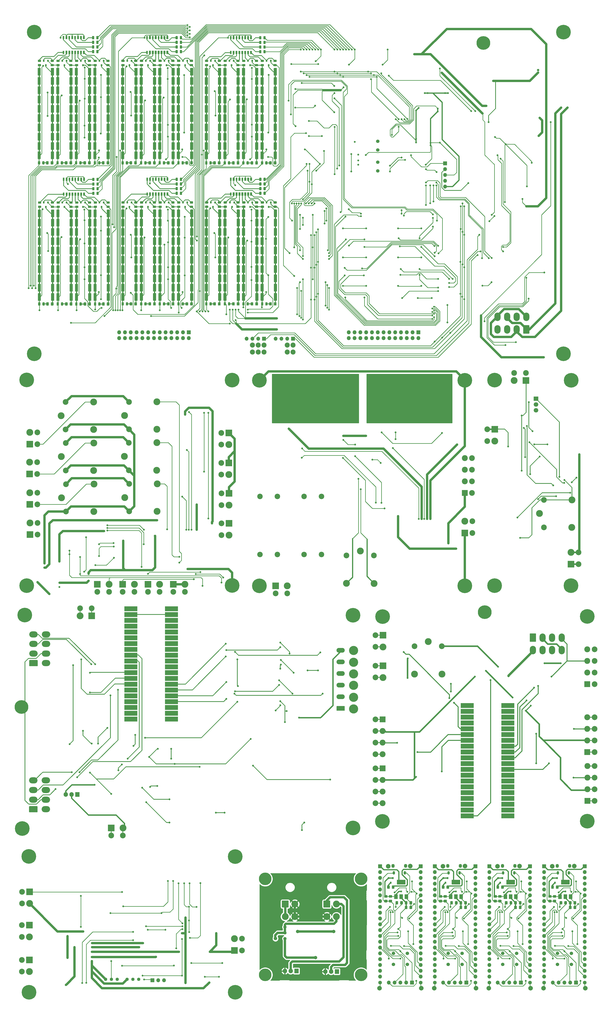
<source format=gbr>
G04 #@! TF.GenerationSoftware,KiCad,Pcbnew,(5.1.5)-3*
G04 #@! TF.CreationDate,2020-11-06T03:20:07-03:00*
G04 #@! TF.ProjectId,baseline_small,62617365-6c69-46e6-955f-736d616c6c2e,0.1*
G04 #@! TF.SameCoordinates,Original*
G04 #@! TF.FileFunction,Copper,L2,Bot*
G04 #@! TF.FilePolarity,Positive*
%FSLAX46Y46*%
G04 Gerber Fmt 4.6, Leading zero omitted, Abs format (unit mm)*
G04 Created by KiCad (PCBNEW (5.1.5)-3) date 2020-11-06 03:20:07*
%MOMM*%
%LPD*%
G04 APERTURE LIST*
%ADD10C,0.300000*%
%ADD11C,0.100000*%
%ADD12R,1.700000X1.700000*%
%ADD13O,1.700000X1.700000*%
%ADD14C,1.500000*%
%ADD15R,1.500000X2.000000*%
%ADD16R,3.800000X2.000000*%
%ADD17R,0.800000X0.900000*%
%ADD18O,1.350000X1.700000*%
%ADD19O,1.100000X1.500000*%
%ADD20O,2.700000X3.700000*%
%ADD21C,6.000000*%
%ADD22R,0.800000X1.400000*%
%ADD23O,1.727200X1.727200*%
%ADD24R,1.727200X1.727200*%
%ADD25C,0.800000*%
%ADD26C,6.400000*%
%ADD27O,3.700000X2.700000*%
%ADD28C,2.500000*%
%ADD29C,3.000000*%
%ADD30R,3.000000X3.000000*%
%ADD31O,1.905000X2.000000*%
%ADD32R,1.905000X2.000000*%
%ADD33O,3.600000X2.080000*%
%ADD34C,1.700000*%
%ADD35C,2.600000*%
%ADD36R,2.600000X2.600000*%
%ADD37O,2.400000X2.400000*%
%ADD38C,2.400000*%
%ADD39O,2.000000X1.905000*%
%ADD40R,2.000000X1.905000*%
%ADD41C,1.440000*%
%ADD42C,5.500000*%
%ADD43C,4.000000*%
%ADD44C,2.200000*%
%ADD45C,2.000000*%
%ADD46C,1.600000*%
%ADD47C,0.250000*%
%ADD48C,1.000000*%
%ADD49C,0.500000*%
%ADD50C,0.600000*%
%ADD51C,0.700000*%
%ADD52C,0.400000*%
%ADD53C,0.800000*%
%ADD54C,0.254000*%
G04 APERTURE END LIST*
D10*
X-345184920Y-354654474D02*
X-345184920Y-351352474D01*
X-350264920Y-354654474D02*
X-350264920Y-351352474D01*
X-363903640Y-255288974D02*
X-363903640Y-258590974D01*
X-358823640Y-255288974D02*
X-358823640Y-258590974D01*
D11*
G36*
X-321145440Y-276749254D02*
G01*
X-326733440Y-276749254D01*
X-326733440Y-274717254D01*
X-321145440Y-274717254D01*
X-321145440Y-276749254D01*
G37*
X-321145440Y-276749254D02*
X-326733440Y-276749254D01*
X-326733440Y-274717254D01*
X-321145440Y-274717254D01*
X-321145440Y-276749254D01*
G36*
X-321145440Y-289449254D02*
G01*
X-326733440Y-289449254D01*
X-326733440Y-287417254D01*
X-321145440Y-287417254D01*
X-321145440Y-289449254D01*
G37*
X-321145440Y-289449254D02*
X-326733440Y-289449254D01*
X-326733440Y-287417254D01*
X-321145440Y-287417254D01*
X-321145440Y-289449254D01*
G36*
X-321145440Y-294529254D02*
G01*
X-326733440Y-294529254D01*
X-326733440Y-292497254D01*
X-321145440Y-292497254D01*
X-321145440Y-294529254D01*
G37*
X-321145440Y-294529254D02*
X-326733440Y-294529254D01*
X-326733440Y-292497254D01*
X-321145440Y-292497254D01*
X-321145440Y-294529254D01*
G36*
X-321145440Y-279289254D02*
G01*
X-326733440Y-279289254D01*
X-326733440Y-277257254D01*
X-321145440Y-277257254D01*
X-321145440Y-279289254D01*
G37*
X-321145440Y-279289254D02*
X-326733440Y-279289254D01*
X-326733440Y-277257254D01*
X-321145440Y-277257254D01*
X-321145440Y-279289254D01*
G36*
X-321145440Y-286909254D02*
G01*
X-326733440Y-286909254D01*
X-326733440Y-284877254D01*
X-321145440Y-284877254D01*
X-321145440Y-286909254D01*
G37*
X-321145440Y-286909254D02*
X-326733440Y-286909254D01*
X-326733440Y-284877254D01*
X-321145440Y-284877254D01*
X-321145440Y-286909254D01*
G36*
X-321145440Y-291989254D02*
G01*
X-326733440Y-291989254D01*
X-326733440Y-289957254D01*
X-321145440Y-289957254D01*
X-321145440Y-291989254D01*
G37*
X-321145440Y-291989254D02*
X-326733440Y-291989254D01*
X-326733440Y-289957254D01*
X-321145440Y-289957254D01*
X-321145440Y-291989254D01*
G36*
X-321145440Y-274209254D02*
G01*
X-326733440Y-274209254D01*
X-326733440Y-272177254D01*
X-321145440Y-272177254D01*
X-321145440Y-274209254D01*
G37*
X-321145440Y-274209254D02*
X-326733440Y-274209254D01*
X-326733440Y-272177254D01*
X-321145440Y-272177254D01*
X-321145440Y-274209254D01*
G36*
X-321145440Y-284369254D02*
G01*
X-326733440Y-284369254D01*
X-326733440Y-282337254D01*
X-321145440Y-282337254D01*
X-321145440Y-284369254D01*
G37*
X-321145440Y-284369254D02*
X-326733440Y-284369254D01*
X-326733440Y-282337254D01*
X-321145440Y-282337254D01*
X-321145440Y-284369254D01*
G36*
X-321145440Y-266589254D02*
G01*
X-326733440Y-266589254D01*
X-326733440Y-264557254D01*
X-321145440Y-264557254D01*
X-321145440Y-266589254D01*
G37*
X-321145440Y-266589254D02*
X-326733440Y-266589254D01*
X-326733440Y-264557254D01*
X-321145440Y-264557254D01*
X-321145440Y-266589254D01*
G36*
X-321145440Y-271669254D02*
G01*
X-326733440Y-271669254D01*
X-326733440Y-269637254D01*
X-321145440Y-269637254D01*
X-321145440Y-271669254D01*
G37*
X-321145440Y-271669254D02*
X-326733440Y-271669254D01*
X-326733440Y-269637254D01*
X-321145440Y-269637254D01*
X-321145440Y-271669254D01*
G36*
X-321145440Y-269129254D02*
G01*
X-326733440Y-269129254D01*
X-326733440Y-267097254D01*
X-321145440Y-267097254D01*
X-321145440Y-269129254D01*
G37*
X-321145440Y-269129254D02*
X-326733440Y-269129254D01*
X-326733440Y-267097254D01*
X-321145440Y-267097254D01*
X-321145440Y-269129254D01*
G36*
X-321145440Y-299609254D02*
G01*
X-326733440Y-299609254D01*
X-326733440Y-297577254D01*
X-321145440Y-297577254D01*
X-321145440Y-299609254D01*
G37*
X-321145440Y-299609254D02*
X-326733440Y-299609254D01*
X-326733440Y-297577254D01*
X-321145440Y-297577254D01*
X-321145440Y-299609254D01*
G36*
X-321145440Y-297069254D02*
G01*
X-326733440Y-297069254D01*
X-326733440Y-295037254D01*
X-321145440Y-295037254D01*
X-321145440Y-297069254D01*
G37*
X-321145440Y-297069254D02*
X-326733440Y-297069254D01*
X-326733440Y-295037254D01*
X-321145440Y-295037254D01*
X-321145440Y-297069254D01*
G36*
X-321145440Y-281829254D02*
G01*
X-326733440Y-281829254D01*
X-326733440Y-279797254D01*
X-321145440Y-279797254D01*
X-321145440Y-281829254D01*
G37*
X-321145440Y-281829254D02*
X-326733440Y-281829254D01*
X-326733440Y-279797254D01*
X-321145440Y-279797254D01*
X-321145440Y-281829254D01*
G36*
X-321145440Y-302149254D02*
G01*
X-326733440Y-302149254D01*
X-326733440Y-300117254D01*
X-321145440Y-300117254D01*
X-321145440Y-302149254D01*
G37*
X-321145440Y-302149254D02*
X-326733440Y-302149254D01*
X-326733440Y-300117254D01*
X-321145440Y-300117254D01*
X-321145440Y-302149254D01*
G36*
X-321145440Y-304689254D02*
G01*
X-326733440Y-304689254D01*
X-326733440Y-302657254D01*
X-321145440Y-302657254D01*
X-321145440Y-304689254D01*
G37*
X-321145440Y-304689254D02*
X-326733440Y-304689254D01*
X-326733440Y-302657254D01*
X-321145440Y-302657254D01*
X-321145440Y-304689254D01*
G36*
X-321145440Y-256429254D02*
G01*
X-326733440Y-256429254D01*
X-326733440Y-254397254D01*
X-321145440Y-254397254D01*
X-321145440Y-256429254D01*
G37*
X-321145440Y-256429254D02*
X-326733440Y-256429254D01*
X-326733440Y-254397254D01*
X-321145440Y-254397254D01*
X-321145440Y-256429254D01*
G36*
X-321145440Y-261509254D02*
G01*
X-326733440Y-261509254D01*
X-326733440Y-259477254D01*
X-321145440Y-259477254D01*
X-321145440Y-261509254D01*
G37*
X-321145440Y-261509254D02*
X-326733440Y-261509254D01*
X-326733440Y-259477254D01*
X-321145440Y-259477254D01*
X-321145440Y-261509254D01*
G36*
X-321145440Y-258969254D02*
G01*
X-326733440Y-258969254D01*
X-326733440Y-256937254D01*
X-321145440Y-256937254D01*
X-321145440Y-258969254D01*
G37*
X-321145440Y-258969254D02*
X-326733440Y-258969254D01*
X-326733440Y-256937254D01*
X-321145440Y-256937254D01*
X-321145440Y-258969254D01*
G36*
X-321145440Y-264049254D02*
G01*
X-326733440Y-264049254D01*
X-326733440Y-262017254D01*
X-321145440Y-262017254D01*
X-321145440Y-264049254D01*
G37*
X-321145440Y-264049254D02*
X-326733440Y-264049254D01*
X-326733440Y-262017254D01*
X-321145440Y-262017254D01*
X-321145440Y-264049254D01*
G36*
X-338925440Y-264049254D02*
G01*
X-344513440Y-264049254D01*
X-344513440Y-262017254D01*
X-338925440Y-262017254D01*
X-338925440Y-264049254D01*
G37*
X-338925440Y-264049254D02*
X-344513440Y-264049254D01*
X-344513440Y-262017254D01*
X-338925440Y-262017254D01*
X-338925440Y-264049254D01*
G36*
X-338925440Y-256429254D02*
G01*
X-344513440Y-256429254D01*
X-344513440Y-254397254D01*
X-338925440Y-254397254D01*
X-338925440Y-256429254D01*
G37*
X-338925440Y-256429254D02*
X-344513440Y-256429254D01*
X-344513440Y-254397254D01*
X-338925440Y-254397254D01*
X-338925440Y-256429254D01*
G36*
X-338925440Y-261509254D02*
G01*
X-344513440Y-261509254D01*
X-344513440Y-259477254D01*
X-338925440Y-259477254D01*
X-338925440Y-261509254D01*
G37*
X-338925440Y-261509254D02*
X-344513440Y-261509254D01*
X-344513440Y-259477254D01*
X-338925440Y-259477254D01*
X-338925440Y-261509254D01*
G36*
X-338925440Y-258969254D02*
G01*
X-344513440Y-258969254D01*
X-344513440Y-256937254D01*
X-338925440Y-256937254D01*
X-338925440Y-258969254D01*
G37*
X-338925440Y-258969254D02*
X-344513440Y-258969254D01*
X-344513440Y-256937254D01*
X-338925440Y-256937254D01*
X-338925440Y-258969254D01*
G36*
X-338925440Y-274209254D02*
G01*
X-344513440Y-274209254D01*
X-344513440Y-272177254D01*
X-338925440Y-272177254D01*
X-338925440Y-274209254D01*
G37*
X-338925440Y-274209254D02*
X-344513440Y-274209254D01*
X-344513440Y-272177254D01*
X-338925440Y-272177254D01*
X-338925440Y-274209254D01*
G36*
X-338925440Y-266589254D02*
G01*
X-344513440Y-266589254D01*
X-344513440Y-264557254D01*
X-338925440Y-264557254D01*
X-338925440Y-266589254D01*
G37*
X-338925440Y-266589254D02*
X-344513440Y-266589254D01*
X-344513440Y-264557254D01*
X-338925440Y-264557254D01*
X-338925440Y-266589254D01*
G36*
X-338925440Y-269129254D02*
G01*
X-344513440Y-269129254D01*
X-344513440Y-267097254D01*
X-338925440Y-267097254D01*
X-338925440Y-269129254D01*
G37*
X-338925440Y-269129254D02*
X-344513440Y-269129254D01*
X-344513440Y-267097254D01*
X-338925440Y-267097254D01*
X-338925440Y-269129254D01*
G36*
X-338925440Y-271669254D02*
G01*
X-344513440Y-271669254D01*
X-344513440Y-269637254D01*
X-338925440Y-269637254D01*
X-338925440Y-271669254D01*
G37*
X-338925440Y-271669254D02*
X-344513440Y-271669254D01*
X-344513440Y-269637254D01*
X-338925440Y-269637254D01*
X-338925440Y-271669254D01*
G36*
X-338925440Y-279289254D02*
G01*
X-344513440Y-279289254D01*
X-344513440Y-277257254D01*
X-338925440Y-277257254D01*
X-338925440Y-279289254D01*
G37*
X-338925440Y-279289254D02*
X-344513440Y-279289254D01*
X-344513440Y-277257254D01*
X-338925440Y-277257254D01*
X-338925440Y-279289254D01*
G36*
X-338925440Y-276749254D02*
G01*
X-344513440Y-276749254D01*
X-344513440Y-274717254D01*
X-338925440Y-274717254D01*
X-338925440Y-276749254D01*
G37*
X-338925440Y-276749254D02*
X-344513440Y-276749254D01*
X-344513440Y-274717254D01*
X-338925440Y-274717254D01*
X-338925440Y-276749254D01*
G36*
X-338925440Y-284369254D02*
G01*
X-344513440Y-284369254D01*
X-344513440Y-282337254D01*
X-338925440Y-282337254D01*
X-338925440Y-284369254D01*
G37*
X-338925440Y-284369254D02*
X-344513440Y-284369254D01*
X-344513440Y-282337254D01*
X-338925440Y-282337254D01*
X-338925440Y-284369254D01*
G36*
X-338925440Y-281829254D02*
G01*
X-344513440Y-281829254D01*
X-344513440Y-279797254D01*
X-338925440Y-279797254D01*
X-338925440Y-281829254D01*
G37*
X-338925440Y-281829254D02*
X-344513440Y-281829254D01*
X-344513440Y-279797254D01*
X-338925440Y-279797254D01*
X-338925440Y-281829254D01*
G36*
X-338925440Y-289449254D02*
G01*
X-344513440Y-289449254D01*
X-344513440Y-287417254D01*
X-338925440Y-287417254D01*
X-338925440Y-289449254D01*
G37*
X-338925440Y-289449254D02*
X-344513440Y-289449254D01*
X-344513440Y-287417254D01*
X-338925440Y-287417254D01*
X-338925440Y-289449254D01*
G36*
X-338925440Y-286909254D02*
G01*
X-344513440Y-286909254D01*
X-344513440Y-284877254D01*
X-338925440Y-284877254D01*
X-338925440Y-286909254D01*
G37*
X-338925440Y-286909254D02*
X-344513440Y-286909254D01*
X-344513440Y-284877254D01*
X-338925440Y-284877254D01*
X-338925440Y-286909254D01*
G36*
X-338925440Y-294529254D02*
G01*
X-344513440Y-294529254D01*
X-344513440Y-292497254D01*
X-338925440Y-292497254D01*
X-338925440Y-294529254D01*
G37*
X-338925440Y-294529254D02*
X-344513440Y-294529254D01*
X-344513440Y-292497254D01*
X-338925440Y-292497254D01*
X-338925440Y-294529254D01*
G36*
X-338925440Y-291989254D02*
G01*
X-344513440Y-291989254D01*
X-344513440Y-289957254D01*
X-338925440Y-289957254D01*
X-338925440Y-291989254D01*
G37*
X-338925440Y-291989254D02*
X-344513440Y-291989254D01*
X-344513440Y-289957254D01*
X-338925440Y-289957254D01*
X-338925440Y-291989254D01*
G36*
X-338925440Y-299609254D02*
G01*
X-344513440Y-299609254D01*
X-344513440Y-297577254D01*
X-338925440Y-297577254D01*
X-338925440Y-299609254D01*
G37*
X-338925440Y-299609254D02*
X-344513440Y-299609254D01*
X-344513440Y-297577254D01*
X-338925440Y-297577254D01*
X-338925440Y-299609254D01*
G36*
X-338925440Y-297069254D02*
G01*
X-344513440Y-297069254D01*
X-344513440Y-295037254D01*
X-338925440Y-295037254D01*
X-338925440Y-297069254D01*
G37*
X-338925440Y-297069254D02*
X-344513440Y-297069254D01*
X-344513440Y-295037254D01*
X-338925440Y-295037254D01*
X-338925440Y-297069254D01*
G36*
X-338925440Y-302149254D02*
G01*
X-344513440Y-302149254D01*
X-344513440Y-300117254D01*
X-338925440Y-300117254D01*
X-338925440Y-302149254D01*
G37*
X-338925440Y-302149254D02*
X-344513440Y-302149254D01*
X-344513440Y-300117254D01*
X-338925440Y-300117254D01*
X-338925440Y-302149254D01*
G36*
X-338925440Y-304689254D02*
G01*
X-344513440Y-304689254D01*
X-344513440Y-302657254D01*
X-338925440Y-302657254D01*
X-338925440Y-304689254D01*
G37*
X-338925440Y-304689254D02*
X-344513440Y-304689254D01*
X-344513440Y-302657254D01*
X-338925440Y-302657254D01*
X-338925440Y-304689254D01*
D10*
X-138722100Y-302907700D02*
X-141897100Y-302907700D01*
X-138722100Y-307987700D02*
X-141897100Y-307987700D01*
X-138722100Y-313067700D02*
X-141897100Y-313067700D01*
X-138722100Y-318147700D02*
X-141897100Y-318147700D01*
X-138696700Y-324294500D02*
X-141871700Y-324294500D01*
X-138696700Y-329374500D02*
X-141871700Y-329374500D01*
X-138696700Y-334454500D02*
X-141871700Y-334454500D01*
X-138696700Y-339534500D02*
X-141871700Y-339534500D01*
X-234645200Y-340487000D02*
X-231470200Y-340487000D01*
X-234645200Y-335407000D02*
X-231470200Y-335407000D01*
X-234645200Y-330327000D02*
X-231470200Y-330327000D01*
X-234645200Y-325247000D02*
X-231470200Y-325247000D01*
X-234645200Y-319100200D02*
X-231470200Y-319100200D01*
X-234645200Y-314020200D02*
X-231470200Y-314020200D01*
X-234645200Y-308940200D02*
X-231470200Y-308940200D01*
X-234645200Y-303860200D02*
X-231470200Y-303860200D01*
X-234641500Y-272118500D02*
X-231339500Y-272118500D01*
X-234641500Y-267038500D02*
X-231339500Y-267038500D01*
X-234635000Y-285496700D02*
X-231333000Y-285496700D01*
X-234635000Y-280416700D02*
X-231333000Y-280416700D01*
D11*
G36*
X-197307200Y-324688200D02*
G01*
X-191719200Y-324688200D01*
X-191719200Y-326720200D01*
X-197307200Y-326720200D01*
X-197307200Y-324688200D01*
G37*
X-197307200Y-324688200D02*
X-191719200Y-324688200D01*
X-191719200Y-326720200D01*
X-197307200Y-326720200D01*
X-197307200Y-324688200D01*
G36*
X-197307200Y-311988200D02*
G01*
X-191719200Y-311988200D01*
X-191719200Y-314020200D01*
X-197307200Y-314020200D01*
X-197307200Y-311988200D01*
G37*
X-197307200Y-311988200D02*
X-191719200Y-311988200D01*
X-191719200Y-314020200D01*
X-197307200Y-314020200D01*
X-197307200Y-311988200D01*
G36*
X-197307200Y-306908200D02*
G01*
X-191719200Y-306908200D01*
X-191719200Y-308940200D01*
X-197307200Y-308940200D01*
X-197307200Y-306908200D01*
G37*
X-197307200Y-306908200D02*
X-191719200Y-306908200D01*
X-191719200Y-308940200D01*
X-197307200Y-308940200D01*
X-197307200Y-306908200D01*
G36*
X-197307200Y-322148200D02*
G01*
X-191719200Y-322148200D01*
X-191719200Y-324180200D01*
X-197307200Y-324180200D01*
X-197307200Y-322148200D01*
G37*
X-197307200Y-322148200D02*
X-191719200Y-322148200D01*
X-191719200Y-324180200D01*
X-197307200Y-324180200D01*
X-197307200Y-322148200D01*
G36*
X-197307200Y-314528200D02*
G01*
X-191719200Y-314528200D01*
X-191719200Y-316560200D01*
X-197307200Y-316560200D01*
X-197307200Y-314528200D01*
G37*
X-197307200Y-314528200D02*
X-191719200Y-314528200D01*
X-191719200Y-316560200D01*
X-197307200Y-316560200D01*
X-197307200Y-314528200D01*
G36*
X-197307200Y-309448200D02*
G01*
X-191719200Y-309448200D01*
X-191719200Y-311480200D01*
X-197307200Y-311480200D01*
X-197307200Y-309448200D01*
G37*
X-197307200Y-309448200D02*
X-191719200Y-309448200D01*
X-191719200Y-311480200D01*
X-197307200Y-311480200D01*
X-197307200Y-309448200D01*
G36*
X-197307200Y-327228200D02*
G01*
X-191719200Y-327228200D01*
X-191719200Y-329260200D01*
X-197307200Y-329260200D01*
X-197307200Y-327228200D01*
G37*
X-197307200Y-327228200D02*
X-191719200Y-327228200D01*
X-191719200Y-329260200D01*
X-197307200Y-329260200D01*
X-197307200Y-327228200D01*
G36*
X-197307200Y-317068200D02*
G01*
X-191719200Y-317068200D01*
X-191719200Y-319100200D01*
X-197307200Y-319100200D01*
X-197307200Y-317068200D01*
G37*
X-197307200Y-317068200D02*
X-191719200Y-317068200D01*
X-191719200Y-319100200D01*
X-197307200Y-319100200D01*
X-197307200Y-317068200D01*
G36*
X-197307200Y-334848200D02*
G01*
X-191719200Y-334848200D01*
X-191719200Y-336880200D01*
X-197307200Y-336880200D01*
X-197307200Y-334848200D01*
G37*
X-197307200Y-334848200D02*
X-191719200Y-334848200D01*
X-191719200Y-336880200D01*
X-197307200Y-336880200D01*
X-197307200Y-334848200D01*
G36*
X-197307200Y-329768200D02*
G01*
X-191719200Y-329768200D01*
X-191719200Y-331800200D01*
X-197307200Y-331800200D01*
X-197307200Y-329768200D01*
G37*
X-197307200Y-329768200D02*
X-191719200Y-329768200D01*
X-191719200Y-331800200D01*
X-197307200Y-331800200D01*
X-197307200Y-329768200D01*
G36*
X-197307200Y-332308200D02*
G01*
X-191719200Y-332308200D01*
X-191719200Y-334340200D01*
X-197307200Y-334340200D01*
X-197307200Y-332308200D01*
G37*
X-197307200Y-332308200D02*
X-191719200Y-332308200D01*
X-191719200Y-334340200D01*
X-197307200Y-334340200D01*
X-197307200Y-332308200D01*
G36*
X-197307200Y-301828200D02*
G01*
X-191719200Y-301828200D01*
X-191719200Y-303860200D01*
X-197307200Y-303860200D01*
X-197307200Y-301828200D01*
G37*
X-197307200Y-301828200D02*
X-191719200Y-301828200D01*
X-191719200Y-303860200D01*
X-197307200Y-303860200D01*
X-197307200Y-301828200D01*
G36*
X-197307200Y-304368200D02*
G01*
X-191719200Y-304368200D01*
X-191719200Y-306400200D01*
X-197307200Y-306400200D01*
X-197307200Y-304368200D01*
G37*
X-197307200Y-304368200D02*
X-191719200Y-304368200D01*
X-191719200Y-306400200D01*
X-197307200Y-306400200D01*
X-197307200Y-304368200D01*
G36*
X-197307200Y-319608200D02*
G01*
X-191719200Y-319608200D01*
X-191719200Y-321640200D01*
X-197307200Y-321640200D01*
X-197307200Y-319608200D01*
G37*
X-197307200Y-319608200D02*
X-191719200Y-319608200D01*
X-191719200Y-321640200D01*
X-197307200Y-321640200D01*
X-197307200Y-319608200D01*
G36*
X-197307200Y-299288200D02*
G01*
X-191719200Y-299288200D01*
X-191719200Y-301320200D01*
X-197307200Y-301320200D01*
X-197307200Y-299288200D01*
G37*
X-197307200Y-299288200D02*
X-191719200Y-299288200D01*
X-191719200Y-301320200D01*
X-197307200Y-301320200D01*
X-197307200Y-299288200D01*
G36*
X-197307200Y-296748200D02*
G01*
X-191719200Y-296748200D01*
X-191719200Y-298780200D01*
X-197307200Y-298780200D01*
X-197307200Y-296748200D01*
G37*
X-197307200Y-296748200D02*
X-191719200Y-296748200D01*
X-191719200Y-298780200D01*
X-197307200Y-298780200D01*
X-197307200Y-296748200D01*
G36*
X-197307200Y-345008200D02*
G01*
X-191719200Y-345008200D01*
X-191719200Y-347040200D01*
X-197307200Y-347040200D01*
X-197307200Y-345008200D01*
G37*
X-197307200Y-345008200D02*
X-191719200Y-345008200D01*
X-191719200Y-347040200D01*
X-197307200Y-347040200D01*
X-197307200Y-345008200D01*
G36*
X-197307200Y-339928200D02*
G01*
X-191719200Y-339928200D01*
X-191719200Y-341960200D01*
X-197307200Y-341960200D01*
X-197307200Y-339928200D01*
G37*
X-197307200Y-339928200D02*
X-191719200Y-339928200D01*
X-191719200Y-341960200D01*
X-197307200Y-341960200D01*
X-197307200Y-339928200D01*
G36*
X-197307200Y-342468200D02*
G01*
X-191719200Y-342468200D01*
X-191719200Y-344500200D01*
X-197307200Y-344500200D01*
X-197307200Y-342468200D01*
G37*
X-197307200Y-342468200D02*
X-191719200Y-342468200D01*
X-191719200Y-344500200D01*
X-197307200Y-344500200D01*
X-197307200Y-342468200D01*
G36*
X-197307200Y-337388200D02*
G01*
X-191719200Y-337388200D01*
X-191719200Y-339420200D01*
X-197307200Y-339420200D01*
X-197307200Y-337388200D01*
G37*
X-197307200Y-337388200D02*
X-191719200Y-337388200D01*
X-191719200Y-339420200D01*
X-197307200Y-339420200D01*
X-197307200Y-337388200D01*
G36*
X-179527200Y-337388200D02*
G01*
X-173939200Y-337388200D01*
X-173939200Y-339420200D01*
X-179527200Y-339420200D01*
X-179527200Y-337388200D01*
G37*
X-179527200Y-337388200D02*
X-173939200Y-337388200D01*
X-173939200Y-339420200D01*
X-179527200Y-339420200D01*
X-179527200Y-337388200D01*
G36*
X-179527200Y-345008200D02*
G01*
X-173939200Y-345008200D01*
X-173939200Y-347040200D01*
X-179527200Y-347040200D01*
X-179527200Y-345008200D01*
G37*
X-179527200Y-345008200D02*
X-173939200Y-345008200D01*
X-173939200Y-347040200D01*
X-179527200Y-347040200D01*
X-179527200Y-345008200D01*
G36*
X-179527200Y-339928200D02*
G01*
X-173939200Y-339928200D01*
X-173939200Y-341960200D01*
X-179527200Y-341960200D01*
X-179527200Y-339928200D01*
G37*
X-179527200Y-339928200D02*
X-173939200Y-339928200D01*
X-173939200Y-341960200D01*
X-179527200Y-341960200D01*
X-179527200Y-339928200D01*
G36*
X-179527200Y-342468200D02*
G01*
X-173939200Y-342468200D01*
X-173939200Y-344500200D01*
X-179527200Y-344500200D01*
X-179527200Y-342468200D01*
G37*
X-179527200Y-342468200D02*
X-173939200Y-342468200D01*
X-173939200Y-344500200D01*
X-179527200Y-344500200D01*
X-179527200Y-342468200D01*
G36*
X-179527200Y-327228200D02*
G01*
X-173939200Y-327228200D01*
X-173939200Y-329260200D01*
X-179527200Y-329260200D01*
X-179527200Y-327228200D01*
G37*
X-179527200Y-327228200D02*
X-173939200Y-327228200D01*
X-173939200Y-329260200D01*
X-179527200Y-329260200D01*
X-179527200Y-327228200D01*
G36*
X-179527200Y-334848200D02*
G01*
X-173939200Y-334848200D01*
X-173939200Y-336880200D01*
X-179527200Y-336880200D01*
X-179527200Y-334848200D01*
G37*
X-179527200Y-334848200D02*
X-173939200Y-334848200D01*
X-173939200Y-336880200D01*
X-179527200Y-336880200D01*
X-179527200Y-334848200D01*
G36*
X-179527200Y-332308200D02*
G01*
X-173939200Y-332308200D01*
X-173939200Y-334340200D01*
X-179527200Y-334340200D01*
X-179527200Y-332308200D01*
G37*
X-179527200Y-332308200D02*
X-173939200Y-332308200D01*
X-173939200Y-334340200D01*
X-179527200Y-334340200D01*
X-179527200Y-332308200D01*
G36*
X-179527200Y-329768200D02*
G01*
X-173939200Y-329768200D01*
X-173939200Y-331800200D01*
X-179527200Y-331800200D01*
X-179527200Y-329768200D01*
G37*
X-179527200Y-329768200D02*
X-173939200Y-329768200D01*
X-173939200Y-331800200D01*
X-179527200Y-331800200D01*
X-179527200Y-329768200D01*
G36*
X-179527200Y-322148200D02*
G01*
X-173939200Y-322148200D01*
X-173939200Y-324180200D01*
X-179527200Y-324180200D01*
X-179527200Y-322148200D01*
G37*
X-179527200Y-322148200D02*
X-173939200Y-322148200D01*
X-173939200Y-324180200D01*
X-179527200Y-324180200D01*
X-179527200Y-322148200D01*
G36*
X-179527200Y-324688200D02*
G01*
X-173939200Y-324688200D01*
X-173939200Y-326720200D01*
X-179527200Y-326720200D01*
X-179527200Y-324688200D01*
G37*
X-179527200Y-324688200D02*
X-173939200Y-324688200D01*
X-173939200Y-326720200D01*
X-179527200Y-326720200D01*
X-179527200Y-324688200D01*
G36*
X-179527200Y-317068200D02*
G01*
X-173939200Y-317068200D01*
X-173939200Y-319100200D01*
X-179527200Y-319100200D01*
X-179527200Y-317068200D01*
G37*
X-179527200Y-317068200D02*
X-173939200Y-317068200D01*
X-173939200Y-319100200D01*
X-179527200Y-319100200D01*
X-179527200Y-317068200D01*
G36*
X-179527200Y-319608200D02*
G01*
X-173939200Y-319608200D01*
X-173939200Y-321640200D01*
X-179527200Y-321640200D01*
X-179527200Y-319608200D01*
G37*
X-179527200Y-319608200D02*
X-173939200Y-319608200D01*
X-173939200Y-321640200D01*
X-179527200Y-321640200D01*
X-179527200Y-319608200D01*
G36*
X-179527200Y-311988200D02*
G01*
X-173939200Y-311988200D01*
X-173939200Y-314020200D01*
X-179527200Y-314020200D01*
X-179527200Y-311988200D01*
G37*
X-179527200Y-311988200D02*
X-173939200Y-311988200D01*
X-173939200Y-314020200D01*
X-179527200Y-314020200D01*
X-179527200Y-311988200D01*
G36*
X-179527200Y-314528200D02*
G01*
X-173939200Y-314528200D01*
X-173939200Y-316560200D01*
X-179527200Y-316560200D01*
X-179527200Y-314528200D01*
G37*
X-179527200Y-314528200D02*
X-173939200Y-314528200D01*
X-173939200Y-316560200D01*
X-179527200Y-316560200D01*
X-179527200Y-314528200D01*
G36*
X-179527200Y-306908200D02*
G01*
X-173939200Y-306908200D01*
X-173939200Y-308940200D01*
X-179527200Y-308940200D01*
X-179527200Y-306908200D01*
G37*
X-179527200Y-306908200D02*
X-173939200Y-306908200D01*
X-173939200Y-308940200D01*
X-179527200Y-308940200D01*
X-179527200Y-306908200D01*
G36*
X-179527200Y-309448200D02*
G01*
X-173939200Y-309448200D01*
X-173939200Y-311480200D01*
X-179527200Y-311480200D01*
X-179527200Y-309448200D01*
G37*
X-179527200Y-309448200D02*
X-173939200Y-309448200D01*
X-173939200Y-311480200D01*
X-179527200Y-311480200D01*
X-179527200Y-309448200D01*
G36*
X-179527200Y-301828200D02*
G01*
X-173939200Y-301828200D01*
X-173939200Y-303860200D01*
X-179527200Y-303860200D01*
X-179527200Y-301828200D01*
G37*
X-179527200Y-301828200D02*
X-173939200Y-301828200D01*
X-173939200Y-303860200D01*
X-179527200Y-303860200D01*
X-179527200Y-301828200D01*
G36*
X-179527200Y-304368200D02*
G01*
X-173939200Y-304368200D01*
X-173939200Y-306400200D01*
X-179527200Y-306400200D01*
X-179527200Y-304368200D01*
G37*
X-179527200Y-304368200D02*
X-173939200Y-304368200D01*
X-173939200Y-306400200D01*
X-179527200Y-306400200D01*
X-179527200Y-304368200D01*
G36*
X-179527200Y-299288200D02*
G01*
X-173939200Y-299288200D01*
X-173939200Y-301320200D01*
X-179527200Y-301320200D01*
X-179527200Y-299288200D01*
G37*
X-179527200Y-299288200D02*
X-173939200Y-299288200D01*
X-173939200Y-301320200D01*
X-179527200Y-301320200D01*
X-179527200Y-299288200D01*
G36*
X-179527200Y-296748200D02*
G01*
X-173939200Y-296748200D01*
X-173939200Y-298780200D01*
X-179527200Y-298780200D01*
X-179527200Y-296748200D01*
G37*
X-179527200Y-296748200D02*
X-173939200Y-296748200D01*
X-173939200Y-298780200D01*
X-179527200Y-298780200D01*
X-179527200Y-296748200D01*
D12*
X-146812000Y-419023800D03*
D13*
X-149352000Y-419023800D03*
X-151892000Y-419023800D03*
X-154432000Y-419023800D03*
X-156972000Y-419023800D03*
X-181102000Y-419023800D03*
X-178562000Y-419023800D03*
X-176022000Y-419023800D03*
X-173482000Y-419023800D03*
D12*
X-170942000Y-419023800D03*
X-194818000Y-419023800D03*
D13*
X-197358000Y-419023800D03*
X-199898000Y-419023800D03*
X-202438000Y-419023800D03*
X-204978000Y-419023800D03*
D14*
X-154940000Y-411076800D03*
X-154940000Y-406196800D03*
D15*
X-149211000Y-381406800D03*
X-153811000Y-381406800D03*
X-151511000Y-381406800D03*
D16*
X-151511000Y-375106800D03*
G04 #@! TA.AperFunction,SMDPad,CuDef*
D11*
G36*
X-154708495Y-376542004D02*
G01*
X-154684227Y-376545604D01*
X-154660428Y-376551565D01*
X-154637329Y-376559830D01*
X-154615150Y-376570320D01*
X-154594107Y-376582932D01*
X-154574401Y-376597547D01*
X-154556223Y-376614023D01*
X-154539747Y-376632201D01*
X-154525132Y-376651907D01*
X-154512520Y-376672950D01*
X-154502030Y-376695129D01*
X-154493765Y-376718228D01*
X-154487804Y-376742027D01*
X-154484204Y-376766295D01*
X-154483000Y-376790799D01*
X-154483000Y-377690801D01*
X-154484204Y-377715305D01*
X-154487804Y-377739573D01*
X-154493765Y-377763372D01*
X-154502030Y-377786471D01*
X-154512520Y-377808650D01*
X-154525132Y-377829693D01*
X-154539747Y-377849399D01*
X-154556223Y-377867577D01*
X-154574401Y-377884053D01*
X-154594107Y-377898668D01*
X-154615150Y-377911280D01*
X-154637329Y-377921770D01*
X-154660428Y-377930035D01*
X-154684227Y-377935996D01*
X-154708495Y-377939596D01*
X-154732999Y-377940800D01*
X-155383001Y-377940800D01*
X-155407505Y-377939596D01*
X-155431773Y-377935996D01*
X-155455572Y-377930035D01*
X-155478671Y-377921770D01*
X-155500850Y-377911280D01*
X-155521893Y-377898668D01*
X-155541599Y-377884053D01*
X-155559777Y-377867577D01*
X-155576253Y-377849399D01*
X-155590868Y-377829693D01*
X-155603480Y-377808650D01*
X-155613970Y-377786471D01*
X-155622235Y-377763372D01*
X-155628196Y-377739573D01*
X-155631796Y-377715305D01*
X-155633000Y-377690801D01*
X-155633000Y-376790799D01*
X-155631796Y-376766295D01*
X-155628196Y-376742027D01*
X-155622235Y-376718228D01*
X-155613970Y-376695129D01*
X-155603480Y-376672950D01*
X-155590868Y-376651907D01*
X-155576253Y-376632201D01*
X-155559777Y-376614023D01*
X-155541599Y-376597547D01*
X-155521893Y-376582932D01*
X-155500850Y-376570320D01*
X-155478671Y-376559830D01*
X-155455572Y-376551565D01*
X-155431773Y-376545604D01*
X-155407505Y-376542004D01*
X-155383001Y-376540800D01*
X-154732999Y-376540800D01*
X-154708495Y-376542004D01*
G37*
G04 #@! TD.AperFunction*
G04 #@! TA.AperFunction,SMDPad,CuDef*
G36*
X-156758495Y-376542004D02*
G01*
X-156734227Y-376545604D01*
X-156710428Y-376551565D01*
X-156687329Y-376559830D01*
X-156665150Y-376570320D01*
X-156644107Y-376582932D01*
X-156624401Y-376597547D01*
X-156606223Y-376614023D01*
X-156589747Y-376632201D01*
X-156575132Y-376651907D01*
X-156562520Y-376672950D01*
X-156552030Y-376695129D01*
X-156543765Y-376718228D01*
X-156537804Y-376742027D01*
X-156534204Y-376766295D01*
X-156533000Y-376790799D01*
X-156533000Y-377690801D01*
X-156534204Y-377715305D01*
X-156537804Y-377739573D01*
X-156543765Y-377763372D01*
X-156552030Y-377786471D01*
X-156562520Y-377808650D01*
X-156575132Y-377829693D01*
X-156589747Y-377849399D01*
X-156606223Y-377867577D01*
X-156624401Y-377884053D01*
X-156644107Y-377898668D01*
X-156665150Y-377911280D01*
X-156687329Y-377921770D01*
X-156710428Y-377930035D01*
X-156734227Y-377935996D01*
X-156758495Y-377939596D01*
X-156782999Y-377940800D01*
X-157433001Y-377940800D01*
X-157457505Y-377939596D01*
X-157481773Y-377935996D01*
X-157505572Y-377930035D01*
X-157528671Y-377921770D01*
X-157550850Y-377911280D01*
X-157571893Y-377898668D01*
X-157591599Y-377884053D01*
X-157609777Y-377867577D01*
X-157626253Y-377849399D01*
X-157640868Y-377829693D01*
X-157653480Y-377808650D01*
X-157663970Y-377786471D01*
X-157672235Y-377763372D01*
X-157678196Y-377739573D01*
X-157681796Y-377715305D01*
X-157683000Y-377690801D01*
X-157683000Y-376790799D01*
X-157681796Y-376766295D01*
X-157678196Y-376742027D01*
X-157672235Y-376718228D01*
X-157663970Y-376695129D01*
X-157653480Y-376672950D01*
X-157640868Y-376651907D01*
X-157626253Y-376632201D01*
X-157609777Y-376614023D01*
X-157591599Y-376597547D01*
X-157571893Y-376582932D01*
X-157550850Y-376570320D01*
X-157528671Y-376559830D01*
X-157505572Y-376551565D01*
X-157481773Y-376545604D01*
X-157457505Y-376542004D01*
X-157433001Y-376540800D01*
X-156782999Y-376540800D01*
X-156758495Y-376542004D01*
G37*
G04 #@! TD.AperFunction*
D14*
X-148844000Y-411076800D03*
X-148844000Y-406196800D03*
D17*
X-156083000Y-375319800D03*
X-155133000Y-373319800D03*
X-157033000Y-373319800D03*
G04 #@! TA.AperFunction,SMDPad,CuDef*
D11*
G36*
X-151025495Y-383400004D02*
G01*
X-151001227Y-383403604D01*
X-150977428Y-383409565D01*
X-150954329Y-383417830D01*
X-150932150Y-383428320D01*
X-150911107Y-383440932D01*
X-150891401Y-383455547D01*
X-150873223Y-383472023D01*
X-150856747Y-383490201D01*
X-150842132Y-383509907D01*
X-150829520Y-383530950D01*
X-150819030Y-383553129D01*
X-150810765Y-383576228D01*
X-150804804Y-383600027D01*
X-150801204Y-383624295D01*
X-150800000Y-383648799D01*
X-150800000Y-384548801D01*
X-150801204Y-384573305D01*
X-150804804Y-384597573D01*
X-150810765Y-384621372D01*
X-150819030Y-384644471D01*
X-150829520Y-384666650D01*
X-150842132Y-384687693D01*
X-150856747Y-384707399D01*
X-150873223Y-384725577D01*
X-150891401Y-384742053D01*
X-150911107Y-384756668D01*
X-150932150Y-384769280D01*
X-150954329Y-384779770D01*
X-150977428Y-384788035D01*
X-151001227Y-384793996D01*
X-151025495Y-384797596D01*
X-151049999Y-384798800D01*
X-151700001Y-384798800D01*
X-151724505Y-384797596D01*
X-151748773Y-384793996D01*
X-151772572Y-384788035D01*
X-151795671Y-384779770D01*
X-151817850Y-384769280D01*
X-151838893Y-384756668D01*
X-151858599Y-384742053D01*
X-151876777Y-384725577D01*
X-151893253Y-384707399D01*
X-151907868Y-384687693D01*
X-151920480Y-384666650D01*
X-151930970Y-384644471D01*
X-151939235Y-384621372D01*
X-151945196Y-384597573D01*
X-151948796Y-384573305D01*
X-151950000Y-384548801D01*
X-151950000Y-383648799D01*
X-151948796Y-383624295D01*
X-151945196Y-383600027D01*
X-151939235Y-383576228D01*
X-151930970Y-383553129D01*
X-151920480Y-383530950D01*
X-151907868Y-383509907D01*
X-151893253Y-383490201D01*
X-151876777Y-383472023D01*
X-151858599Y-383455547D01*
X-151838893Y-383440932D01*
X-151817850Y-383428320D01*
X-151795671Y-383417830D01*
X-151772572Y-383409565D01*
X-151748773Y-383403604D01*
X-151724505Y-383400004D01*
X-151700001Y-383398800D01*
X-151049999Y-383398800D01*
X-151025495Y-383400004D01*
G37*
G04 #@! TD.AperFunction*
G04 #@! TA.AperFunction,SMDPad,CuDef*
G36*
X-153075495Y-383400004D02*
G01*
X-153051227Y-383403604D01*
X-153027428Y-383409565D01*
X-153004329Y-383417830D01*
X-152982150Y-383428320D01*
X-152961107Y-383440932D01*
X-152941401Y-383455547D01*
X-152923223Y-383472023D01*
X-152906747Y-383490201D01*
X-152892132Y-383509907D01*
X-152879520Y-383530950D01*
X-152869030Y-383553129D01*
X-152860765Y-383576228D01*
X-152854804Y-383600027D01*
X-152851204Y-383624295D01*
X-152850000Y-383648799D01*
X-152850000Y-384548801D01*
X-152851204Y-384573305D01*
X-152854804Y-384597573D01*
X-152860765Y-384621372D01*
X-152869030Y-384644471D01*
X-152879520Y-384666650D01*
X-152892132Y-384687693D01*
X-152906747Y-384707399D01*
X-152923223Y-384725577D01*
X-152941401Y-384742053D01*
X-152961107Y-384756668D01*
X-152982150Y-384769280D01*
X-153004329Y-384779770D01*
X-153027428Y-384788035D01*
X-153051227Y-384793996D01*
X-153075495Y-384797596D01*
X-153099999Y-384798800D01*
X-153750001Y-384798800D01*
X-153774505Y-384797596D01*
X-153798773Y-384793996D01*
X-153822572Y-384788035D01*
X-153845671Y-384779770D01*
X-153867850Y-384769280D01*
X-153888893Y-384756668D01*
X-153908599Y-384742053D01*
X-153926777Y-384725577D01*
X-153943253Y-384707399D01*
X-153957868Y-384687693D01*
X-153970480Y-384666650D01*
X-153980970Y-384644471D01*
X-153989235Y-384621372D01*
X-153995196Y-384597573D01*
X-153998796Y-384573305D01*
X-154000000Y-384548801D01*
X-154000000Y-383648799D01*
X-153998796Y-383624295D01*
X-153995196Y-383600027D01*
X-153989235Y-383576228D01*
X-153980970Y-383553129D01*
X-153970480Y-383530950D01*
X-153957868Y-383509907D01*
X-153943253Y-383490201D01*
X-153926777Y-383472023D01*
X-153908599Y-383455547D01*
X-153888893Y-383440932D01*
X-153867850Y-383428320D01*
X-153845671Y-383417830D01*
X-153822572Y-383409565D01*
X-153798773Y-383403604D01*
X-153774505Y-383400004D01*
X-153750001Y-383398800D01*
X-153099999Y-383398800D01*
X-153075495Y-383400004D01*
G37*
G04 #@! TD.AperFunction*
D18*
X-155067000Y-367969800D03*
X-149607000Y-367969800D03*
D19*
X-154757000Y-370969800D03*
X-149917000Y-370969800D03*
D13*
X-160782000Y-416356800D03*
X-160782000Y-413816800D03*
X-160782000Y-411276800D03*
X-160782000Y-408736800D03*
X-160782000Y-406196800D03*
X-160782000Y-403656800D03*
X-160782000Y-401116800D03*
X-160782000Y-398576800D03*
X-160782000Y-396036800D03*
X-160782000Y-393496800D03*
X-160782000Y-390956800D03*
X-160782000Y-388416800D03*
X-160782000Y-385876800D03*
X-160782000Y-383336800D03*
X-160782000Y-380796800D03*
X-160782000Y-378256800D03*
X-160782000Y-375716800D03*
X-160782000Y-373176800D03*
X-160782000Y-370636800D03*
D12*
X-160782000Y-368096800D03*
G04 #@! TA.AperFunction,SMDPad,CuDef*
D11*
G36*
X-155735090Y-382772002D02*
G01*
X-155710865Y-382775595D01*
X-155687109Y-382781546D01*
X-155664051Y-382789796D01*
X-155641913Y-382800267D01*
X-155620907Y-382812857D01*
X-155601237Y-382827445D01*
X-155583092Y-382843892D01*
X-155566645Y-382862037D01*
X-155552057Y-382881707D01*
X-155539467Y-382902713D01*
X-155528996Y-382924851D01*
X-155520746Y-382947909D01*
X-155514795Y-382971665D01*
X-155511202Y-382995890D01*
X-155510000Y-383020350D01*
X-155510000Y-383671250D01*
X-155511202Y-383695710D01*
X-155514795Y-383719935D01*
X-155520746Y-383743691D01*
X-155528996Y-383766749D01*
X-155539467Y-383788887D01*
X-155552057Y-383809893D01*
X-155566645Y-383829563D01*
X-155583092Y-383847708D01*
X-155601237Y-383864155D01*
X-155620907Y-383878743D01*
X-155641913Y-383891333D01*
X-155664051Y-383901804D01*
X-155687109Y-383910054D01*
X-155710865Y-383916005D01*
X-155735090Y-383919598D01*
X-155759550Y-383920800D01*
X-156660450Y-383920800D01*
X-156684910Y-383919598D01*
X-156709135Y-383916005D01*
X-156732891Y-383910054D01*
X-156755949Y-383901804D01*
X-156778087Y-383891333D01*
X-156799093Y-383878743D01*
X-156818763Y-383864155D01*
X-156836908Y-383847708D01*
X-156853355Y-383829563D01*
X-156867943Y-383809893D01*
X-156880533Y-383788887D01*
X-156891004Y-383766749D01*
X-156899254Y-383743691D01*
X-156905205Y-383719935D01*
X-156908798Y-383695710D01*
X-156910000Y-383671250D01*
X-156910000Y-383020350D01*
X-156908798Y-382995890D01*
X-156905205Y-382971665D01*
X-156899254Y-382947909D01*
X-156891004Y-382924851D01*
X-156880533Y-382902713D01*
X-156867943Y-382881707D01*
X-156853355Y-382862037D01*
X-156836908Y-382843892D01*
X-156818763Y-382827445D01*
X-156799093Y-382812857D01*
X-156778087Y-382800267D01*
X-156755949Y-382789796D01*
X-156732891Y-382781546D01*
X-156709135Y-382775595D01*
X-156684910Y-382772002D01*
X-156660450Y-382770800D01*
X-155759550Y-382770800D01*
X-155735090Y-382772002D01*
G37*
G04 #@! TD.AperFunction*
G04 #@! TA.AperFunction,SMDPad,CuDef*
G36*
X-155735495Y-380722004D02*
G01*
X-155711227Y-380725604D01*
X-155687428Y-380731565D01*
X-155664329Y-380739830D01*
X-155642150Y-380750320D01*
X-155621107Y-380762932D01*
X-155601401Y-380777547D01*
X-155583223Y-380794023D01*
X-155566747Y-380812201D01*
X-155552132Y-380831907D01*
X-155539520Y-380852950D01*
X-155529030Y-380875129D01*
X-155520765Y-380898228D01*
X-155514804Y-380922027D01*
X-155511204Y-380946295D01*
X-155510000Y-380970799D01*
X-155510000Y-381620801D01*
X-155511204Y-381645305D01*
X-155514804Y-381669573D01*
X-155520765Y-381693372D01*
X-155529030Y-381716471D01*
X-155539520Y-381738650D01*
X-155552132Y-381759693D01*
X-155566747Y-381779399D01*
X-155583223Y-381797577D01*
X-155601401Y-381814053D01*
X-155621107Y-381828668D01*
X-155642150Y-381841280D01*
X-155664329Y-381851770D01*
X-155687428Y-381860035D01*
X-155711227Y-381865996D01*
X-155735495Y-381869596D01*
X-155759999Y-381870800D01*
X-156660001Y-381870800D01*
X-156684505Y-381869596D01*
X-156708773Y-381865996D01*
X-156732572Y-381860035D01*
X-156755671Y-381851770D01*
X-156777850Y-381841280D01*
X-156798893Y-381828668D01*
X-156818599Y-381814053D01*
X-156836777Y-381797577D01*
X-156853253Y-381779399D01*
X-156867868Y-381759693D01*
X-156880480Y-381738650D01*
X-156890970Y-381716471D01*
X-156899235Y-381693372D01*
X-156905196Y-381669573D01*
X-156908796Y-381645305D01*
X-156910000Y-381620801D01*
X-156910000Y-380970799D01*
X-156908796Y-380946295D01*
X-156905196Y-380922027D01*
X-156899235Y-380898228D01*
X-156890970Y-380875129D01*
X-156880480Y-380852950D01*
X-156867868Y-380831907D01*
X-156853253Y-380812201D01*
X-156836777Y-380794023D01*
X-156818599Y-380777547D01*
X-156798893Y-380762932D01*
X-156777850Y-380750320D01*
X-156755671Y-380739830D01*
X-156732572Y-380731565D01*
X-156708773Y-380725604D01*
X-156684505Y-380722004D01*
X-156660001Y-380720800D01*
X-155759999Y-380720800D01*
X-155735495Y-380722004D01*
G37*
G04 #@! TD.AperFunction*
G04 #@! TA.AperFunction,SMDPad,CuDef*
G36*
X-157767495Y-382772004D02*
G01*
X-157743227Y-382775604D01*
X-157719428Y-382781565D01*
X-157696329Y-382789830D01*
X-157674150Y-382800320D01*
X-157653107Y-382812932D01*
X-157633401Y-382827547D01*
X-157615223Y-382844023D01*
X-157598747Y-382862201D01*
X-157584132Y-382881907D01*
X-157571520Y-382902950D01*
X-157561030Y-382925129D01*
X-157552765Y-382948228D01*
X-157546804Y-382972027D01*
X-157543204Y-382996295D01*
X-157542000Y-383020799D01*
X-157542000Y-383670801D01*
X-157543204Y-383695305D01*
X-157546804Y-383719573D01*
X-157552765Y-383743372D01*
X-157561030Y-383766471D01*
X-157571520Y-383788650D01*
X-157584132Y-383809693D01*
X-157598747Y-383829399D01*
X-157615223Y-383847577D01*
X-157633401Y-383864053D01*
X-157653107Y-383878668D01*
X-157674150Y-383891280D01*
X-157696329Y-383901770D01*
X-157719428Y-383910035D01*
X-157743227Y-383915996D01*
X-157767495Y-383919596D01*
X-157791999Y-383920800D01*
X-158692001Y-383920800D01*
X-158716505Y-383919596D01*
X-158740773Y-383915996D01*
X-158764572Y-383910035D01*
X-158787671Y-383901770D01*
X-158809850Y-383891280D01*
X-158830893Y-383878668D01*
X-158850599Y-383864053D01*
X-158868777Y-383847577D01*
X-158885253Y-383829399D01*
X-158899868Y-383809693D01*
X-158912480Y-383788650D01*
X-158922970Y-383766471D01*
X-158931235Y-383743372D01*
X-158937196Y-383719573D01*
X-158940796Y-383695305D01*
X-158942000Y-383670801D01*
X-158942000Y-383020799D01*
X-158940796Y-382996295D01*
X-158937196Y-382972027D01*
X-158931235Y-382948228D01*
X-158922970Y-382925129D01*
X-158912480Y-382902950D01*
X-158899868Y-382881907D01*
X-158885253Y-382862201D01*
X-158868777Y-382844023D01*
X-158850599Y-382827547D01*
X-158830893Y-382812932D01*
X-158809850Y-382800320D01*
X-158787671Y-382789830D01*
X-158764572Y-382781565D01*
X-158740773Y-382775604D01*
X-158716505Y-382772004D01*
X-158692001Y-382770800D01*
X-157791999Y-382770800D01*
X-157767495Y-382772004D01*
G37*
G04 #@! TD.AperFunction*
G04 #@! TA.AperFunction,SMDPad,CuDef*
G36*
X-157767495Y-380722004D02*
G01*
X-157743227Y-380725604D01*
X-157719428Y-380731565D01*
X-157696329Y-380739830D01*
X-157674150Y-380750320D01*
X-157653107Y-380762932D01*
X-157633401Y-380777547D01*
X-157615223Y-380794023D01*
X-157598747Y-380812201D01*
X-157584132Y-380831907D01*
X-157571520Y-380852950D01*
X-157561030Y-380875129D01*
X-157552765Y-380898228D01*
X-157546804Y-380922027D01*
X-157543204Y-380946295D01*
X-157542000Y-380970799D01*
X-157542000Y-381620801D01*
X-157543204Y-381645305D01*
X-157546804Y-381669573D01*
X-157552765Y-381693372D01*
X-157561030Y-381716471D01*
X-157571520Y-381738650D01*
X-157584132Y-381759693D01*
X-157598747Y-381779399D01*
X-157615223Y-381797577D01*
X-157633401Y-381814053D01*
X-157653107Y-381828668D01*
X-157674150Y-381841280D01*
X-157696329Y-381851770D01*
X-157719428Y-381860035D01*
X-157743227Y-381865996D01*
X-157767495Y-381869596D01*
X-157791999Y-381870800D01*
X-158692001Y-381870800D01*
X-158716505Y-381869596D01*
X-158740773Y-381865996D01*
X-158764572Y-381860035D01*
X-158787671Y-381851770D01*
X-158809850Y-381841280D01*
X-158830893Y-381828668D01*
X-158850599Y-381814053D01*
X-158868777Y-381797577D01*
X-158885253Y-381779399D01*
X-158899868Y-381759693D01*
X-158912480Y-381738650D01*
X-158922970Y-381716471D01*
X-158931235Y-381693372D01*
X-158937196Y-381669573D01*
X-158940796Y-381645305D01*
X-158942000Y-381620801D01*
X-158942000Y-380970799D01*
X-158940796Y-380946295D01*
X-158937196Y-380922027D01*
X-158931235Y-380898228D01*
X-158922970Y-380875129D01*
X-158912480Y-380852950D01*
X-158899868Y-380831907D01*
X-158885253Y-380812201D01*
X-158868777Y-380794023D01*
X-158850599Y-380777547D01*
X-158830893Y-380762932D01*
X-158809850Y-380750320D01*
X-158787671Y-380739830D01*
X-158764572Y-380731565D01*
X-158740773Y-380725604D01*
X-158716505Y-380722004D01*
X-158692001Y-380720800D01*
X-157791999Y-380720800D01*
X-157767495Y-380722004D01*
G37*
G04 #@! TD.AperFunction*
G04 #@! TA.AperFunction,SMDPad,CuDef*
G36*
X-146961495Y-383400004D02*
G01*
X-146937227Y-383403604D01*
X-146913428Y-383409565D01*
X-146890329Y-383417830D01*
X-146868150Y-383428320D01*
X-146847107Y-383440932D01*
X-146827401Y-383455547D01*
X-146809223Y-383472023D01*
X-146792747Y-383490201D01*
X-146778132Y-383509907D01*
X-146765520Y-383530950D01*
X-146755030Y-383553129D01*
X-146746765Y-383576228D01*
X-146740804Y-383600027D01*
X-146737204Y-383624295D01*
X-146736000Y-383648799D01*
X-146736000Y-384548801D01*
X-146737204Y-384573305D01*
X-146740804Y-384597573D01*
X-146746765Y-384621372D01*
X-146755030Y-384644471D01*
X-146765520Y-384666650D01*
X-146778132Y-384687693D01*
X-146792747Y-384707399D01*
X-146809223Y-384725577D01*
X-146827401Y-384742053D01*
X-146847107Y-384756668D01*
X-146868150Y-384769280D01*
X-146890329Y-384779770D01*
X-146913428Y-384788035D01*
X-146937227Y-384793996D01*
X-146961495Y-384797596D01*
X-146985999Y-384798800D01*
X-147636001Y-384798800D01*
X-147660505Y-384797596D01*
X-147684773Y-384793996D01*
X-147708572Y-384788035D01*
X-147731671Y-384779770D01*
X-147753850Y-384769280D01*
X-147774893Y-384756668D01*
X-147794599Y-384742053D01*
X-147812777Y-384725577D01*
X-147829253Y-384707399D01*
X-147843868Y-384687693D01*
X-147856480Y-384666650D01*
X-147866970Y-384644471D01*
X-147875235Y-384621372D01*
X-147881196Y-384597573D01*
X-147884796Y-384573305D01*
X-147886000Y-384548801D01*
X-147886000Y-383648799D01*
X-147884796Y-383624295D01*
X-147881196Y-383600027D01*
X-147875235Y-383576228D01*
X-147866970Y-383553129D01*
X-147856480Y-383530950D01*
X-147843868Y-383509907D01*
X-147829253Y-383490201D01*
X-147812777Y-383472023D01*
X-147794599Y-383455547D01*
X-147774893Y-383440932D01*
X-147753850Y-383428320D01*
X-147731671Y-383417830D01*
X-147708572Y-383409565D01*
X-147684773Y-383403604D01*
X-147660505Y-383400004D01*
X-147636001Y-383398800D01*
X-146985999Y-383398800D01*
X-146961495Y-383400004D01*
G37*
G04 #@! TD.AperFunction*
G04 #@! TA.AperFunction,SMDPad,CuDef*
G36*
X-149011495Y-383400004D02*
G01*
X-148987227Y-383403604D01*
X-148963428Y-383409565D01*
X-148940329Y-383417830D01*
X-148918150Y-383428320D01*
X-148897107Y-383440932D01*
X-148877401Y-383455547D01*
X-148859223Y-383472023D01*
X-148842747Y-383490201D01*
X-148828132Y-383509907D01*
X-148815520Y-383530950D01*
X-148805030Y-383553129D01*
X-148796765Y-383576228D01*
X-148790804Y-383600027D01*
X-148787204Y-383624295D01*
X-148786000Y-383648799D01*
X-148786000Y-384548801D01*
X-148787204Y-384573305D01*
X-148790804Y-384597573D01*
X-148796765Y-384621372D01*
X-148805030Y-384644471D01*
X-148815520Y-384666650D01*
X-148828132Y-384687693D01*
X-148842747Y-384707399D01*
X-148859223Y-384725577D01*
X-148877401Y-384742053D01*
X-148897107Y-384756668D01*
X-148918150Y-384769280D01*
X-148940329Y-384779770D01*
X-148963428Y-384788035D01*
X-148987227Y-384793996D01*
X-149011495Y-384797596D01*
X-149035999Y-384798800D01*
X-149686001Y-384798800D01*
X-149710505Y-384797596D01*
X-149734773Y-384793996D01*
X-149758572Y-384788035D01*
X-149781671Y-384779770D01*
X-149803850Y-384769280D01*
X-149824893Y-384756668D01*
X-149844599Y-384742053D01*
X-149862777Y-384725577D01*
X-149879253Y-384707399D01*
X-149893868Y-384687693D01*
X-149906480Y-384666650D01*
X-149916970Y-384644471D01*
X-149925235Y-384621372D01*
X-149931196Y-384597573D01*
X-149934796Y-384573305D01*
X-149936000Y-384548801D01*
X-149936000Y-383648799D01*
X-149934796Y-383624295D01*
X-149931196Y-383600027D01*
X-149925235Y-383576228D01*
X-149916970Y-383553129D01*
X-149906480Y-383530950D01*
X-149893868Y-383509907D01*
X-149879253Y-383490201D01*
X-149862777Y-383472023D01*
X-149844599Y-383455547D01*
X-149824893Y-383440932D01*
X-149803850Y-383428320D01*
X-149781671Y-383417830D01*
X-149758572Y-383409565D01*
X-149734773Y-383403604D01*
X-149710505Y-383400004D01*
X-149686001Y-383398800D01*
X-149035999Y-383398800D01*
X-149011495Y-383400004D01*
G37*
G04 #@! TD.AperFunction*
D13*
X-143002000Y-416356800D03*
X-143002000Y-413816800D03*
X-143002000Y-411276800D03*
X-143002000Y-408736800D03*
X-143002000Y-406196800D03*
X-143002000Y-403656800D03*
X-143002000Y-401116800D03*
X-143002000Y-398576800D03*
X-143002000Y-396036800D03*
X-143002000Y-393496800D03*
X-143002000Y-390956800D03*
X-143002000Y-388416800D03*
X-143002000Y-385876800D03*
X-143002000Y-383336800D03*
X-143002000Y-380796800D03*
X-143002000Y-378256800D03*
X-143002000Y-375716800D03*
X-143002000Y-373176800D03*
X-143002000Y-370636800D03*
D12*
X-143002000Y-368096800D03*
G04 #@! TA.AperFunction,SMDPad,CuDef*
D11*
G36*
X-146961495Y-385432004D02*
G01*
X-146937227Y-385435604D01*
X-146913428Y-385441565D01*
X-146890329Y-385449830D01*
X-146868150Y-385460320D01*
X-146847107Y-385472932D01*
X-146827401Y-385487547D01*
X-146809223Y-385504023D01*
X-146792747Y-385522201D01*
X-146778132Y-385541907D01*
X-146765520Y-385562950D01*
X-146755030Y-385585129D01*
X-146746765Y-385608228D01*
X-146740804Y-385632027D01*
X-146737204Y-385656295D01*
X-146736000Y-385680799D01*
X-146736000Y-386580801D01*
X-146737204Y-386605305D01*
X-146740804Y-386629573D01*
X-146746765Y-386653372D01*
X-146755030Y-386676471D01*
X-146765520Y-386698650D01*
X-146778132Y-386719693D01*
X-146792747Y-386739399D01*
X-146809223Y-386757577D01*
X-146827401Y-386774053D01*
X-146847107Y-386788668D01*
X-146868150Y-386801280D01*
X-146890329Y-386811770D01*
X-146913428Y-386820035D01*
X-146937227Y-386825996D01*
X-146961495Y-386829596D01*
X-146985999Y-386830800D01*
X-147636001Y-386830800D01*
X-147660505Y-386829596D01*
X-147684773Y-386825996D01*
X-147708572Y-386820035D01*
X-147731671Y-386811770D01*
X-147753850Y-386801280D01*
X-147774893Y-386788668D01*
X-147794599Y-386774053D01*
X-147812777Y-386757577D01*
X-147829253Y-386739399D01*
X-147843868Y-386719693D01*
X-147856480Y-386698650D01*
X-147866970Y-386676471D01*
X-147875235Y-386653372D01*
X-147881196Y-386629573D01*
X-147884796Y-386605305D01*
X-147886000Y-386580801D01*
X-147886000Y-385680799D01*
X-147884796Y-385656295D01*
X-147881196Y-385632027D01*
X-147875235Y-385608228D01*
X-147866970Y-385585129D01*
X-147856480Y-385562950D01*
X-147843868Y-385541907D01*
X-147829253Y-385522201D01*
X-147812777Y-385504023D01*
X-147794599Y-385487547D01*
X-147774893Y-385472932D01*
X-147753850Y-385460320D01*
X-147731671Y-385449830D01*
X-147708572Y-385441565D01*
X-147684773Y-385435604D01*
X-147660505Y-385432004D01*
X-147636001Y-385430800D01*
X-146985999Y-385430800D01*
X-146961495Y-385432004D01*
G37*
G04 #@! TD.AperFunction*
G04 #@! TA.AperFunction,SMDPad,CuDef*
G36*
X-149011495Y-385432004D02*
G01*
X-148987227Y-385435604D01*
X-148963428Y-385441565D01*
X-148940329Y-385449830D01*
X-148918150Y-385460320D01*
X-148897107Y-385472932D01*
X-148877401Y-385487547D01*
X-148859223Y-385504023D01*
X-148842747Y-385522201D01*
X-148828132Y-385541907D01*
X-148815520Y-385562950D01*
X-148805030Y-385585129D01*
X-148796765Y-385608228D01*
X-148790804Y-385632027D01*
X-148787204Y-385656295D01*
X-148786000Y-385680799D01*
X-148786000Y-386580801D01*
X-148787204Y-386605305D01*
X-148790804Y-386629573D01*
X-148796765Y-386653372D01*
X-148805030Y-386676471D01*
X-148815520Y-386698650D01*
X-148828132Y-386719693D01*
X-148842747Y-386739399D01*
X-148859223Y-386757577D01*
X-148877401Y-386774053D01*
X-148897107Y-386788668D01*
X-148918150Y-386801280D01*
X-148940329Y-386811770D01*
X-148963428Y-386820035D01*
X-148987227Y-386825996D01*
X-149011495Y-386829596D01*
X-149035999Y-386830800D01*
X-149686001Y-386830800D01*
X-149710505Y-386829596D01*
X-149734773Y-386825996D01*
X-149758572Y-386820035D01*
X-149781671Y-386811770D01*
X-149803850Y-386801280D01*
X-149824893Y-386788668D01*
X-149844599Y-386774053D01*
X-149862777Y-386757577D01*
X-149879253Y-386739399D01*
X-149893868Y-386719693D01*
X-149906480Y-386698650D01*
X-149916970Y-386676471D01*
X-149925235Y-386653372D01*
X-149931196Y-386629573D01*
X-149934796Y-386605305D01*
X-149936000Y-386580801D01*
X-149936000Y-385680799D01*
X-149934796Y-385656295D01*
X-149931196Y-385632027D01*
X-149925235Y-385608228D01*
X-149916970Y-385585129D01*
X-149906480Y-385562950D01*
X-149893868Y-385541907D01*
X-149879253Y-385522201D01*
X-149862777Y-385504023D01*
X-149844599Y-385487547D01*
X-149824893Y-385472932D01*
X-149803850Y-385460320D01*
X-149781671Y-385449830D01*
X-149758572Y-385441565D01*
X-149734773Y-385435604D01*
X-149710505Y-385432004D01*
X-149686001Y-385430800D01*
X-149035999Y-385430800D01*
X-149011495Y-385432004D01*
G37*
G04 #@! TD.AperFunction*
D14*
X-172796200Y-406196800D03*
X-172796200Y-411076800D03*
X-178892200Y-406196800D03*
X-178892200Y-411076800D03*
D17*
X-180985200Y-373319800D03*
X-179085200Y-373319800D03*
X-180035200Y-375319800D03*
G04 #@! TA.AperFunction,SMDPad,CuDef*
D11*
G36*
X-180710695Y-376542004D02*
G01*
X-180686427Y-376545604D01*
X-180662628Y-376551565D01*
X-180639529Y-376559830D01*
X-180617350Y-376570320D01*
X-180596307Y-376582932D01*
X-180576601Y-376597547D01*
X-180558423Y-376614023D01*
X-180541947Y-376632201D01*
X-180527332Y-376651907D01*
X-180514720Y-376672950D01*
X-180504230Y-376695129D01*
X-180495965Y-376718228D01*
X-180490004Y-376742027D01*
X-180486404Y-376766295D01*
X-180485200Y-376790799D01*
X-180485200Y-377690801D01*
X-180486404Y-377715305D01*
X-180490004Y-377739573D01*
X-180495965Y-377763372D01*
X-180504230Y-377786471D01*
X-180514720Y-377808650D01*
X-180527332Y-377829693D01*
X-180541947Y-377849399D01*
X-180558423Y-377867577D01*
X-180576601Y-377884053D01*
X-180596307Y-377898668D01*
X-180617350Y-377911280D01*
X-180639529Y-377921770D01*
X-180662628Y-377930035D01*
X-180686427Y-377935996D01*
X-180710695Y-377939596D01*
X-180735199Y-377940800D01*
X-181385201Y-377940800D01*
X-181409705Y-377939596D01*
X-181433973Y-377935996D01*
X-181457772Y-377930035D01*
X-181480871Y-377921770D01*
X-181503050Y-377911280D01*
X-181524093Y-377898668D01*
X-181543799Y-377884053D01*
X-181561977Y-377867577D01*
X-181578453Y-377849399D01*
X-181593068Y-377829693D01*
X-181605680Y-377808650D01*
X-181616170Y-377786471D01*
X-181624435Y-377763372D01*
X-181630396Y-377739573D01*
X-181633996Y-377715305D01*
X-181635200Y-377690801D01*
X-181635200Y-376790799D01*
X-181633996Y-376766295D01*
X-181630396Y-376742027D01*
X-181624435Y-376718228D01*
X-181616170Y-376695129D01*
X-181605680Y-376672950D01*
X-181593068Y-376651907D01*
X-181578453Y-376632201D01*
X-181561977Y-376614023D01*
X-181543799Y-376597547D01*
X-181524093Y-376582932D01*
X-181503050Y-376570320D01*
X-181480871Y-376559830D01*
X-181457772Y-376551565D01*
X-181433973Y-376545604D01*
X-181409705Y-376542004D01*
X-181385201Y-376540800D01*
X-180735199Y-376540800D01*
X-180710695Y-376542004D01*
G37*
G04 #@! TD.AperFunction*
G04 #@! TA.AperFunction,SMDPad,CuDef*
G36*
X-178660695Y-376542004D02*
G01*
X-178636427Y-376545604D01*
X-178612628Y-376551565D01*
X-178589529Y-376559830D01*
X-178567350Y-376570320D01*
X-178546307Y-376582932D01*
X-178526601Y-376597547D01*
X-178508423Y-376614023D01*
X-178491947Y-376632201D01*
X-178477332Y-376651907D01*
X-178464720Y-376672950D01*
X-178454230Y-376695129D01*
X-178445965Y-376718228D01*
X-178440004Y-376742027D01*
X-178436404Y-376766295D01*
X-178435200Y-376790799D01*
X-178435200Y-377690801D01*
X-178436404Y-377715305D01*
X-178440004Y-377739573D01*
X-178445965Y-377763372D01*
X-178454230Y-377786471D01*
X-178464720Y-377808650D01*
X-178477332Y-377829693D01*
X-178491947Y-377849399D01*
X-178508423Y-377867577D01*
X-178526601Y-377884053D01*
X-178546307Y-377898668D01*
X-178567350Y-377911280D01*
X-178589529Y-377921770D01*
X-178612628Y-377930035D01*
X-178636427Y-377935996D01*
X-178660695Y-377939596D01*
X-178685199Y-377940800D01*
X-179335201Y-377940800D01*
X-179359705Y-377939596D01*
X-179383973Y-377935996D01*
X-179407772Y-377930035D01*
X-179430871Y-377921770D01*
X-179453050Y-377911280D01*
X-179474093Y-377898668D01*
X-179493799Y-377884053D01*
X-179511977Y-377867577D01*
X-179528453Y-377849399D01*
X-179543068Y-377829693D01*
X-179555680Y-377808650D01*
X-179566170Y-377786471D01*
X-179574435Y-377763372D01*
X-179580396Y-377739573D01*
X-179583996Y-377715305D01*
X-179585200Y-377690801D01*
X-179585200Y-376790799D01*
X-179583996Y-376766295D01*
X-179580396Y-376742027D01*
X-179574435Y-376718228D01*
X-179566170Y-376695129D01*
X-179555680Y-376672950D01*
X-179543068Y-376651907D01*
X-179528453Y-376632201D01*
X-179511977Y-376614023D01*
X-179493799Y-376597547D01*
X-179474093Y-376582932D01*
X-179453050Y-376570320D01*
X-179430871Y-376559830D01*
X-179407772Y-376551565D01*
X-179383973Y-376545604D01*
X-179359705Y-376542004D01*
X-179335201Y-376540800D01*
X-178685199Y-376540800D01*
X-178660695Y-376542004D01*
G37*
G04 #@! TD.AperFunction*
D16*
X-175463200Y-375106800D03*
D15*
X-175463200Y-381406800D03*
X-177763200Y-381406800D03*
X-173163200Y-381406800D03*
G04 #@! TA.AperFunction,SMDPad,CuDef*
D11*
G36*
X-177027695Y-383400004D02*
G01*
X-177003427Y-383403604D01*
X-176979628Y-383409565D01*
X-176956529Y-383417830D01*
X-176934350Y-383428320D01*
X-176913307Y-383440932D01*
X-176893601Y-383455547D01*
X-176875423Y-383472023D01*
X-176858947Y-383490201D01*
X-176844332Y-383509907D01*
X-176831720Y-383530950D01*
X-176821230Y-383553129D01*
X-176812965Y-383576228D01*
X-176807004Y-383600027D01*
X-176803404Y-383624295D01*
X-176802200Y-383648799D01*
X-176802200Y-384548801D01*
X-176803404Y-384573305D01*
X-176807004Y-384597573D01*
X-176812965Y-384621372D01*
X-176821230Y-384644471D01*
X-176831720Y-384666650D01*
X-176844332Y-384687693D01*
X-176858947Y-384707399D01*
X-176875423Y-384725577D01*
X-176893601Y-384742053D01*
X-176913307Y-384756668D01*
X-176934350Y-384769280D01*
X-176956529Y-384779770D01*
X-176979628Y-384788035D01*
X-177003427Y-384793996D01*
X-177027695Y-384797596D01*
X-177052199Y-384798800D01*
X-177702201Y-384798800D01*
X-177726705Y-384797596D01*
X-177750973Y-384793996D01*
X-177774772Y-384788035D01*
X-177797871Y-384779770D01*
X-177820050Y-384769280D01*
X-177841093Y-384756668D01*
X-177860799Y-384742053D01*
X-177878977Y-384725577D01*
X-177895453Y-384707399D01*
X-177910068Y-384687693D01*
X-177922680Y-384666650D01*
X-177933170Y-384644471D01*
X-177941435Y-384621372D01*
X-177947396Y-384597573D01*
X-177950996Y-384573305D01*
X-177952200Y-384548801D01*
X-177952200Y-383648799D01*
X-177950996Y-383624295D01*
X-177947396Y-383600027D01*
X-177941435Y-383576228D01*
X-177933170Y-383553129D01*
X-177922680Y-383530950D01*
X-177910068Y-383509907D01*
X-177895453Y-383490201D01*
X-177878977Y-383472023D01*
X-177860799Y-383455547D01*
X-177841093Y-383440932D01*
X-177820050Y-383428320D01*
X-177797871Y-383417830D01*
X-177774772Y-383409565D01*
X-177750973Y-383403604D01*
X-177726705Y-383400004D01*
X-177702201Y-383398800D01*
X-177052199Y-383398800D01*
X-177027695Y-383400004D01*
G37*
G04 #@! TD.AperFunction*
G04 #@! TA.AperFunction,SMDPad,CuDef*
G36*
X-174977695Y-383400004D02*
G01*
X-174953427Y-383403604D01*
X-174929628Y-383409565D01*
X-174906529Y-383417830D01*
X-174884350Y-383428320D01*
X-174863307Y-383440932D01*
X-174843601Y-383455547D01*
X-174825423Y-383472023D01*
X-174808947Y-383490201D01*
X-174794332Y-383509907D01*
X-174781720Y-383530950D01*
X-174771230Y-383553129D01*
X-174762965Y-383576228D01*
X-174757004Y-383600027D01*
X-174753404Y-383624295D01*
X-174752200Y-383648799D01*
X-174752200Y-384548801D01*
X-174753404Y-384573305D01*
X-174757004Y-384597573D01*
X-174762965Y-384621372D01*
X-174771230Y-384644471D01*
X-174781720Y-384666650D01*
X-174794332Y-384687693D01*
X-174808947Y-384707399D01*
X-174825423Y-384725577D01*
X-174843601Y-384742053D01*
X-174863307Y-384756668D01*
X-174884350Y-384769280D01*
X-174906529Y-384779770D01*
X-174929628Y-384788035D01*
X-174953427Y-384793996D01*
X-174977695Y-384797596D01*
X-175002199Y-384798800D01*
X-175652201Y-384798800D01*
X-175676705Y-384797596D01*
X-175700973Y-384793996D01*
X-175724772Y-384788035D01*
X-175747871Y-384779770D01*
X-175770050Y-384769280D01*
X-175791093Y-384756668D01*
X-175810799Y-384742053D01*
X-175828977Y-384725577D01*
X-175845453Y-384707399D01*
X-175860068Y-384687693D01*
X-175872680Y-384666650D01*
X-175883170Y-384644471D01*
X-175891435Y-384621372D01*
X-175897396Y-384597573D01*
X-175900996Y-384573305D01*
X-175902200Y-384548801D01*
X-175902200Y-383648799D01*
X-175900996Y-383624295D01*
X-175897396Y-383600027D01*
X-175891435Y-383576228D01*
X-175883170Y-383553129D01*
X-175872680Y-383530950D01*
X-175860068Y-383509907D01*
X-175845453Y-383490201D01*
X-175828977Y-383472023D01*
X-175810799Y-383455547D01*
X-175791093Y-383440932D01*
X-175770050Y-383428320D01*
X-175747871Y-383417830D01*
X-175724772Y-383409565D01*
X-175700973Y-383403604D01*
X-175676705Y-383400004D01*
X-175652201Y-383398800D01*
X-175002199Y-383398800D01*
X-174977695Y-383400004D01*
G37*
G04 #@! TD.AperFunction*
D19*
X-173869200Y-370969800D03*
X-178709200Y-370969800D03*
D18*
X-173559200Y-367969800D03*
X-179019200Y-367969800D03*
D12*
X-184734200Y-368096800D03*
D13*
X-184734200Y-370636800D03*
X-184734200Y-373176800D03*
X-184734200Y-375716800D03*
X-184734200Y-378256800D03*
X-184734200Y-380796800D03*
X-184734200Y-383336800D03*
X-184734200Y-385876800D03*
X-184734200Y-388416800D03*
X-184734200Y-390956800D03*
X-184734200Y-393496800D03*
X-184734200Y-396036800D03*
X-184734200Y-398576800D03*
X-184734200Y-401116800D03*
X-184734200Y-403656800D03*
X-184734200Y-406196800D03*
X-184734200Y-408736800D03*
X-184734200Y-411276800D03*
X-184734200Y-413816800D03*
X-184734200Y-416356800D03*
D12*
X-166954200Y-368096800D03*
D13*
X-166954200Y-370636800D03*
X-166954200Y-373176800D03*
X-166954200Y-375716800D03*
X-166954200Y-378256800D03*
X-166954200Y-380796800D03*
X-166954200Y-383336800D03*
X-166954200Y-385876800D03*
X-166954200Y-388416800D03*
X-166954200Y-390956800D03*
X-166954200Y-393496800D03*
X-166954200Y-396036800D03*
X-166954200Y-398576800D03*
X-166954200Y-401116800D03*
X-166954200Y-403656800D03*
X-166954200Y-406196800D03*
X-166954200Y-408736800D03*
X-166954200Y-411276800D03*
X-166954200Y-413816800D03*
X-166954200Y-416356800D03*
G04 #@! TA.AperFunction,SMDPad,CuDef*
D11*
G36*
X-172963695Y-385432004D02*
G01*
X-172939427Y-385435604D01*
X-172915628Y-385441565D01*
X-172892529Y-385449830D01*
X-172870350Y-385460320D01*
X-172849307Y-385472932D01*
X-172829601Y-385487547D01*
X-172811423Y-385504023D01*
X-172794947Y-385522201D01*
X-172780332Y-385541907D01*
X-172767720Y-385562950D01*
X-172757230Y-385585129D01*
X-172748965Y-385608228D01*
X-172743004Y-385632027D01*
X-172739404Y-385656295D01*
X-172738200Y-385680799D01*
X-172738200Y-386580801D01*
X-172739404Y-386605305D01*
X-172743004Y-386629573D01*
X-172748965Y-386653372D01*
X-172757230Y-386676471D01*
X-172767720Y-386698650D01*
X-172780332Y-386719693D01*
X-172794947Y-386739399D01*
X-172811423Y-386757577D01*
X-172829601Y-386774053D01*
X-172849307Y-386788668D01*
X-172870350Y-386801280D01*
X-172892529Y-386811770D01*
X-172915628Y-386820035D01*
X-172939427Y-386825996D01*
X-172963695Y-386829596D01*
X-172988199Y-386830800D01*
X-173638201Y-386830800D01*
X-173662705Y-386829596D01*
X-173686973Y-386825996D01*
X-173710772Y-386820035D01*
X-173733871Y-386811770D01*
X-173756050Y-386801280D01*
X-173777093Y-386788668D01*
X-173796799Y-386774053D01*
X-173814977Y-386757577D01*
X-173831453Y-386739399D01*
X-173846068Y-386719693D01*
X-173858680Y-386698650D01*
X-173869170Y-386676471D01*
X-173877435Y-386653372D01*
X-173883396Y-386629573D01*
X-173886996Y-386605305D01*
X-173888200Y-386580801D01*
X-173888200Y-385680799D01*
X-173886996Y-385656295D01*
X-173883396Y-385632027D01*
X-173877435Y-385608228D01*
X-173869170Y-385585129D01*
X-173858680Y-385562950D01*
X-173846068Y-385541907D01*
X-173831453Y-385522201D01*
X-173814977Y-385504023D01*
X-173796799Y-385487547D01*
X-173777093Y-385472932D01*
X-173756050Y-385460320D01*
X-173733871Y-385449830D01*
X-173710772Y-385441565D01*
X-173686973Y-385435604D01*
X-173662705Y-385432004D01*
X-173638201Y-385430800D01*
X-172988199Y-385430800D01*
X-172963695Y-385432004D01*
G37*
G04 #@! TD.AperFunction*
G04 #@! TA.AperFunction,SMDPad,CuDef*
G36*
X-170913695Y-385432004D02*
G01*
X-170889427Y-385435604D01*
X-170865628Y-385441565D01*
X-170842529Y-385449830D01*
X-170820350Y-385460320D01*
X-170799307Y-385472932D01*
X-170779601Y-385487547D01*
X-170761423Y-385504023D01*
X-170744947Y-385522201D01*
X-170730332Y-385541907D01*
X-170717720Y-385562950D01*
X-170707230Y-385585129D01*
X-170698965Y-385608228D01*
X-170693004Y-385632027D01*
X-170689404Y-385656295D01*
X-170688200Y-385680799D01*
X-170688200Y-386580801D01*
X-170689404Y-386605305D01*
X-170693004Y-386629573D01*
X-170698965Y-386653372D01*
X-170707230Y-386676471D01*
X-170717720Y-386698650D01*
X-170730332Y-386719693D01*
X-170744947Y-386739399D01*
X-170761423Y-386757577D01*
X-170779601Y-386774053D01*
X-170799307Y-386788668D01*
X-170820350Y-386801280D01*
X-170842529Y-386811770D01*
X-170865628Y-386820035D01*
X-170889427Y-386825996D01*
X-170913695Y-386829596D01*
X-170938199Y-386830800D01*
X-171588201Y-386830800D01*
X-171612705Y-386829596D01*
X-171636973Y-386825996D01*
X-171660772Y-386820035D01*
X-171683871Y-386811770D01*
X-171706050Y-386801280D01*
X-171727093Y-386788668D01*
X-171746799Y-386774053D01*
X-171764977Y-386757577D01*
X-171781453Y-386739399D01*
X-171796068Y-386719693D01*
X-171808680Y-386698650D01*
X-171819170Y-386676471D01*
X-171827435Y-386653372D01*
X-171833396Y-386629573D01*
X-171836996Y-386605305D01*
X-171838200Y-386580801D01*
X-171838200Y-385680799D01*
X-171836996Y-385656295D01*
X-171833396Y-385632027D01*
X-171827435Y-385608228D01*
X-171819170Y-385585129D01*
X-171808680Y-385562950D01*
X-171796068Y-385541907D01*
X-171781453Y-385522201D01*
X-171764977Y-385504023D01*
X-171746799Y-385487547D01*
X-171727093Y-385472932D01*
X-171706050Y-385460320D01*
X-171683871Y-385449830D01*
X-171660772Y-385441565D01*
X-171636973Y-385435604D01*
X-171612705Y-385432004D01*
X-171588201Y-385430800D01*
X-170938199Y-385430800D01*
X-170913695Y-385432004D01*
G37*
G04 #@! TD.AperFunction*
G04 #@! TA.AperFunction,SMDPad,CuDef*
G36*
X-172963695Y-383400004D02*
G01*
X-172939427Y-383403604D01*
X-172915628Y-383409565D01*
X-172892529Y-383417830D01*
X-172870350Y-383428320D01*
X-172849307Y-383440932D01*
X-172829601Y-383455547D01*
X-172811423Y-383472023D01*
X-172794947Y-383490201D01*
X-172780332Y-383509907D01*
X-172767720Y-383530950D01*
X-172757230Y-383553129D01*
X-172748965Y-383576228D01*
X-172743004Y-383600027D01*
X-172739404Y-383624295D01*
X-172738200Y-383648799D01*
X-172738200Y-384548801D01*
X-172739404Y-384573305D01*
X-172743004Y-384597573D01*
X-172748965Y-384621372D01*
X-172757230Y-384644471D01*
X-172767720Y-384666650D01*
X-172780332Y-384687693D01*
X-172794947Y-384707399D01*
X-172811423Y-384725577D01*
X-172829601Y-384742053D01*
X-172849307Y-384756668D01*
X-172870350Y-384769280D01*
X-172892529Y-384779770D01*
X-172915628Y-384788035D01*
X-172939427Y-384793996D01*
X-172963695Y-384797596D01*
X-172988199Y-384798800D01*
X-173638201Y-384798800D01*
X-173662705Y-384797596D01*
X-173686973Y-384793996D01*
X-173710772Y-384788035D01*
X-173733871Y-384779770D01*
X-173756050Y-384769280D01*
X-173777093Y-384756668D01*
X-173796799Y-384742053D01*
X-173814977Y-384725577D01*
X-173831453Y-384707399D01*
X-173846068Y-384687693D01*
X-173858680Y-384666650D01*
X-173869170Y-384644471D01*
X-173877435Y-384621372D01*
X-173883396Y-384597573D01*
X-173886996Y-384573305D01*
X-173888200Y-384548801D01*
X-173888200Y-383648799D01*
X-173886996Y-383624295D01*
X-173883396Y-383600027D01*
X-173877435Y-383576228D01*
X-173869170Y-383553129D01*
X-173858680Y-383530950D01*
X-173846068Y-383509907D01*
X-173831453Y-383490201D01*
X-173814977Y-383472023D01*
X-173796799Y-383455547D01*
X-173777093Y-383440932D01*
X-173756050Y-383428320D01*
X-173733871Y-383417830D01*
X-173710772Y-383409565D01*
X-173686973Y-383403604D01*
X-173662705Y-383400004D01*
X-173638201Y-383398800D01*
X-172988199Y-383398800D01*
X-172963695Y-383400004D01*
G37*
G04 #@! TD.AperFunction*
G04 #@! TA.AperFunction,SMDPad,CuDef*
G36*
X-170913695Y-383400004D02*
G01*
X-170889427Y-383403604D01*
X-170865628Y-383409565D01*
X-170842529Y-383417830D01*
X-170820350Y-383428320D01*
X-170799307Y-383440932D01*
X-170779601Y-383455547D01*
X-170761423Y-383472023D01*
X-170744947Y-383490201D01*
X-170730332Y-383509907D01*
X-170717720Y-383530950D01*
X-170707230Y-383553129D01*
X-170698965Y-383576228D01*
X-170693004Y-383600027D01*
X-170689404Y-383624295D01*
X-170688200Y-383648799D01*
X-170688200Y-384548801D01*
X-170689404Y-384573305D01*
X-170693004Y-384597573D01*
X-170698965Y-384621372D01*
X-170707230Y-384644471D01*
X-170717720Y-384666650D01*
X-170730332Y-384687693D01*
X-170744947Y-384707399D01*
X-170761423Y-384725577D01*
X-170779601Y-384742053D01*
X-170799307Y-384756668D01*
X-170820350Y-384769280D01*
X-170842529Y-384779770D01*
X-170865628Y-384788035D01*
X-170889427Y-384793996D01*
X-170913695Y-384797596D01*
X-170938199Y-384798800D01*
X-171588201Y-384798800D01*
X-171612705Y-384797596D01*
X-171636973Y-384793996D01*
X-171660772Y-384788035D01*
X-171683871Y-384779770D01*
X-171706050Y-384769280D01*
X-171727093Y-384756668D01*
X-171746799Y-384742053D01*
X-171764977Y-384725577D01*
X-171781453Y-384707399D01*
X-171796068Y-384687693D01*
X-171808680Y-384666650D01*
X-171819170Y-384644471D01*
X-171827435Y-384621372D01*
X-171833396Y-384597573D01*
X-171836996Y-384573305D01*
X-171838200Y-384548801D01*
X-171838200Y-383648799D01*
X-171836996Y-383624295D01*
X-171833396Y-383600027D01*
X-171827435Y-383576228D01*
X-171819170Y-383553129D01*
X-171808680Y-383530950D01*
X-171796068Y-383509907D01*
X-171781453Y-383490201D01*
X-171764977Y-383472023D01*
X-171746799Y-383455547D01*
X-171727093Y-383440932D01*
X-171706050Y-383428320D01*
X-171683871Y-383417830D01*
X-171660772Y-383409565D01*
X-171636973Y-383403604D01*
X-171612705Y-383400004D01*
X-171588201Y-383398800D01*
X-170938199Y-383398800D01*
X-170913695Y-383400004D01*
G37*
G04 #@! TD.AperFunction*
G04 #@! TA.AperFunction,SMDPad,CuDef*
G36*
X-181719695Y-380722004D02*
G01*
X-181695427Y-380725604D01*
X-181671628Y-380731565D01*
X-181648529Y-380739830D01*
X-181626350Y-380750320D01*
X-181605307Y-380762932D01*
X-181585601Y-380777547D01*
X-181567423Y-380794023D01*
X-181550947Y-380812201D01*
X-181536332Y-380831907D01*
X-181523720Y-380852950D01*
X-181513230Y-380875129D01*
X-181504965Y-380898228D01*
X-181499004Y-380922027D01*
X-181495404Y-380946295D01*
X-181494200Y-380970799D01*
X-181494200Y-381620801D01*
X-181495404Y-381645305D01*
X-181499004Y-381669573D01*
X-181504965Y-381693372D01*
X-181513230Y-381716471D01*
X-181523720Y-381738650D01*
X-181536332Y-381759693D01*
X-181550947Y-381779399D01*
X-181567423Y-381797577D01*
X-181585601Y-381814053D01*
X-181605307Y-381828668D01*
X-181626350Y-381841280D01*
X-181648529Y-381851770D01*
X-181671628Y-381860035D01*
X-181695427Y-381865996D01*
X-181719695Y-381869596D01*
X-181744199Y-381870800D01*
X-182644201Y-381870800D01*
X-182668705Y-381869596D01*
X-182692973Y-381865996D01*
X-182716772Y-381860035D01*
X-182739871Y-381851770D01*
X-182762050Y-381841280D01*
X-182783093Y-381828668D01*
X-182802799Y-381814053D01*
X-182820977Y-381797577D01*
X-182837453Y-381779399D01*
X-182852068Y-381759693D01*
X-182864680Y-381738650D01*
X-182875170Y-381716471D01*
X-182883435Y-381693372D01*
X-182889396Y-381669573D01*
X-182892996Y-381645305D01*
X-182894200Y-381620801D01*
X-182894200Y-380970799D01*
X-182892996Y-380946295D01*
X-182889396Y-380922027D01*
X-182883435Y-380898228D01*
X-182875170Y-380875129D01*
X-182864680Y-380852950D01*
X-182852068Y-380831907D01*
X-182837453Y-380812201D01*
X-182820977Y-380794023D01*
X-182802799Y-380777547D01*
X-182783093Y-380762932D01*
X-182762050Y-380750320D01*
X-182739871Y-380739830D01*
X-182716772Y-380731565D01*
X-182692973Y-380725604D01*
X-182668705Y-380722004D01*
X-182644201Y-380720800D01*
X-181744199Y-380720800D01*
X-181719695Y-380722004D01*
G37*
G04 #@! TD.AperFunction*
G04 #@! TA.AperFunction,SMDPad,CuDef*
G36*
X-181719695Y-382772004D02*
G01*
X-181695427Y-382775604D01*
X-181671628Y-382781565D01*
X-181648529Y-382789830D01*
X-181626350Y-382800320D01*
X-181605307Y-382812932D01*
X-181585601Y-382827547D01*
X-181567423Y-382844023D01*
X-181550947Y-382862201D01*
X-181536332Y-382881907D01*
X-181523720Y-382902950D01*
X-181513230Y-382925129D01*
X-181504965Y-382948228D01*
X-181499004Y-382972027D01*
X-181495404Y-382996295D01*
X-181494200Y-383020799D01*
X-181494200Y-383670801D01*
X-181495404Y-383695305D01*
X-181499004Y-383719573D01*
X-181504965Y-383743372D01*
X-181513230Y-383766471D01*
X-181523720Y-383788650D01*
X-181536332Y-383809693D01*
X-181550947Y-383829399D01*
X-181567423Y-383847577D01*
X-181585601Y-383864053D01*
X-181605307Y-383878668D01*
X-181626350Y-383891280D01*
X-181648529Y-383901770D01*
X-181671628Y-383910035D01*
X-181695427Y-383915996D01*
X-181719695Y-383919596D01*
X-181744199Y-383920800D01*
X-182644201Y-383920800D01*
X-182668705Y-383919596D01*
X-182692973Y-383915996D01*
X-182716772Y-383910035D01*
X-182739871Y-383901770D01*
X-182762050Y-383891280D01*
X-182783093Y-383878668D01*
X-182802799Y-383864053D01*
X-182820977Y-383847577D01*
X-182837453Y-383829399D01*
X-182852068Y-383809693D01*
X-182864680Y-383788650D01*
X-182875170Y-383766471D01*
X-182883435Y-383743372D01*
X-182889396Y-383719573D01*
X-182892996Y-383695305D01*
X-182894200Y-383670801D01*
X-182894200Y-383020799D01*
X-182892996Y-382996295D01*
X-182889396Y-382972027D01*
X-182883435Y-382948228D01*
X-182875170Y-382925129D01*
X-182864680Y-382902950D01*
X-182852068Y-382881907D01*
X-182837453Y-382862201D01*
X-182820977Y-382844023D01*
X-182802799Y-382827547D01*
X-182783093Y-382812932D01*
X-182762050Y-382800320D01*
X-182739871Y-382789830D01*
X-182716772Y-382781565D01*
X-182692973Y-382775604D01*
X-182668705Y-382772004D01*
X-182644201Y-382770800D01*
X-181744199Y-382770800D01*
X-181719695Y-382772004D01*
G37*
G04 #@! TD.AperFunction*
G04 #@! TA.AperFunction,SMDPad,CuDef*
G36*
X-179687695Y-380722004D02*
G01*
X-179663427Y-380725604D01*
X-179639628Y-380731565D01*
X-179616529Y-380739830D01*
X-179594350Y-380750320D01*
X-179573307Y-380762932D01*
X-179553601Y-380777547D01*
X-179535423Y-380794023D01*
X-179518947Y-380812201D01*
X-179504332Y-380831907D01*
X-179491720Y-380852950D01*
X-179481230Y-380875129D01*
X-179472965Y-380898228D01*
X-179467004Y-380922027D01*
X-179463404Y-380946295D01*
X-179462200Y-380970799D01*
X-179462200Y-381620801D01*
X-179463404Y-381645305D01*
X-179467004Y-381669573D01*
X-179472965Y-381693372D01*
X-179481230Y-381716471D01*
X-179491720Y-381738650D01*
X-179504332Y-381759693D01*
X-179518947Y-381779399D01*
X-179535423Y-381797577D01*
X-179553601Y-381814053D01*
X-179573307Y-381828668D01*
X-179594350Y-381841280D01*
X-179616529Y-381851770D01*
X-179639628Y-381860035D01*
X-179663427Y-381865996D01*
X-179687695Y-381869596D01*
X-179712199Y-381870800D01*
X-180612201Y-381870800D01*
X-180636705Y-381869596D01*
X-180660973Y-381865996D01*
X-180684772Y-381860035D01*
X-180707871Y-381851770D01*
X-180730050Y-381841280D01*
X-180751093Y-381828668D01*
X-180770799Y-381814053D01*
X-180788977Y-381797577D01*
X-180805453Y-381779399D01*
X-180820068Y-381759693D01*
X-180832680Y-381738650D01*
X-180843170Y-381716471D01*
X-180851435Y-381693372D01*
X-180857396Y-381669573D01*
X-180860996Y-381645305D01*
X-180862200Y-381620801D01*
X-180862200Y-380970799D01*
X-180860996Y-380946295D01*
X-180857396Y-380922027D01*
X-180851435Y-380898228D01*
X-180843170Y-380875129D01*
X-180832680Y-380852950D01*
X-180820068Y-380831907D01*
X-180805453Y-380812201D01*
X-180788977Y-380794023D01*
X-180770799Y-380777547D01*
X-180751093Y-380762932D01*
X-180730050Y-380750320D01*
X-180707871Y-380739830D01*
X-180684772Y-380731565D01*
X-180660973Y-380725604D01*
X-180636705Y-380722004D01*
X-180612201Y-380720800D01*
X-179712199Y-380720800D01*
X-179687695Y-380722004D01*
G37*
G04 #@! TD.AperFunction*
G04 #@! TA.AperFunction,SMDPad,CuDef*
G36*
X-179687290Y-382772002D02*
G01*
X-179663065Y-382775595D01*
X-179639309Y-382781546D01*
X-179616251Y-382789796D01*
X-179594113Y-382800267D01*
X-179573107Y-382812857D01*
X-179553437Y-382827445D01*
X-179535292Y-382843892D01*
X-179518845Y-382862037D01*
X-179504257Y-382881707D01*
X-179491667Y-382902713D01*
X-179481196Y-382924851D01*
X-179472946Y-382947909D01*
X-179466995Y-382971665D01*
X-179463402Y-382995890D01*
X-179462200Y-383020350D01*
X-179462200Y-383671250D01*
X-179463402Y-383695710D01*
X-179466995Y-383719935D01*
X-179472946Y-383743691D01*
X-179481196Y-383766749D01*
X-179491667Y-383788887D01*
X-179504257Y-383809893D01*
X-179518845Y-383829563D01*
X-179535292Y-383847708D01*
X-179553437Y-383864155D01*
X-179573107Y-383878743D01*
X-179594113Y-383891333D01*
X-179616251Y-383901804D01*
X-179639309Y-383910054D01*
X-179663065Y-383916005D01*
X-179687290Y-383919598D01*
X-179711750Y-383920800D01*
X-180612650Y-383920800D01*
X-180637110Y-383919598D01*
X-180661335Y-383916005D01*
X-180685091Y-383910054D01*
X-180708149Y-383901804D01*
X-180730287Y-383891333D01*
X-180751293Y-383878743D01*
X-180770963Y-383864155D01*
X-180789108Y-383847708D01*
X-180805555Y-383829563D01*
X-180820143Y-383809893D01*
X-180832733Y-383788887D01*
X-180843204Y-383766749D01*
X-180851454Y-383743691D01*
X-180857405Y-383719935D01*
X-180860998Y-383695710D01*
X-180862200Y-383671250D01*
X-180862200Y-383020350D01*
X-180860998Y-382995890D01*
X-180857405Y-382971665D01*
X-180851454Y-382947909D01*
X-180843204Y-382924851D01*
X-180832733Y-382902713D01*
X-180820143Y-382881707D01*
X-180805555Y-382862037D01*
X-180789108Y-382843892D01*
X-180770963Y-382827445D01*
X-180751293Y-382812857D01*
X-180730287Y-382800267D01*
X-180708149Y-382789796D01*
X-180685091Y-382781546D01*
X-180661335Y-382775595D01*
X-180637110Y-382772002D01*
X-180612650Y-382770800D01*
X-179711750Y-382770800D01*
X-179687290Y-382772002D01*
G37*
G04 #@! TD.AperFunction*
D14*
X-196723000Y-406196800D03*
X-196723000Y-411076800D03*
X-202819000Y-406196800D03*
X-202819000Y-411076800D03*
D17*
X-204912000Y-373319800D03*
X-203012000Y-373319800D03*
X-203962000Y-375319800D03*
G04 #@! TA.AperFunction,SMDPad,CuDef*
D11*
G36*
X-204637495Y-376542004D02*
G01*
X-204613227Y-376545604D01*
X-204589428Y-376551565D01*
X-204566329Y-376559830D01*
X-204544150Y-376570320D01*
X-204523107Y-376582932D01*
X-204503401Y-376597547D01*
X-204485223Y-376614023D01*
X-204468747Y-376632201D01*
X-204454132Y-376651907D01*
X-204441520Y-376672950D01*
X-204431030Y-376695129D01*
X-204422765Y-376718228D01*
X-204416804Y-376742027D01*
X-204413204Y-376766295D01*
X-204412000Y-376790799D01*
X-204412000Y-377690801D01*
X-204413204Y-377715305D01*
X-204416804Y-377739573D01*
X-204422765Y-377763372D01*
X-204431030Y-377786471D01*
X-204441520Y-377808650D01*
X-204454132Y-377829693D01*
X-204468747Y-377849399D01*
X-204485223Y-377867577D01*
X-204503401Y-377884053D01*
X-204523107Y-377898668D01*
X-204544150Y-377911280D01*
X-204566329Y-377921770D01*
X-204589428Y-377930035D01*
X-204613227Y-377935996D01*
X-204637495Y-377939596D01*
X-204661999Y-377940800D01*
X-205312001Y-377940800D01*
X-205336505Y-377939596D01*
X-205360773Y-377935996D01*
X-205384572Y-377930035D01*
X-205407671Y-377921770D01*
X-205429850Y-377911280D01*
X-205450893Y-377898668D01*
X-205470599Y-377884053D01*
X-205488777Y-377867577D01*
X-205505253Y-377849399D01*
X-205519868Y-377829693D01*
X-205532480Y-377808650D01*
X-205542970Y-377786471D01*
X-205551235Y-377763372D01*
X-205557196Y-377739573D01*
X-205560796Y-377715305D01*
X-205562000Y-377690801D01*
X-205562000Y-376790799D01*
X-205560796Y-376766295D01*
X-205557196Y-376742027D01*
X-205551235Y-376718228D01*
X-205542970Y-376695129D01*
X-205532480Y-376672950D01*
X-205519868Y-376651907D01*
X-205505253Y-376632201D01*
X-205488777Y-376614023D01*
X-205470599Y-376597547D01*
X-205450893Y-376582932D01*
X-205429850Y-376570320D01*
X-205407671Y-376559830D01*
X-205384572Y-376551565D01*
X-205360773Y-376545604D01*
X-205336505Y-376542004D01*
X-205312001Y-376540800D01*
X-204661999Y-376540800D01*
X-204637495Y-376542004D01*
G37*
G04 #@! TD.AperFunction*
G04 #@! TA.AperFunction,SMDPad,CuDef*
G36*
X-202587495Y-376542004D02*
G01*
X-202563227Y-376545604D01*
X-202539428Y-376551565D01*
X-202516329Y-376559830D01*
X-202494150Y-376570320D01*
X-202473107Y-376582932D01*
X-202453401Y-376597547D01*
X-202435223Y-376614023D01*
X-202418747Y-376632201D01*
X-202404132Y-376651907D01*
X-202391520Y-376672950D01*
X-202381030Y-376695129D01*
X-202372765Y-376718228D01*
X-202366804Y-376742027D01*
X-202363204Y-376766295D01*
X-202362000Y-376790799D01*
X-202362000Y-377690801D01*
X-202363204Y-377715305D01*
X-202366804Y-377739573D01*
X-202372765Y-377763372D01*
X-202381030Y-377786471D01*
X-202391520Y-377808650D01*
X-202404132Y-377829693D01*
X-202418747Y-377849399D01*
X-202435223Y-377867577D01*
X-202453401Y-377884053D01*
X-202473107Y-377898668D01*
X-202494150Y-377911280D01*
X-202516329Y-377921770D01*
X-202539428Y-377930035D01*
X-202563227Y-377935996D01*
X-202587495Y-377939596D01*
X-202611999Y-377940800D01*
X-203262001Y-377940800D01*
X-203286505Y-377939596D01*
X-203310773Y-377935996D01*
X-203334572Y-377930035D01*
X-203357671Y-377921770D01*
X-203379850Y-377911280D01*
X-203400893Y-377898668D01*
X-203420599Y-377884053D01*
X-203438777Y-377867577D01*
X-203455253Y-377849399D01*
X-203469868Y-377829693D01*
X-203482480Y-377808650D01*
X-203492970Y-377786471D01*
X-203501235Y-377763372D01*
X-203507196Y-377739573D01*
X-203510796Y-377715305D01*
X-203512000Y-377690801D01*
X-203512000Y-376790799D01*
X-203510796Y-376766295D01*
X-203507196Y-376742027D01*
X-203501235Y-376718228D01*
X-203492970Y-376695129D01*
X-203482480Y-376672950D01*
X-203469868Y-376651907D01*
X-203455253Y-376632201D01*
X-203438777Y-376614023D01*
X-203420599Y-376597547D01*
X-203400893Y-376582932D01*
X-203379850Y-376570320D01*
X-203357671Y-376559830D01*
X-203334572Y-376551565D01*
X-203310773Y-376545604D01*
X-203286505Y-376542004D01*
X-203262001Y-376540800D01*
X-202611999Y-376540800D01*
X-202587495Y-376542004D01*
G37*
G04 #@! TD.AperFunction*
D16*
X-199390000Y-375106800D03*
D15*
X-199390000Y-381406800D03*
X-201690000Y-381406800D03*
X-197090000Y-381406800D03*
G04 #@! TA.AperFunction,SMDPad,CuDef*
D11*
G36*
X-200954495Y-383400004D02*
G01*
X-200930227Y-383403604D01*
X-200906428Y-383409565D01*
X-200883329Y-383417830D01*
X-200861150Y-383428320D01*
X-200840107Y-383440932D01*
X-200820401Y-383455547D01*
X-200802223Y-383472023D01*
X-200785747Y-383490201D01*
X-200771132Y-383509907D01*
X-200758520Y-383530950D01*
X-200748030Y-383553129D01*
X-200739765Y-383576228D01*
X-200733804Y-383600027D01*
X-200730204Y-383624295D01*
X-200729000Y-383648799D01*
X-200729000Y-384548801D01*
X-200730204Y-384573305D01*
X-200733804Y-384597573D01*
X-200739765Y-384621372D01*
X-200748030Y-384644471D01*
X-200758520Y-384666650D01*
X-200771132Y-384687693D01*
X-200785747Y-384707399D01*
X-200802223Y-384725577D01*
X-200820401Y-384742053D01*
X-200840107Y-384756668D01*
X-200861150Y-384769280D01*
X-200883329Y-384779770D01*
X-200906428Y-384788035D01*
X-200930227Y-384793996D01*
X-200954495Y-384797596D01*
X-200978999Y-384798800D01*
X-201629001Y-384798800D01*
X-201653505Y-384797596D01*
X-201677773Y-384793996D01*
X-201701572Y-384788035D01*
X-201724671Y-384779770D01*
X-201746850Y-384769280D01*
X-201767893Y-384756668D01*
X-201787599Y-384742053D01*
X-201805777Y-384725577D01*
X-201822253Y-384707399D01*
X-201836868Y-384687693D01*
X-201849480Y-384666650D01*
X-201859970Y-384644471D01*
X-201868235Y-384621372D01*
X-201874196Y-384597573D01*
X-201877796Y-384573305D01*
X-201879000Y-384548801D01*
X-201879000Y-383648799D01*
X-201877796Y-383624295D01*
X-201874196Y-383600027D01*
X-201868235Y-383576228D01*
X-201859970Y-383553129D01*
X-201849480Y-383530950D01*
X-201836868Y-383509907D01*
X-201822253Y-383490201D01*
X-201805777Y-383472023D01*
X-201787599Y-383455547D01*
X-201767893Y-383440932D01*
X-201746850Y-383428320D01*
X-201724671Y-383417830D01*
X-201701572Y-383409565D01*
X-201677773Y-383403604D01*
X-201653505Y-383400004D01*
X-201629001Y-383398800D01*
X-200978999Y-383398800D01*
X-200954495Y-383400004D01*
G37*
G04 #@! TD.AperFunction*
G04 #@! TA.AperFunction,SMDPad,CuDef*
G36*
X-198904495Y-383400004D02*
G01*
X-198880227Y-383403604D01*
X-198856428Y-383409565D01*
X-198833329Y-383417830D01*
X-198811150Y-383428320D01*
X-198790107Y-383440932D01*
X-198770401Y-383455547D01*
X-198752223Y-383472023D01*
X-198735747Y-383490201D01*
X-198721132Y-383509907D01*
X-198708520Y-383530950D01*
X-198698030Y-383553129D01*
X-198689765Y-383576228D01*
X-198683804Y-383600027D01*
X-198680204Y-383624295D01*
X-198679000Y-383648799D01*
X-198679000Y-384548801D01*
X-198680204Y-384573305D01*
X-198683804Y-384597573D01*
X-198689765Y-384621372D01*
X-198698030Y-384644471D01*
X-198708520Y-384666650D01*
X-198721132Y-384687693D01*
X-198735747Y-384707399D01*
X-198752223Y-384725577D01*
X-198770401Y-384742053D01*
X-198790107Y-384756668D01*
X-198811150Y-384769280D01*
X-198833329Y-384779770D01*
X-198856428Y-384788035D01*
X-198880227Y-384793996D01*
X-198904495Y-384797596D01*
X-198928999Y-384798800D01*
X-199579001Y-384798800D01*
X-199603505Y-384797596D01*
X-199627773Y-384793996D01*
X-199651572Y-384788035D01*
X-199674671Y-384779770D01*
X-199696850Y-384769280D01*
X-199717893Y-384756668D01*
X-199737599Y-384742053D01*
X-199755777Y-384725577D01*
X-199772253Y-384707399D01*
X-199786868Y-384687693D01*
X-199799480Y-384666650D01*
X-199809970Y-384644471D01*
X-199818235Y-384621372D01*
X-199824196Y-384597573D01*
X-199827796Y-384573305D01*
X-199829000Y-384548801D01*
X-199829000Y-383648799D01*
X-199827796Y-383624295D01*
X-199824196Y-383600027D01*
X-199818235Y-383576228D01*
X-199809970Y-383553129D01*
X-199799480Y-383530950D01*
X-199786868Y-383509907D01*
X-199772253Y-383490201D01*
X-199755777Y-383472023D01*
X-199737599Y-383455547D01*
X-199717893Y-383440932D01*
X-199696850Y-383428320D01*
X-199674671Y-383417830D01*
X-199651572Y-383409565D01*
X-199627773Y-383403604D01*
X-199603505Y-383400004D01*
X-199579001Y-383398800D01*
X-198928999Y-383398800D01*
X-198904495Y-383400004D01*
G37*
G04 #@! TD.AperFunction*
D19*
X-197796000Y-370969800D03*
X-202636000Y-370969800D03*
D18*
X-197486000Y-367969800D03*
X-202946000Y-367969800D03*
D12*
X-208661000Y-368096800D03*
D13*
X-208661000Y-370636800D03*
X-208661000Y-373176800D03*
X-208661000Y-375716800D03*
X-208661000Y-378256800D03*
X-208661000Y-380796800D03*
X-208661000Y-383336800D03*
X-208661000Y-385876800D03*
X-208661000Y-388416800D03*
X-208661000Y-390956800D03*
X-208661000Y-393496800D03*
X-208661000Y-396036800D03*
X-208661000Y-398576800D03*
X-208661000Y-401116800D03*
X-208661000Y-403656800D03*
X-208661000Y-406196800D03*
X-208661000Y-408736800D03*
X-208661000Y-411276800D03*
X-208661000Y-413816800D03*
X-208661000Y-416356800D03*
D12*
X-190881000Y-368096800D03*
D13*
X-190881000Y-370636800D03*
X-190881000Y-373176800D03*
X-190881000Y-375716800D03*
X-190881000Y-378256800D03*
X-190881000Y-380796800D03*
X-190881000Y-383336800D03*
X-190881000Y-385876800D03*
X-190881000Y-388416800D03*
X-190881000Y-390956800D03*
X-190881000Y-393496800D03*
X-190881000Y-396036800D03*
X-190881000Y-398576800D03*
X-190881000Y-401116800D03*
X-190881000Y-403656800D03*
X-190881000Y-406196800D03*
X-190881000Y-408736800D03*
X-190881000Y-411276800D03*
X-190881000Y-413816800D03*
X-190881000Y-416356800D03*
G04 #@! TA.AperFunction,SMDPad,CuDef*
D11*
G36*
X-196890495Y-385432004D02*
G01*
X-196866227Y-385435604D01*
X-196842428Y-385441565D01*
X-196819329Y-385449830D01*
X-196797150Y-385460320D01*
X-196776107Y-385472932D01*
X-196756401Y-385487547D01*
X-196738223Y-385504023D01*
X-196721747Y-385522201D01*
X-196707132Y-385541907D01*
X-196694520Y-385562950D01*
X-196684030Y-385585129D01*
X-196675765Y-385608228D01*
X-196669804Y-385632027D01*
X-196666204Y-385656295D01*
X-196665000Y-385680799D01*
X-196665000Y-386580801D01*
X-196666204Y-386605305D01*
X-196669804Y-386629573D01*
X-196675765Y-386653372D01*
X-196684030Y-386676471D01*
X-196694520Y-386698650D01*
X-196707132Y-386719693D01*
X-196721747Y-386739399D01*
X-196738223Y-386757577D01*
X-196756401Y-386774053D01*
X-196776107Y-386788668D01*
X-196797150Y-386801280D01*
X-196819329Y-386811770D01*
X-196842428Y-386820035D01*
X-196866227Y-386825996D01*
X-196890495Y-386829596D01*
X-196914999Y-386830800D01*
X-197565001Y-386830800D01*
X-197589505Y-386829596D01*
X-197613773Y-386825996D01*
X-197637572Y-386820035D01*
X-197660671Y-386811770D01*
X-197682850Y-386801280D01*
X-197703893Y-386788668D01*
X-197723599Y-386774053D01*
X-197741777Y-386757577D01*
X-197758253Y-386739399D01*
X-197772868Y-386719693D01*
X-197785480Y-386698650D01*
X-197795970Y-386676471D01*
X-197804235Y-386653372D01*
X-197810196Y-386629573D01*
X-197813796Y-386605305D01*
X-197815000Y-386580801D01*
X-197815000Y-385680799D01*
X-197813796Y-385656295D01*
X-197810196Y-385632027D01*
X-197804235Y-385608228D01*
X-197795970Y-385585129D01*
X-197785480Y-385562950D01*
X-197772868Y-385541907D01*
X-197758253Y-385522201D01*
X-197741777Y-385504023D01*
X-197723599Y-385487547D01*
X-197703893Y-385472932D01*
X-197682850Y-385460320D01*
X-197660671Y-385449830D01*
X-197637572Y-385441565D01*
X-197613773Y-385435604D01*
X-197589505Y-385432004D01*
X-197565001Y-385430800D01*
X-196914999Y-385430800D01*
X-196890495Y-385432004D01*
G37*
G04 #@! TD.AperFunction*
G04 #@! TA.AperFunction,SMDPad,CuDef*
G36*
X-194840495Y-385432004D02*
G01*
X-194816227Y-385435604D01*
X-194792428Y-385441565D01*
X-194769329Y-385449830D01*
X-194747150Y-385460320D01*
X-194726107Y-385472932D01*
X-194706401Y-385487547D01*
X-194688223Y-385504023D01*
X-194671747Y-385522201D01*
X-194657132Y-385541907D01*
X-194644520Y-385562950D01*
X-194634030Y-385585129D01*
X-194625765Y-385608228D01*
X-194619804Y-385632027D01*
X-194616204Y-385656295D01*
X-194615000Y-385680799D01*
X-194615000Y-386580801D01*
X-194616204Y-386605305D01*
X-194619804Y-386629573D01*
X-194625765Y-386653372D01*
X-194634030Y-386676471D01*
X-194644520Y-386698650D01*
X-194657132Y-386719693D01*
X-194671747Y-386739399D01*
X-194688223Y-386757577D01*
X-194706401Y-386774053D01*
X-194726107Y-386788668D01*
X-194747150Y-386801280D01*
X-194769329Y-386811770D01*
X-194792428Y-386820035D01*
X-194816227Y-386825996D01*
X-194840495Y-386829596D01*
X-194864999Y-386830800D01*
X-195515001Y-386830800D01*
X-195539505Y-386829596D01*
X-195563773Y-386825996D01*
X-195587572Y-386820035D01*
X-195610671Y-386811770D01*
X-195632850Y-386801280D01*
X-195653893Y-386788668D01*
X-195673599Y-386774053D01*
X-195691777Y-386757577D01*
X-195708253Y-386739399D01*
X-195722868Y-386719693D01*
X-195735480Y-386698650D01*
X-195745970Y-386676471D01*
X-195754235Y-386653372D01*
X-195760196Y-386629573D01*
X-195763796Y-386605305D01*
X-195765000Y-386580801D01*
X-195765000Y-385680799D01*
X-195763796Y-385656295D01*
X-195760196Y-385632027D01*
X-195754235Y-385608228D01*
X-195745970Y-385585129D01*
X-195735480Y-385562950D01*
X-195722868Y-385541907D01*
X-195708253Y-385522201D01*
X-195691777Y-385504023D01*
X-195673599Y-385487547D01*
X-195653893Y-385472932D01*
X-195632850Y-385460320D01*
X-195610671Y-385449830D01*
X-195587572Y-385441565D01*
X-195563773Y-385435604D01*
X-195539505Y-385432004D01*
X-195515001Y-385430800D01*
X-194864999Y-385430800D01*
X-194840495Y-385432004D01*
G37*
G04 #@! TD.AperFunction*
G04 #@! TA.AperFunction,SMDPad,CuDef*
G36*
X-196890495Y-383400004D02*
G01*
X-196866227Y-383403604D01*
X-196842428Y-383409565D01*
X-196819329Y-383417830D01*
X-196797150Y-383428320D01*
X-196776107Y-383440932D01*
X-196756401Y-383455547D01*
X-196738223Y-383472023D01*
X-196721747Y-383490201D01*
X-196707132Y-383509907D01*
X-196694520Y-383530950D01*
X-196684030Y-383553129D01*
X-196675765Y-383576228D01*
X-196669804Y-383600027D01*
X-196666204Y-383624295D01*
X-196665000Y-383648799D01*
X-196665000Y-384548801D01*
X-196666204Y-384573305D01*
X-196669804Y-384597573D01*
X-196675765Y-384621372D01*
X-196684030Y-384644471D01*
X-196694520Y-384666650D01*
X-196707132Y-384687693D01*
X-196721747Y-384707399D01*
X-196738223Y-384725577D01*
X-196756401Y-384742053D01*
X-196776107Y-384756668D01*
X-196797150Y-384769280D01*
X-196819329Y-384779770D01*
X-196842428Y-384788035D01*
X-196866227Y-384793996D01*
X-196890495Y-384797596D01*
X-196914999Y-384798800D01*
X-197565001Y-384798800D01*
X-197589505Y-384797596D01*
X-197613773Y-384793996D01*
X-197637572Y-384788035D01*
X-197660671Y-384779770D01*
X-197682850Y-384769280D01*
X-197703893Y-384756668D01*
X-197723599Y-384742053D01*
X-197741777Y-384725577D01*
X-197758253Y-384707399D01*
X-197772868Y-384687693D01*
X-197785480Y-384666650D01*
X-197795970Y-384644471D01*
X-197804235Y-384621372D01*
X-197810196Y-384597573D01*
X-197813796Y-384573305D01*
X-197815000Y-384548801D01*
X-197815000Y-383648799D01*
X-197813796Y-383624295D01*
X-197810196Y-383600027D01*
X-197804235Y-383576228D01*
X-197795970Y-383553129D01*
X-197785480Y-383530950D01*
X-197772868Y-383509907D01*
X-197758253Y-383490201D01*
X-197741777Y-383472023D01*
X-197723599Y-383455547D01*
X-197703893Y-383440932D01*
X-197682850Y-383428320D01*
X-197660671Y-383417830D01*
X-197637572Y-383409565D01*
X-197613773Y-383403604D01*
X-197589505Y-383400004D01*
X-197565001Y-383398800D01*
X-196914999Y-383398800D01*
X-196890495Y-383400004D01*
G37*
G04 #@! TD.AperFunction*
G04 #@! TA.AperFunction,SMDPad,CuDef*
G36*
X-194840495Y-383400004D02*
G01*
X-194816227Y-383403604D01*
X-194792428Y-383409565D01*
X-194769329Y-383417830D01*
X-194747150Y-383428320D01*
X-194726107Y-383440932D01*
X-194706401Y-383455547D01*
X-194688223Y-383472023D01*
X-194671747Y-383490201D01*
X-194657132Y-383509907D01*
X-194644520Y-383530950D01*
X-194634030Y-383553129D01*
X-194625765Y-383576228D01*
X-194619804Y-383600027D01*
X-194616204Y-383624295D01*
X-194615000Y-383648799D01*
X-194615000Y-384548801D01*
X-194616204Y-384573305D01*
X-194619804Y-384597573D01*
X-194625765Y-384621372D01*
X-194634030Y-384644471D01*
X-194644520Y-384666650D01*
X-194657132Y-384687693D01*
X-194671747Y-384707399D01*
X-194688223Y-384725577D01*
X-194706401Y-384742053D01*
X-194726107Y-384756668D01*
X-194747150Y-384769280D01*
X-194769329Y-384779770D01*
X-194792428Y-384788035D01*
X-194816227Y-384793996D01*
X-194840495Y-384797596D01*
X-194864999Y-384798800D01*
X-195515001Y-384798800D01*
X-195539505Y-384797596D01*
X-195563773Y-384793996D01*
X-195587572Y-384788035D01*
X-195610671Y-384779770D01*
X-195632850Y-384769280D01*
X-195653893Y-384756668D01*
X-195673599Y-384742053D01*
X-195691777Y-384725577D01*
X-195708253Y-384707399D01*
X-195722868Y-384687693D01*
X-195735480Y-384666650D01*
X-195745970Y-384644471D01*
X-195754235Y-384621372D01*
X-195760196Y-384597573D01*
X-195763796Y-384573305D01*
X-195765000Y-384548801D01*
X-195765000Y-383648799D01*
X-195763796Y-383624295D01*
X-195760196Y-383600027D01*
X-195754235Y-383576228D01*
X-195745970Y-383553129D01*
X-195735480Y-383530950D01*
X-195722868Y-383509907D01*
X-195708253Y-383490201D01*
X-195691777Y-383472023D01*
X-195673599Y-383455547D01*
X-195653893Y-383440932D01*
X-195632850Y-383428320D01*
X-195610671Y-383417830D01*
X-195587572Y-383409565D01*
X-195563773Y-383403604D01*
X-195539505Y-383400004D01*
X-195515001Y-383398800D01*
X-194864999Y-383398800D01*
X-194840495Y-383400004D01*
G37*
G04 #@! TD.AperFunction*
G04 #@! TA.AperFunction,SMDPad,CuDef*
G36*
X-205646495Y-380722004D02*
G01*
X-205622227Y-380725604D01*
X-205598428Y-380731565D01*
X-205575329Y-380739830D01*
X-205553150Y-380750320D01*
X-205532107Y-380762932D01*
X-205512401Y-380777547D01*
X-205494223Y-380794023D01*
X-205477747Y-380812201D01*
X-205463132Y-380831907D01*
X-205450520Y-380852950D01*
X-205440030Y-380875129D01*
X-205431765Y-380898228D01*
X-205425804Y-380922027D01*
X-205422204Y-380946295D01*
X-205421000Y-380970799D01*
X-205421000Y-381620801D01*
X-205422204Y-381645305D01*
X-205425804Y-381669573D01*
X-205431765Y-381693372D01*
X-205440030Y-381716471D01*
X-205450520Y-381738650D01*
X-205463132Y-381759693D01*
X-205477747Y-381779399D01*
X-205494223Y-381797577D01*
X-205512401Y-381814053D01*
X-205532107Y-381828668D01*
X-205553150Y-381841280D01*
X-205575329Y-381851770D01*
X-205598428Y-381860035D01*
X-205622227Y-381865996D01*
X-205646495Y-381869596D01*
X-205670999Y-381870800D01*
X-206571001Y-381870800D01*
X-206595505Y-381869596D01*
X-206619773Y-381865996D01*
X-206643572Y-381860035D01*
X-206666671Y-381851770D01*
X-206688850Y-381841280D01*
X-206709893Y-381828668D01*
X-206729599Y-381814053D01*
X-206747777Y-381797577D01*
X-206764253Y-381779399D01*
X-206778868Y-381759693D01*
X-206791480Y-381738650D01*
X-206801970Y-381716471D01*
X-206810235Y-381693372D01*
X-206816196Y-381669573D01*
X-206819796Y-381645305D01*
X-206821000Y-381620801D01*
X-206821000Y-380970799D01*
X-206819796Y-380946295D01*
X-206816196Y-380922027D01*
X-206810235Y-380898228D01*
X-206801970Y-380875129D01*
X-206791480Y-380852950D01*
X-206778868Y-380831907D01*
X-206764253Y-380812201D01*
X-206747777Y-380794023D01*
X-206729599Y-380777547D01*
X-206709893Y-380762932D01*
X-206688850Y-380750320D01*
X-206666671Y-380739830D01*
X-206643572Y-380731565D01*
X-206619773Y-380725604D01*
X-206595505Y-380722004D01*
X-206571001Y-380720800D01*
X-205670999Y-380720800D01*
X-205646495Y-380722004D01*
G37*
G04 #@! TD.AperFunction*
G04 #@! TA.AperFunction,SMDPad,CuDef*
G36*
X-205646495Y-382772004D02*
G01*
X-205622227Y-382775604D01*
X-205598428Y-382781565D01*
X-205575329Y-382789830D01*
X-205553150Y-382800320D01*
X-205532107Y-382812932D01*
X-205512401Y-382827547D01*
X-205494223Y-382844023D01*
X-205477747Y-382862201D01*
X-205463132Y-382881907D01*
X-205450520Y-382902950D01*
X-205440030Y-382925129D01*
X-205431765Y-382948228D01*
X-205425804Y-382972027D01*
X-205422204Y-382996295D01*
X-205421000Y-383020799D01*
X-205421000Y-383670801D01*
X-205422204Y-383695305D01*
X-205425804Y-383719573D01*
X-205431765Y-383743372D01*
X-205440030Y-383766471D01*
X-205450520Y-383788650D01*
X-205463132Y-383809693D01*
X-205477747Y-383829399D01*
X-205494223Y-383847577D01*
X-205512401Y-383864053D01*
X-205532107Y-383878668D01*
X-205553150Y-383891280D01*
X-205575329Y-383901770D01*
X-205598428Y-383910035D01*
X-205622227Y-383915996D01*
X-205646495Y-383919596D01*
X-205670999Y-383920800D01*
X-206571001Y-383920800D01*
X-206595505Y-383919596D01*
X-206619773Y-383915996D01*
X-206643572Y-383910035D01*
X-206666671Y-383901770D01*
X-206688850Y-383891280D01*
X-206709893Y-383878668D01*
X-206729599Y-383864053D01*
X-206747777Y-383847577D01*
X-206764253Y-383829399D01*
X-206778868Y-383809693D01*
X-206791480Y-383788650D01*
X-206801970Y-383766471D01*
X-206810235Y-383743372D01*
X-206816196Y-383719573D01*
X-206819796Y-383695305D01*
X-206821000Y-383670801D01*
X-206821000Y-383020799D01*
X-206819796Y-382996295D01*
X-206816196Y-382972027D01*
X-206810235Y-382948228D01*
X-206801970Y-382925129D01*
X-206791480Y-382902950D01*
X-206778868Y-382881907D01*
X-206764253Y-382862201D01*
X-206747777Y-382844023D01*
X-206729599Y-382827547D01*
X-206709893Y-382812932D01*
X-206688850Y-382800320D01*
X-206666671Y-382789830D01*
X-206643572Y-382781565D01*
X-206619773Y-382775604D01*
X-206595505Y-382772004D01*
X-206571001Y-382770800D01*
X-205670999Y-382770800D01*
X-205646495Y-382772004D01*
G37*
G04 #@! TD.AperFunction*
G04 #@! TA.AperFunction,SMDPad,CuDef*
G36*
X-203614495Y-380722004D02*
G01*
X-203590227Y-380725604D01*
X-203566428Y-380731565D01*
X-203543329Y-380739830D01*
X-203521150Y-380750320D01*
X-203500107Y-380762932D01*
X-203480401Y-380777547D01*
X-203462223Y-380794023D01*
X-203445747Y-380812201D01*
X-203431132Y-380831907D01*
X-203418520Y-380852950D01*
X-203408030Y-380875129D01*
X-203399765Y-380898228D01*
X-203393804Y-380922027D01*
X-203390204Y-380946295D01*
X-203389000Y-380970799D01*
X-203389000Y-381620801D01*
X-203390204Y-381645305D01*
X-203393804Y-381669573D01*
X-203399765Y-381693372D01*
X-203408030Y-381716471D01*
X-203418520Y-381738650D01*
X-203431132Y-381759693D01*
X-203445747Y-381779399D01*
X-203462223Y-381797577D01*
X-203480401Y-381814053D01*
X-203500107Y-381828668D01*
X-203521150Y-381841280D01*
X-203543329Y-381851770D01*
X-203566428Y-381860035D01*
X-203590227Y-381865996D01*
X-203614495Y-381869596D01*
X-203638999Y-381870800D01*
X-204539001Y-381870800D01*
X-204563505Y-381869596D01*
X-204587773Y-381865996D01*
X-204611572Y-381860035D01*
X-204634671Y-381851770D01*
X-204656850Y-381841280D01*
X-204677893Y-381828668D01*
X-204697599Y-381814053D01*
X-204715777Y-381797577D01*
X-204732253Y-381779399D01*
X-204746868Y-381759693D01*
X-204759480Y-381738650D01*
X-204769970Y-381716471D01*
X-204778235Y-381693372D01*
X-204784196Y-381669573D01*
X-204787796Y-381645305D01*
X-204789000Y-381620801D01*
X-204789000Y-380970799D01*
X-204787796Y-380946295D01*
X-204784196Y-380922027D01*
X-204778235Y-380898228D01*
X-204769970Y-380875129D01*
X-204759480Y-380852950D01*
X-204746868Y-380831907D01*
X-204732253Y-380812201D01*
X-204715777Y-380794023D01*
X-204697599Y-380777547D01*
X-204677893Y-380762932D01*
X-204656850Y-380750320D01*
X-204634671Y-380739830D01*
X-204611572Y-380731565D01*
X-204587773Y-380725604D01*
X-204563505Y-380722004D01*
X-204539001Y-380720800D01*
X-203638999Y-380720800D01*
X-203614495Y-380722004D01*
G37*
G04 #@! TD.AperFunction*
G04 #@! TA.AperFunction,SMDPad,CuDef*
G36*
X-203614090Y-382772002D02*
G01*
X-203589865Y-382775595D01*
X-203566109Y-382781546D01*
X-203543051Y-382789796D01*
X-203520913Y-382800267D01*
X-203499907Y-382812857D01*
X-203480237Y-382827445D01*
X-203462092Y-382843892D01*
X-203445645Y-382862037D01*
X-203431057Y-382881707D01*
X-203418467Y-382902713D01*
X-203407996Y-382924851D01*
X-203399746Y-382947909D01*
X-203393795Y-382971665D01*
X-203390202Y-382995890D01*
X-203389000Y-383020350D01*
X-203389000Y-383671250D01*
X-203390202Y-383695710D01*
X-203393795Y-383719935D01*
X-203399746Y-383743691D01*
X-203407996Y-383766749D01*
X-203418467Y-383788887D01*
X-203431057Y-383809893D01*
X-203445645Y-383829563D01*
X-203462092Y-383847708D01*
X-203480237Y-383864155D01*
X-203499907Y-383878743D01*
X-203520913Y-383891333D01*
X-203543051Y-383901804D01*
X-203566109Y-383910054D01*
X-203589865Y-383916005D01*
X-203614090Y-383919598D01*
X-203638550Y-383920800D01*
X-204539450Y-383920800D01*
X-204563910Y-383919598D01*
X-204588135Y-383916005D01*
X-204611891Y-383910054D01*
X-204634949Y-383901804D01*
X-204657087Y-383891333D01*
X-204678093Y-383878743D01*
X-204697763Y-383864155D01*
X-204715908Y-383847708D01*
X-204732355Y-383829563D01*
X-204746943Y-383809893D01*
X-204759533Y-383788887D01*
X-204770004Y-383766749D01*
X-204778254Y-383743691D01*
X-204784205Y-383719935D01*
X-204787798Y-383695710D01*
X-204789000Y-383671250D01*
X-204789000Y-383020350D01*
X-204787798Y-382995890D01*
X-204784205Y-382971665D01*
X-204778254Y-382947909D01*
X-204770004Y-382924851D01*
X-204759533Y-382902713D01*
X-204746943Y-382881707D01*
X-204732355Y-382862037D01*
X-204715908Y-382843892D01*
X-204697763Y-382827445D01*
X-204678093Y-382812857D01*
X-204657087Y-382800267D01*
X-204634949Y-382789796D01*
X-204611891Y-382781546D01*
X-204588135Y-382775595D01*
X-204563910Y-382772002D01*
X-204539450Y-382770800D01*
X-203638550Y-382770800D01*
X-203614090Y-382772002D01*
G37*
G04 #@! TD.AperFunction*
D14*
X-233627040Y-51006774D03*
X-233627040Y-54806774D03*
X-233627040Y-63940774D03*
X-233627040Y-60140774D03*
D13*
X-204163040Y-70808774D03*
X-204163040Y-68268774D03*
X-204163040Y-65728774D03*
X-204163040Y-63188774D03*
D12*
X-204163040Y-60648774D03*
D20*
X-181203040Y-127792774D03*
X-177003040Y-127792774D03*
X-172803040Y-127792774D03*
X-168603040Y-127792774D03*
X-181203040Y-133292774D03*
X-177003040Y-133292774D03*
X-172803040Y-133292774D03*
G04 #@! TA.AperFunction,ComponentPad*
D11*
G36*
X-167478537Y-131443978D02*
G01*
X-167454268Y-131447578D01*
X-167430470Y-131453539D01*
X-167407370Y-131461804D01*
X-167385191Y-131472294D01*
X-167364148Y-131484907D01*
X-167344442Y-131499522D01*
X-167326264Y-131515998D01*
X-167309788Y-131534176D01*
X-167295173Y-131553882D01*
X-167282560Y-131574925D01*
X-167272070Y-131597104D01*
X-167263805Y-131620204D01*
X-167257844Y-131644002D01*
X-167254244Y-131668271D01*
X-167253040Y-131692775D01*
X-167253040Y-134892773D01*
X-167254244Y-134917277D01*
X-167257844Y-134941546D01*
X-167263805Y-134965344D01*
X-167272070Y-134988444D01*
X-167282560Y-135010623D01*
X-167295173Y-135031666D01*
X-167309788Y-135051372D01*
X-167326264Y-135069550D01*
X-167344442Y-135086026D01*
X-167364148Y-135100641D01*
X-167385191Y-135113254D01*
X-167407370Y-135123744D01*
X-167430470Y-135132009D01*
X-167454268Y-135137970D01*
X-167478537Y-135141570D01*
X-167503041Y-135142774D01*
X-169703039Y-135142774D01*
X-169727543Y-135141570D01*
X-169751812Y-135137970D01*
X-169775610Y-135132009D01*
X-169798710Y-135123744D01*
X-169820889Y-135113254D01*
X-169841932Y-135100641D01*
X-169861638Y-135086026D01*
X-169879816Y-135069550D01*
X-169896292Y-135051372D01*
X-169910907Y-135031666D01*
X-169923520Y-135010623D01*
X-169934010Y-134988444D01*
X-169942275Y-134965344D01*
X-169948236Y-134941546D01*
X-169951836Y-134917277D01*
X-169953040Y-134892773D01*
X-169953040Y-131692775D01*
X-169951836Y-131668271D01*
X-169948236Y-131644002D01*
X-169942275Y-131620204D01*
X-169934010Y-131597104D01*
X-169923520Y-131574925D01*
X-169910907Y-131553882D01*
X-169896292Y-131534176D01*
X-169879816Y-131515998D01*
X-169861638Y-131499522D01*
X-169841932Y-131484907D01*
X-169820889Y-131472294D01*
X-169798710Y-131461804D01*
X-169775610Y-131453539D01*
X-169751812Y-131447578D01*
X-169727543Y-131443978D01*
X-169703039Y-131442774D01*
X-167503041Y-131442774D01*
X-167478537Y-131443978D01*
G37*
G04 #@! TD.AperFunction*
D21*
X-187399040Y-7943774D03*
D17*
X-281379040Y-79682774D03*
X-280429040Y-77682774D03*
X-282329040Y-77682774D03*
X-289507040Y-79682774D03*
X-288557040Y-77682774D03*
X-290457040Y-77682774D03*
X-297381040Y-79682774D03*
X-296431040Y-77682774D03*
X-298331040Y-77682774D03*
X-305763040Y-79682774D03*
X-304813040Y-77682774D03*
X-306713040Y-77682774D03*
X-281379040Y-17706774D03*
X-280429040Y-15706774D03*
X-282329040Y-15706774D03*
X-289507040Y-17706774D03*
X-288557040Y-15706774D03*
X-290457040Y-15706774D03*
X-297635040Y-17706774D03*
X-296685040Y-15706774D03*
X-298585040Y-15706774D03*
X-305763040Y-17706774D03*
X-304813040Y-15706774D03*
X-306713040Y-15706774D03*
X-317955040Y-79682774D03*
X-317005040Y-77682774D03*
X-318905040Y-77682774D03*
X-326083040Y-79682774D03*
X-325133040Y-77682774D03*
X-327033040Y-77682774D03*
X-334211040Y-79682774D03*
X-333261040Y-77682774D03*
X-335161040Y-77682774D03*
X-342339040Y-79682774D03*
X-341389040Y-77682774D03*
X-343289040Y-77682774D03*
X-317955040Y-17706774D03*
X-317005040Y-15706774D03*
X-318905040Y-15706774D03*
X-326083040Y-17706774D03*
X-325133040Y-15706774D03*
X-327033040Y-15706774D03*
X-334211040Y-17706774D03*
X-333261040Y-15706774D03*
X-335161040Y-15706774D03*
X-342339040Y-17706774D03*
X-341389040Y-15706774D03*
X-343289040Y-15706774D03*
X-354531040Y-79682774D03*
X-353581040Y-77682774D03*
X-355481040Y-77682774D03*
X-362659040Y-79682774D03*
X-361709040Y-77682774D03*
X-363609040Y-77682774D03*
X-370787040Y-79682774D03*
X-369837040Y-77682774D03*
X-371737040Y-77682774D03*
X-378915040Y-79682774D03*
X-377965040Y-77682774D03*
X-379865040Y-77682774D03*
X-354531040Y-17706774D03*
X-353581040Y-15706774D03*
X-355481040Y-15706774D03*
X-362659040Y-17706774D03*
X-361709040Y-15706774D03*
X-363609040Y-15706774D03*
X-370787040Y-17706774D03*
X-369837040Y-15706774D03*
X-371737040Y-15706774D03*
X-378915040Y-17706774D03*
X-377965040Y-15706774D03*
X-379865040Y-15706774D03*
D13*
X-278331040Y-137356774D03*
X-275791040Y-137356774D03*
X-273251040Y-137356774D03*
D12*
X-270711040Y-137356774D03*
D13*
X-291031040Y-137356774D03*
X-288491040Y-137356774D03*
X-285951040Y-137356774D03*
D12*
X-283411040Y-137356774D03*
G04 #@! TA.AperFunction,SMDPad,CuDef*
D11*
G36*
X-381365535Y-18842978D02*
G01*
X-381341267Y-18846578D01*
X-381317468Y-18852539D01*
X-381294369Y-18860804D01*
X-381272190Y-18871294D01*
X-381251147Y-18883906D01*
X-381231441Y-18898521D01*
X-381213263Y-18914997D01*
X-381196787Y-18933175D01*
X-381182172Y-18952881D01*
X-381169560Y-18973924D01*
X-381159070Y-18996103D01*
X-381150805Y-19019202D01*
X-381144844Y-19043001D01*
X-381141244Y-19067269D01*
X-381140040Y-19091773D01*
X-381140040Y-21941775D01*
X-381141244Y-21966279D01*
X-381144844Y-21990547D01*
X-381150805Y-22014346D01*
X-381159070Y-22037445D01*
X-381169560Y-22059624D01*
X-381182172Y-22080667D01*
X-381196787Y-22100373D01*
X-381213263Y-22118551D01*
X-381231441Y-22135027D01*
X-381251147Y-22149642D01*
X-381272190Y-22162254D01*
X-381294369Y-22172744D01*
X-381317468Y-22181009D01*
X-381341267Y-22186970D01*
X-381365535Y-22190570D01*
X-381390039Y-22191774D01*
X-382240041Y-22191774D01*
X-382264545Y-22190570D01*
X-382288813Y-22186970D01*
X-382312612Y-22181009D01*
X-382335711Y-22172744D01*
X-382357890Y-22162254D01*
X-382378933Y-22149642D01*
X-382398639Y-22135027D01*
X-382416817Y-22118551D01*
X-382433293Y-22100373D01*
X-382447908Y-22080667D01*
X-382460520Y-22059624D01*
X-382471010Y-22037445D01*
X-382479275Y-22014346D01*
X-382485236Y-21990547D01*
X-382488836Y-21966279D01*
X-382490040Y-21941775D01*
X-382490040Y-19091773D01*
X-382488836Y-19067269D01*
X-382485236Y-19043001D01*
X-382479275Y-19019202D01*
X-382471010Y-18996103D01*
X-382460520Y-18973924D01*
X-382447908Y-18952881D01*
X-382433293Y-18933175D01*
X-382416817Y-18914997D01*
X-382398639Y-18898521D01*
X-382378933Y-18883906D01*
X-382357890Y-18871294D01*
X-382335711Y-18860804D01*
X-382312612Y-18852539D01*
X-382288813Y-18846578D01*
X-382264545Y-18842978D01*
X-382240041Y-18841774D01*
X-381390039Y-18841774D01*
X-381365535Y-18842978D01*
G37*
G04 #@! TD.AperFunction*
G04 #@! TA.AperFunction,SMDPad,CuDef*
G36*
X-375565535Y-18842978D02*
G01*
X-375541267Y-18846578D01*
X-375517468Y-18852539D01*
X-375494369Y-18860804D01*
X-375472190Y-18871294D01*
X-375451147Y-18883906D01*
X-375431441Y-18898521D01*
X-375413263Y-18914997D01*
X-375396787Y-18933175D01*
X-375382172Y-18952881D01*
X-375369560Y-18973924D01*
X-375359070Y-18996103D01*
X-375350805Y-19019202D01*
X-375344844Y-19043001D01*
X-375341244Y-19067269D01*
X-375340040Y-19091773D01*
X-375340040Y-21941775D01*
X-375341244Y-21966279D01*
X-375344844Y-21990547D01*
X-375350805Y-22014346D01*
X-375359070Y-22037445D01*
X-375369560Y-22059624D01*
X-375382172Y-22080667D01*
X-375396787Y-22100373D01*
X-375413263Y-22118551D01*
X-375431441Y-22135027D01*
X-375451147Y-22149642D01*
X-375472190Y-22162254D01*
X-375494369Y-22172744D01*
X-375517468Y-22181009D01*
X-375541267Y-22186970D01*
X-375565535Y-22190570D01*
X-375590039Y-22191774D01*
X-376440041Y-22191774D01*
X-376464545Y-22190570D01*
X-376488813Y-22186970D01*
X-376512612Y-22181009D01*
X-376535711Y-22172744D01*
X-376557890Y-22162254D01*
X-376578933Y-22149642D01*
X-376598639Y-22135027D01*
X-376616817Y-22118551D01*
X-376633293Y-22100373D01*
X-376647908Y-22080667D01*
X-376660520Y-22059624D01*
X-376671010Y-22037445D01*
X-376679275Y-22014346D01*
X-376685236Y-21990547D01*
X-376688836Y-21966279D01*
X-376690040Y-21941775D01*
X-376690040Y-19091773D01*
X-376688836Y-19067269D01*
X-376685236Y-19043001D01*
X-376679275Y-19019202D01*
X-376671010Y-18996103D01*
X-376660520Y-18973924D01*
X-376647908Y-18952881D01*
X-376633293Y-18933175D01*
X-376616817Y-18914997D01*
X-376598639Y-18898521D01*
X-376578933Y-18883906D01*
X-376557890Y-18871294D01*
X-376535711Y-18860804D01*
X-376512612Y-18852539D01*
X-376488813Y-18846578D01*
X-376464545Y-18842978D01*
X-376440041Y-18841774D01*
X-375590039Y-18841774D01*
X-375565535Y-18842978D01*
G37*
G04 #@! TD.AperFunction*
G04 #@! TA.AperFunction,SMDPad,CuDef*
G36*
X-356897535Y-117422978D02*
G01*
X-356873267Y-117426578D01*
X-356849468Y-117432539D01*
X-356826369Y-117440804D01*
X-356804190Y-117451294D01*
X-356783147Y-117463906D01*
X-356763441Y-117478521D01*
X-356745263Y-117494997D01*
X-356728787Y-117513175D01*
X-356714172Y-117532881D01*
X-356701560Y-117553924D01*
X-356691070Y-117576103D01*
X-356682805Y-117599202D01*
X-356676844Y-117623001D01*
X-356673244Y-117647269D01*
X-356672040Y-117671773D01*
X-356672040Y-120521775D01*
X-356673244Y-120546279D01*
X-356676844Y-120570547D01*
X-356682805Y-120594346D01*
X-356691070Y-120617445D01*
X-356701560Y-120639624D01*
X-356714172Y-120660667D01*
X-356728787Y-120680373D01*
X-356745263Y-120698551D01*
X-356763441Y-120715027D01*
X-356783147Y-120729642D01*
X-356804190Y-120742254D01*
X-356826369Y-120752744D01*
X-356849468Y-120761009D01*
X-356873267Y-120766970D01*
X-356897535Y-120770570D01*
X-356922039Y-120771774D01*
X-357772041Y-120771774D01*
X-357796545Y-120770570D01*
X-357820813Y-120766970D01*
X-357844612Y-120761009D01*
X-357867711Y-120752744D01*
X-357889890Y-120742254D01*
X-357910933Y-120729642D01*
X-357930639Y-120715027D01*
X-357948817Y-120698551D01*
X-357965293Y-120680373D01*
X-357979908Y-120660667D01*
X-357992520Y-120639624D01*
X-358003010Y-120617445D01*
X-358011275Y-120594346D01*
X-358017236Y-120570547D01*
X-358020836Y-120546279D01*
X-358022040Y-120521775D01*
X-358022040Y-117671773D01*
X-358020836Y-117647269D01*
X-358017236Y-117623001D01*
X-358011275Y-117599202D01*
X-358003010Y-117576103D01*
X-357992520Y-117553924D01*
X-357979908Y-117532881D01*
X-357965293Y-117513175D01*
X-357948817Y-117494997D01*
X-357930639Y-117478521D01*
X-357910933Y-117463906D01*
X-357889890Y-117451294D01*
X-357867711Y-117440804D01*
X-357844612Y-117432539D01*
X-357820813Y-117426578D01*
X-357796545Y-117422978D01*
X-357772041Y-117421774D01*
X-356922039Y-117421774D01*
X-356897535Y-117422978D01*
G37*
G04 #@! TD.AperFunction*
G04 #@! TA.AperFunction,SMDPad,CuDef*
G36*
X-351097535Y-117422978D02*
G01*
X-351073267Y-117426578D01*
X-351049468Y-117432539D01*
X-351026369Y-117440804D01*
X-351004190Y-117451294D01*
X-350983147Y-117463906D01*
X-350963441Y-117478521D01*
X-350945263Y-117494997D01*
X-350928787Y-117513175D01*
X-350914172Y-117532881D01*
X-350901560Y-117553924D01*
X-350891070Y-117576103D01*
X-350882805Y-117599202D01*
X-350876844Y-117623001D01*
X-350873244Y-117647269D01*
X-350872040Y-117671773D01*
X-350872040Y-120521775D01*
X-350873244Y-120546279D01*
X-350876844Y-120570547D01*
X-350882805Y-120594346D01*
X-350891070Y-120617445D01*
X-350901560Y-120639624D01*
X-350914172Y-120660667D01*
X-350928787Y-120680373D01*
X-350945263Y-120698551D01*
X-350963441Y-120715027D01*
X-350983147Y-120729642D01*
X-351004190Y-120742254D01*
X-351026369Y-120752744D01*
X-351049468Y-120761009D01*
X-351073267Y-120766970D01*
X-351097535Y-120770570D01*
X-351122039Y-120771774D01*
X-351972041Y-120771774D01*
X-351996545Y-120770570D01*
X-352020813Y-120766970D01*
X-352044612Y-120761009D01*
X-352067711Y-120752744D01*
X-352089890Y-120742254D01*
X-352110933Y-120729642D01*
X-352130639Y-120715027D01*
X-352148817Y-120698551D01*
X-352165293Y-120680373D01*
X-352179908Y-120660667D01*
X-352192520Y-120639624D01*
X-352203010Y-120617445D01*
X-352211275Y-120594346D01*
X-352217236Y-120570547D01*
X-352220836Y-120546279D01*
X-352222040Y-120521775D01*
X-352222040Y-117671773D01*
X-352220836Y-117647269D01*
X-352217236Y-117623001D01*
X-352211275Y-117599202D01*
X-352203010Y-117576103D01*
X-352192520Y-117553924D01*
X-352179908Y-117532881D01*
X-352165293Y-117513175D01*
X-352148817Y-117494997D01*
X-352130639Y-117478521D01*
X-352110933Y-117463906D01*
X-352089890Y-117451294D01*
X-352067711Y-117440804D01*
X-352044612Y-117432539D01*
X-352020813Y-117426578D01*
X-351996545Y-117422978D01*
X-351972041Y-117421774D01*
X-351122039Y-117421774D01*
X-351097535Y-117422978D01*
G37*
G04 #@! TD.AperFunction*
D22*
X-334572040Y-74048774D03*
G04 #@! TA.AperFunction,SMDPad,CuDef*
D11*
G36*
X-333702040Y-73348774D02*
G01*
X-332902040Y-73348774D01*
X-332902040Y-74748774D01*
X-333702040Y-74748774D01*
X-333702040Y-73348774D01*
G37*
G04 #@! TD.AperFunction*
G04 #@! TA.AperFunction,SMDPad,CuDef*
G36*
X-332432040Y-73348774D02*
G01*
X-331632040Y-73348774D01*
X-331632040Y-74748774D01*
X-332432040Y-74748774D01*
X-332432040Y-73348774D01*
G37*
G04 #@! TD.AperFunction*
G04 #@! TA.AperFunction,SMDPad,CuDef*
G36*
X-331162040Y-73348774D02*
G01*
X-330362040Y-73348774D01*
X-330362040Y-74748774D01*
X-331162040Y-74748774D01*
X-331162040Y-73348774D01*
G37*
G04 #@! TD.AperFunction*
G04 #@! TA.AperFunction,SMDPad,CuDef*
G36*
X-329892040Y-73348774D02*
G01*
X-329092040Y-73348774D01*
X-329092040Y-74748774D01*
X-329892040Y-74748774D01*
X-329892040Y-73348774D01*
G37*
G04 #@! TD.AperFunction*
G04 #@! TA.AperFunction,SMDPad,CuDef*
G36*
X-328622040Y-73348774D02*
G01*
X-327822040Y-73348774D01*
X-327822040Y-74748774D01*
X-328622040Y-74748774D01*
X-328622040Y-73348774D01*
G37*
G04 #@! TD.AperFunction*
G04 #@! TA.AperFunction,SMDPad,CuDef*
G36*
X-327352040Y-73348774D02*
G01*
X-326552040Y-73348774D01*
X-326552040Y-74748774D01*
X-327352040Y-74748774D01*
X-327352040Y-73348774D01*
G37*
G04 #@! TD.AperFunction*
G04 #@! TA.AperFunction,SMDPad,CuDef*
G36*
X-326082040Y-73348774D02*
G01*
X-325282040Y-73348774D01*
X-325282040Y-74748774D01*
X-326082040Y-74748774D01*
X-326082040Y-73348774D01*
G37*
G04 #@! TD.AperFunction*
G04 #@! TA.AperFunction,SMDPad,CuDef*
G36*
X-326082040Y-66848774D02*
G01*
X-325282040Y-66848774D01*
X-325282040Y-68248774D01*
X-326082040Y-68248774D01*
X-326082040Y-66848774D01*
G37*
G04 #@! TD.AperFunction*
G04 #@! TA.AperFunction,SMDPad,CuDef*
G36*
X-327352040Y-66848774D02*
G01*
X-326552040Y-66848774D01*
X-326552040Y-68248774D01*
X-327352040Y-68248774D01*
X-327352040Y-66848774D01*
G37*
G04 #@! TD.AperFunction*
G04 #@! TA.AperFunction,SMDPad,CuDef*
G36*
X-328622040Y-66848774D02*
G01*
X-327822040Y-66848774D01*
X-327822040Y-68248774D01*
X-328622040Y-68248774D01*
X-328622040Y-66848774D01*
G37*
G04 #@! TD.AperFunction*
D22*
X-329492040Y-67548774D03*
G04 #@! TA.AperFunction,SMDPad,CuDef*
D11*
G36*
X-331162040Y-66848774D02*
G01*
X-330362040Y-66848774D01*
X-330362040Y-68248774D01*
X-331162040Y-68248774D01*
X-331162040Y-66848774D01*
G37*
G04 #@! TD.AperFunction*
D22*
X-332032040Y-67548774D03*
G04 #@! TA.AperFunction,SMDPad,CuDef*
D11*
G36*
X-333702040Y-66848774D02*
G01*
X-332902040Y-66848774D01*
X-332902040Y-68248774D01*
X-333702040Y-68248774D01*
X-333702040Y-66848774D01*
G37*
G04 #@! TD.AperFunction*
D22*
X-334572040Y-67548774D03*
X-334598640Y-12078974D03*
G04 #@! TA.AperFunction,SMDPad,CuDef*
D11*
G36*
X-333728640Y-11378974D02*
G01*
X-332928640Y-11378974D01*
X-332928640Y-12778974D01*
X-333728640Y-12778974D01*
X-333728640Y-11378974D01*
G37*
G04 #@! TD.AperFunction*
G04 #@! TA.AperFunction,SMDPad,CuDef*
G36*
X-332458640Y-11378974D02*
G01*
X-331658640Y-11378974D01*
X-331658640Y-12778974D01*
X-332458640Y-12778974D01*
X-332458640Y-11378974D01*
G37*
G04 #@! TD.AperFunction*
G04 #@! TA.AperFunction,SMDPad,CuDef*
G36*
X-331188640Y-11378974D02*
G01*
X-330388640Y-11378974D01*
X-330388640Y-12778974D01*
X-331188640Y-12778974D01*
X-331188640Y-11378974D01*
G37*
G04 #@! TD.AperFunction*
G04 #@! TA.AperFunction,SMDPad,CuDef*
G36*
X-329918640Y-11378974D02*
G01*
X-329118640Y-11378974D01*
X-329118640Y-12778974D01*
X-329918640Y-12778974D01*
X-329918640Y-11378974D01*
G37*
G04 #@! TD.AperFunction*
G04 #@! TA.AperFunction,SMDPad,CuDef*
G36*
X-328648640Y-11378974D02*
G01*
X-327848640Y-11378974D01*
X-327848640Y-12778974D01*
X-328648640Y-12778974D01*
X-328648640Y-11378974D01*
G37*
G04 #@! TD.AperFunction*
G04 #@! TA.AperFunction,SMDPad,CuDef*
G36*
X-327378640Y-11378974D02*
G01*
X-326578640Y-11378974D01*
X-326578640Y-12778974D01*
X-327378640Y-12778974D01*
X-327378640Y-11378974D01*
G37*
G04 #@! TD.AperFunction*
G04 #@! TA.AperFunction,SMDPad,CuDef*
G36*
X-326108640Y-11378974D02*
G01*
X-325308640Y-11378974D01*
X-325308640Y-12778974D01*
X-326108640Y-12778974D01*
X-326108640Y-11378974D01*
G37*
G04 #@! TD.AperFunction*
G04 #@! TA.AperFunction,SMDPad,CuDef*
G36*
X-326108640Y-4878974D02*
G01*
X-325308640Y-4878974D01*
X-325308640Y-6278974D01*
X-326108640Y-6278974D01*
X-326108640Y-4878974D01*
G37*
G04 #@! TD.AperFunction*
G04 #@! TA.AperFunction,SMDPad,CuDef*
G36*
X-327378640Y-4878974D02*
G01*
X-326578640Y-4878974D01*
X-326578640Y-6278974D01*
X-327378640Y-6278974D01*
X-327378640Y-4878974D01*
G37*
G04 #@! TD.AperFunction*
G04 #@! TA.AperFunction,SMDPad,CuDef*
G36*
X-328648640Y-4878974D02*
G01*
X-327848640Y-4878974D01*
X-327848640Y-6278974D01*
X-328648640Y-6278974D01*
X-328648640Y-4878974D01*
G37*
G04 #@! TD.AperFunction*
D22*
X-329518640Y-5578974D03*
G04 #@! TA.AperFunction,SMDPad,CuDef*
D11*
G36*
X-331188640Y-4878974D02*
G01*
X-330388640Y-4878974D01*
X-330388640Y-6278974D01*
X-331188640Y-6278974D01*
X-331188640Y-4878974D01*
G37*
G04 #@! TD.AperFunction*
D22*
X-332058640Y-5578974D03*
G04 #@! TA.AperFunction,SMDPad,CuDef*
D11*
G36*
X-333728640Y-4878974D02*
G01*
X-332928640Y-4878974D01*
X-332928640Y-6278974D01*
X-333728640Y-6278974D01*
X-333728640Y-4878974D01*
G37*
G04 #@! TD.AperFunction*
D22*
X-334598640Y-5578974D03*
G04 #@! TA.AperFunction,SMDPad,CuDef*
D11*
G36*
X-283777935Y-113316578D02*
G01*
X-283753667Y-113320178D01*
X-283729868Y-113326139D01*
X-283706769Y-113334404D01*
X-283684590Y-113344894D01*
X-283663547Y-113357506D01*
X-283643841Y-113372121D01*
X-283625663Y-113388597D01*
X-283609187Y-113406775D01*
X-283594572Y-113426481D01*
X-283581960Y-113447524D01*
X-283571470Y-113469703D01*
X-283563205Y-113492802D01*
X-283557244Y-113516601D01*
X-283553644Y-113540869D01*
X-283552440Y-113565373D01*
X-283552440Y-116415375D01*
X-283553644Y-116439879D01*
X-283557244Y-116464147D01*
X-283563205Y-116487946D01*
X-283571470Y-116511045D01*
X-283581960Y-116533224D01*
X-283594572Y-116554267D01*
X-283609187Y-116573973D01*
X-283625663Y-116592151D01*
X-283643841Y-116608627D01*
X-283663547Y-116623242D01*
X-283684590Y-116635854D01*
X-283706769Y-116646344D01*
X-283729868Y-116654609D01*
X-283753667Y-116660570D01*
X-283777935Y-116664170D01*
X-283802439Y-116665374D01*
X-284652441Y-116665374D01*
X-284676945Y-116664170D01*
X-284701213Y-116660570D01*
X-284725012Y-116654609D01*
X-284748111Y-116646344D01*
X-284770290Y-116635854D01*
X-284791333Y-116623242D01*
X-284811039Y-116608627D01*
X-284829217Y-116592151D01*
X-284845693Y-116573973D01*
X-284860308Y-116554267D01*
X-284872920Y-116533224D01*
X-284883410Y-116511045D01*
X-284891675Y-116487946D01*
X-284897636Y-116464147D01*
X-284901236Y-116439879D01*
X-284902440Y-116415375D01*
X-284902440Y-113565373D01*
X-284901236Y-113540869D01*
X-284897636Y-113516601D01*
X-284891675Y-113492802D01*
X-284883410Y-113469703D01*
X-284872920Y-113447524D01*
X-284860308Y-113426481D01*
X-284845693Y-113406775D01*
X-284829217Y-113388597D01*
X-284811039Y-113372121D01*
X-284791333Y-113357506D01*
X-284770290Y-113344894D01*
X-284748111Y-113334404D01*
X-284725012Y-113326139D01*
X-284701213Y-113320178D01*
X-284676945Y-113316578D01*
X-284652441Y-113315374D01*
X-283802439Y-113315374D01*
X-283777935Y-113316578D01*
G37*
G04 #@! TD.AperFunction*
G04 #@! TA.AperFunction,SMDPad,CuDef*
G36*
X-277977935Y-113316578D02*
G01*
X-277953667Y-113320178D01*
X-277929868Y-113326139D01*
X-277906769Y-113334404D01*
X-277884590Y-113344894D01*
X-277863547Y-113357506D01*
X-277843841Y-113372121D01*
X-277825663Y-113388597D01*
X-277809187Y-113406775D01*
X-277794572Y-113426481D01*
X-277781960Y-113447524D01*
X-277771470Y-113469703D01*
X-277763205Y-113492802D01*
X-277757244Y-113516601D01*
X-277753644Y-113540869D01*
X-277752440Y-113565373D01*
X-277752440Y-116415375D01*
X-277753644Y-116439879D01*
X-277757244Y-116464147D01*
X-277763205Y-116487946D01*
X-277771470Y-116511045D01*
X-277781960Y-116533224D01*
X-277794572Y-116554267D01*
X-277809187Y-116573973D01*
X-277825663Y-116592151D01*
X-277843841Y-116608627D01*
X-277863547Y-116623242D01*
X-277884590Y-116635854D01*
X-277906769Y-116646344D01*
X-277929868Y-116654609D01*
X-277953667Y-116660570D01*
X-277977935Y-116664170D01*
X-278002439Y-116665374D01*
X-278852441Y-116665374D01*
X-278876945Y-116664170D01*
X-278901213Y-116660570D01*
X-278925012Y-116654609D01*
X-278948111Y-116646344D01*
X-278970290Y-116635854D01*
X-278991333Y-116623242D01*
X-279011039Y-116608627D01*
X-279029217Y-116592151D01*
X-279045693Y-116573973D01*
X-279060308Y-116554267D01*
X-279072920Y-116533224D01*
X-279083410Y-116511045D01*
X-279091675Y-116487946D01*
X-279097636Y-116464147D01*
X-279101236Y-116439879D01*
X-279102440Y-116415375D01*
X-279102440Y-113565373D01*
X-279101236Y-113540869D01*
X-279097636Y-113516601D01*
X-279091675Y-113492802D01*
X-279083410Y-113469703D01*
X-279072920Y-113447524D01*
X-279060308Y-113426481D01*
X-279045693Y-113406775D01*
X-279029217Y-113388597D01*
X-279011039Y-113372121D01*
X-278991333Y-113357506D01*
X-278970290Y-113344894D01*
X-278948111Y-113334404D01*
X-278925012Y-113326139D01*
X-278901213Y-113320178D01*
X-278876945Y-113316578D01*
X-278852441Y-113315374D01*
X-278002439Y-113315374D01*
X-277977935Y-113316578D01*
G37*
G04 #@! TD.AperFunction*
G04 #@! TA.AperFunction,SMDPad,CuDef*
G36*
X-283777935Y-117380578D02*
G01*
X-283753667Y-117384178D01*
X-283729868Y-117390139D01*
X-283706769Y-117398404D01*
X-283684590Y-117408894D01*
X-283663547Y-117421506D01*
X-283643841Y-117436121D01*
X-283625663Y-117452597D01*
X-283609187Y-117470775D01*
X-283594572Y-117490481D01*
X-283581960Y-117511524D01*
X-283571470Y-117533703D01*
X-283563205Y-117556802D01*
X-283557244Y-117580601D01*
X-283553644Y-117604869D01*
X-283552440Y-117629373D01*
X-283552440Y-120479375D01*
X-283553644Y-120503879D01*
X-283557244Y-120528147D01*
X-283563205Y-120551946D01*
X-283571470Y-120575045D01*
X-283581960Y-120597224D01*
X-283594572Y-120618267D01*
X-283609187Y-120637973D01*
X-283625663Y-120656151D01*
X-283643841Y-120672627D01*
X-283663547Y-120687242D01*
X-283684590Y-120699854D01*
X-283706769Y-120710344D01*
X-283729868Y-120718609D01*
X-283753667Y-120724570D01*
X-283777935Y-120728170D01*
X-283802439Y-120729374D01*
X-284652441Y-120729374D01*
X-284676945Y-120728170D01*
X-284701213Y-120724570D01*
X-284725012Y-120718609D01*
X-284748111Y-120710344D01*
X-284770290Y-120699854D01*
X-284791333Y-120687242D01*
X-284811039Y-120672627D01*
X-284829217Y-120656151D01*
X-284845693Y-120637973D01*
X-284860308Y-120618267D01*
X-284872920Y-120597224D01*
X-284883410Y-120575045D01*
X-284891675Y-120551946D01*
X-284897636Y-120528147D01*
X-284901236Y-120503879D01*
X-284902440Y-120479375D01*
X-284902440Y-117629373D01*
X-284901236Y-117604869D01*
X-284897636Y-117580601D01*
X-284891675Y-117556802D01*
X-284883410Y-117533703D01*
X-284872920Y-117511524D01*
X-284860308Y-117490481D01*
X-284845693Y-117470775D01*
X-284829217Y-117452597D01*
X-284811039Y-117436121D01*
X-284791333Y-117421506D01*
X-284770290Y-117408894D01*
X-284748111Y-117398404D01*
X-284725012Y-117390139D01*
X-284701213Y-117384178D01*
X-284676945Y-117380578D01*
X-284652441Y-117379374D01*
X-283802439Y-117379374D01*
X-283777935Y-117380578D01*
G37*
G04 #@! TD.AperFunction*
G04 #@! TA.AperFunction,SMDPad,CuDef*
G36*
X-277977935Y-117380578D02*
G01*
X-277953667Y-117384178D01*
X-277929868Y-117390139D01*
X-277906769Y-117398404D01*
X-277884590Y-117408894D01*
X-277863547Y-117421506D01*
X-277843841Y-117436121D01*
X-277825663Y-117452597D01*
X-277809187Y-117470775D01*
X-277794572Y-117490481D01*
X-277781960Y-117511524D01*
X-277771470Y-117533703D01*
X-277763205Y-117556802D01*
X-277757244Y-117580601D01*
X-277753644Y-117604869D01*
X-277752440Y-117629373D01*
X-277752440Y-120479375D01*
X-277753644Y-120503879D01*
X-277757244Y-120528147D01*
X-277763205Y-120551946D01*
X-277771470Y-120575045D01*
X-277781960Y-120597224D01*
X-277794572Y-120618267D01*
X-277809187Y-120637973D01*
X-277825663Y-120656151D01*
X-277843841Y-120672627D01*
X-277863547Y-120687242D01*
X-277884590Y-120699854D01*
X-277906769Y-120710344D01*
X-277929868Y-120718609D01*
X-277953667Y-120724570D01*
X-277977935Y-120728170D01*
X-278002439Y-120729374D01*
X-278852441Y-120729374D01*
X-278876945Y-120728170D01*
X-278901213Y-120724570D01*
X-278925012Y-120718609D01*
X-278948111Y-120710344D01*
X-278970290Y-120699854D01*
X-278991333Y-120687242D01*
X-279011039Y-120672627D01*
X-279029217Y-120656151D01*
X-279045693Y-120637973D01*
X-279060308Y-120618267D01*
X-279072920Y-120597224D01*
X-279083410Y-120575045D01*
X-279091675Y-120551946D01*
X-279097636Y-120528147D01*
X-279101236Y-120503879D01*
X-279102440Y-120479375D01*
X-279102440Y-117629373D01*
X-279101236Y-117604869D01*
X-279097636Y-117580601D01*
X-279091675Y-117556802D01*
X-279083410Y-117533703D01*
X-279072920Y-117511524D01*
X-279060308Y-117490481D01*
X-279045693Y-117470775D01*
X-279029217Y-117452597D01*
X-279011039Y-117436121D01*
X-278991333Y-117421506D01*
X-278970290Y-117408894D01*
X-278948111Y-117398404D01*
X-278925012Y-117390139D01*
X-278901213Y-117384178D01*
X-278876945Y-117380578D01*
X-278852441Y-117379374D01*
X-278002439Y-117379374D01*
X-277977935Y-117380578D01*
G37*
G04 #@! TD.AperFunction*
G04 #@! TA.AperFunction,SMDPad,CuDef*
G36*
X-283777935Y-109252578D02*
G01*
X-283753667Y-109256178D01*
X-283729868Y-109262139D01*
X-283706769Y-109270404D01*
X-283684590Y-109280894D01*
X-283663547Y-109293506D01*
X-283643841Y-109308121D01*
X-283625663Y-109324597D01*
X-283609187Y-109342775D01*
X-283594572Y-109362481D01*
X-283581960Y-109383524D01*
X-283571470Y-109405703D01*
X-283563205Y-109428802D01*
X-283557244Y-109452601D01*
X-283553644Y-109476869D01*
X-283552440Y-109501373D01*
X-283552440Y-112351375D01*
X-283553644Y-112375879D01*
X-283557244Y-112400147D01*
X-283563205Y-112423946D01*
X-283571470Y-112447045D01*
X-283581960Y-112469224D01*
X-283594572Y-112490267D01*
X-283609187Y-112509973D01*
X-283625663Y-112528151D01*
X-283643841Y-112544627D01*
X-283663547Y-112559242D01*
X-283684590Y-112571854D01*
X-283706769Y-112582344D01*
X-283729868Y-112590609D01*
X-283753667Y-112596570D01*
X-283777935Y-112600170D01*
X-283802439Y-112601374D01*
X-284652441Y-112601374D01*
X-284676945Y-112600170D01*
X-284701213Y-112596570D01*
X-284725012Y-112590609D01*
X-284748111Y-112582344D01*
X-284770290Y-112571854D01*
X-284791333Y-112559242D01*
X-284811039Y-112544627D01*
X-284829217Y-112528151D01*
X-284845693Y-112509973D01*
X-284860308Y-112490267D01*
X-284872920Y-112469224D01*
X-284883410Y-112447045D01*
X-284891675Y-112423946D01*
X-284897636Y-112400147D01*
X-284901236Y-112375879D01*
X-284902440Y-112351375D01*
X-284902440Y-109501373D01*
X-284901236Y-109476869D01*
X-284897636Y-109452601D01*
X-284891675Y-109428802D01*
X-284883410Y-109405703D01*
X-284872920Y-109383524D01*
X-284860308Y-109362481D01*
X-284845693Y-109342775D01*
X-284829217Y-109324597D01*
X-284811039Y-109308121D01*
X-284791333Y-109293506D01*
X-284770290Y-109280894D01*
X-284748111Y-109270404D01*
X-284725012Y-109262139D01*
X-284701213Y-109256178D01*
X-284676945Y-109252578D01*
X-284652441Y-109251374D01*
X-283802439Y-109251374D01*
X-283777935Y-109252578D01*
G37*
G04 #@! TD.AperFunction*
G04 #@! TA.AperFunction,SMDPad,CuDef*
G36*
X-277977935Y-109252578D02*
G01*
X-277953667Y-109256178D01*
X-277929868Y-109262139D01*
X-277906769Y-109270404D01*
X-277884590Y-109280894D01*
X-277863547Y-109293506D01*
X-277843841Y-109308121D01*
X-277825663Y-109324597D01*
X-277809187Y-109342775D01*
X-277794572Y-109362481D01*
X-277781960Y-109383524D01*
X-277771470Y-109405703D01*
X-277763205Y-109428802D01*
X-277757244Y-109452601D01*
X-277753644Y-109476869D01*
X-277752440Y-109501373D01*
X-277752440Y-112351375D01*
X-277753644Y-112375879D01*
X-277757244Y-112400147D01*
X-277763205Y-112423946D01*
X-277771470Y-112447045D01*
X-277781960Y-112469224D01*
X-277794572Y-112490267D01*
X-277809187Y-112509973D01*
X-277825663Y-112528151D01*
X-277843841Y-112544627D01*
X-277863547Y-112559242D01*
X-277884590Y-112571854D01*
X-277906769Y-112582344D01*
X-277929868Y-112590609D01*
X-277953667Y-112596570D01*
X-277977935Y-112600170D01*
X-278002439Y-112601374D01*
X-278852441Y-112601374D01*
X-278876945Y-112600170D01*
X-278901213Y-112596570D01*
X-278925012Y-112590609D01*
X-278948111Y-112582344D01*
X-278970290Y-112571854D01*
X-278991333Y-112559242D01*
X-279011039Y-112544627D01*
X-279029217Y-112528151D01*
X-279045693Y-112509973D01*
X-279060308Y-112490267D01*
X-279072920Y-112469224D01*
X-279083410Y-112447045D01*
X-279091675Y-112423946D01*
X-279097636Y-112400147D01*
X-279101236Y-112375879D01*
X-279102440Y-112351375D01*
X-279102440Y-109501373D01*
X-279101236Y-109476869D01*
X-279097636Y-109452601D01*
X-279091675Y-109428802D01*
X-279083410Y-109405703D01*
X-279072920Y-109383524D01*
X-279060308Y-109362481D01*
X-279045693Y-109342775D01*
X-279029217Y-109324597D01*
X-279011039Y-109308121D01*
X-278991333Y-109293506D01*
X-278970290Y-109280894D01*
X-278948111Y-109270404D01*
X-278925012Y-109262139D01*
X-278901213Y-109256178D01*
X-278876945Y-109252578D01*
X-278852441Y-109251374D01*
X-278002439Y-109251374D01*
X-277977935Y-109252578D01*
G37*
G04 #@! TD.AperFunction*
G04 #@! TA.AperFunction,SMDPad,CuDef*
G36*
X-291905935Y-109252578D02*
G01*
X-291881667Y-109256178D01*
X-291857868Y-109262139D01*
X-291834769Y-109270404D01*
X-291812590Y-109280894D01*
X-291791547Y-109293506D01*
X-291771841Y-109308121D01*
X-291753663Y-109324597D01*
X-291737187Y-109342775D01*
X-291722572Y-109362481D01*
X-291709960Y-109383524D01*
X-291699470Y-109405703D01*
X-291691205Y-109428802D01*
X-291685244Y-109452601D01*
X-291681644Y-109476869D01*
X-291680440Y-109501373D01*
X-291680440Y-112351375D01*
X-291681644Y-112375879D01*
X-291685244Y-112400147D01*
X-291691205Y-112423946D01*
X-291699470Y-112447045D01*
X-291709960Y-112469224D01*
X-291722572Y-112490267D01*
X-291737187Y-112509973D01*
X-291753663Y-112528151D01*
X-291771841Y-112544627D01*
X-291791547Y-112559242D01*
X-291812590Y-112571854D01*
X-291834769Y-112582344D01*
X-291857868Y-112590609D01*
X-291881667Y-112596570D01*
X-291905935Y-112600170D01*
X-291930439Y-112601374D01*
X-292780441Y-112601374D01*
X-292804945Y-112600170D01*
X-292829213Y-112596570D01*
X-292853012Y-112590609D01*
X-292876111Y-112582344D01*
X-292898290Y-112571854D01*
X-292919333Y-112559242D01*
X-292939039Y-112544627D01*
X-292957217Y-112528151D01*
X-292973693Y-112509973D01*
X-292988308Y-112490267D01*
X-293000920Y-112469224D01*
X-293011410Y-112447045D01*
X-293019675Y-112423946D01*
X-293025636Y-112400147D01*
X-293029236Y-112375879D01*
X-293030440Y-112351375D01*
X-293030440Y-109501373D01*
X-293029236Y-109476869D01*
X-293025636Y-109452601D01*
X-293019675Y-109428802D01*
X-293011410Y-109405703D01*
X-293000920Y-109383524D01*
X-292988308Y-109362481D01*
X-292973693Y-109342775D01*
X-292957217Y-109324597D01*
X-292939039Y-109308121D01*
X-292919333Y-109293506D01*
X-292898290Y-109280894D01*
X-292876111Y-109270404D01*
X-292853012Y-109262139D01*
X-292829213Y-109256178D01*
X-292804945Y-109252578D01*
X-292780441Y-109251374D01*
X-291930439Y-109251374D01*
X-291905935Y-109252578D01*
G37*
G04 #@! TD.AperFunction*
G04 #@! TA.AperFunction,SMDPad,CuDef*
G36*
X-286105935Y-109252578D02*
G01*
X-286081667Y-109256178D01*
X-286057868Y-109262139D01*
X-286034769Y-109270404D01*
X-286012590Y-109280894D01*
X-285991547Y-109293506D01*
X-285971841Y-109308121D01*
X-285953663Y-109324597D01*
X-285937187Y-109342775D01*
X-285922572Y-109362481D01*
X-285909960Y-109383524D01*
X-285899470Y-109405703D01*
X-285891205Y-109428802D01*
X-285885244Y-109452601D01*
X-285881644Y-109476869D01*
X-285880440Y-109501373D01*
X-285880440Y-112351375D01*
X-285881644Y-112375879D01*
X-285885244Y-112400147D01*
X-285891205Y-112423946D01*
X-285899470Y-112447045D01*
X-285909960Y-112469224D01*
X-285922572Y-112490267D01*
X-285937187Y-112509973D01*
X-285953663Y-112528151D01*
X-285971841Y-112544627D01*
X-285991547Y-112559242D01*
X-286012590Y-112571854D01*
X-286034769Y-112582344D01*
X-286057868Y-112590609D01*
X-286081667Y-112596570D01*
X-286105935Y-112600170D01*
X-286130439Y-112601374D01*
X-286980441Y-112601374D01*
X-287004945Y-112600170D01*
X-287029213Y-112596570D01*
X-287053012Y-112590609D01*
X-287076111Y-112582344D01*
X-287098290Y-112571854D01*
X-287119333Y-112559242D01*
X-287139039Y-112544627D01*
X-287157217Y-112528151D01*
X-287173693Y-112509973D01*
X-287188308Y-112490267D01*
X-287200920Y-112469224D01*
X-287211410Y-112447045D01*
X-287219675Y-112423946D01*
X-287225636Y-112400147D01*
X-287229236Y-112375879D01*
X-287230440Y-112351375D01*
X-287230440Y-109501373D01*
X-287229236Y-109476869D01*
X-287225636Y-109452601D01*
X-287219675Y-109428802D01*
X-287211410Y-109405703D01*
X-287200920Y-109383524D01*
X-287188308Y-109362481D01*
X-287173693Y-109342775D01*
X-287157217Y-109324597D01*
X-287139039Y-109308121D01*
X-287119333Y-109293506D01*
X-287098290Y-109280894D01*
X-287076111Y-109270404D01*
X-287053012Y-109262139D01*
X-287029213Y-109256178D01*
X-287004945Y-109252578D01*
X-286980441Y-109251374D01*
X-286130439Y-109251374D01*
X-286105935Y-109252578D01*
G37*
G04 #@! TD.AperFunction*
G04 #@! TA.AperFunction,SMDPad,CuDef*
G36*
X-291905935Y-113316578D02*
G01*
X-291881667Y-113320178D01*
X-291857868Y-113326139D01*
X-291834769Y-113334404D01*
X-291812590Y-113344894D01*
X-291791547Y-113357506D01*
X-291771841Y-113372121D01*
X-291753663Y-113388597D01*
X-291737187Y-113406775D01*
X-291722572Y-113426481D01*
X-291709960Y-113447524D01*
X-291699470Y-113469703D01*
X-291691205Y-113492802D01*
X-291685244Y-113516601D01*
X-291681644Y-113540869D01*
X-291680440Y-113565373D01*
X-291680440Y-116415375D01*
X-291681644Y-116439879D01*
X-291685244Y-116464147D01*
X-291691205Y-116487946D01*
X-291699470Y-116511045D01*
X-291709960Y-116533224D01*
X-291722572Y-116554267D01*
X-291737187Y-116573973D01*
X-291753663Y-116592151D01*
X-291771841Y-116608627D01*
X-291791547Y-116623242D01*
X-291812590Y-116635854D01*
X-291834769Y-116646344D01*
X-291857868Y-116654609D01*
X-291881667Y-116660570D01*
X-291905935Y-116664170D01*
X-291930439Y-116665374D01*
X-292780441Y-116665374D01*
X-292804945Y-116664170D01*
X-292829213Y-116660570D01*
X-292853012Y-116654609D01*
X-292876111Y-116646344D01*
X-292898290Y-116635854D01*
X-292919333Y-116623242D01*
X-292939039Y-116608627D01*
X-292957217Y-116592151D01*
X-292973693Y-116573973D01*
X-292988308Y-116554267D01*
X-293000920Y-116533224D01*
X-293011410Y-116511045D01*
X-293019675Y-116487946D01*
X-293025636Y-116464147D01*
X-293029236Y-116439879D01*
X-293030440Y-116415375D01*
X-293030440Y-113565373D01*
X-293029236Y-113540869D01*
X-293025636Y-113516601D01*
X-293019675Y-113492802D01*
X-293011410Y-113469703D01*
X-293000920Y-113447524D01*
X-292988308Y-113426481D01*
X-292973693Y-113406775D01*
X-292957217Y-113388597D01*
X-292939039Y-113372121D01*
X-292919333Y-113357506D01*
X-292898290Y-113344894D01*
X-292876111Y-113334404D01*
X-292853012Y-113326139D01*
X-292829213Y-113320178D01*
X-292804945Y-113316578D01*
X-292780441Y-113315374D01*
X-291930439Y-113315374D01*
X-291905935Y-113316578D01*
G37*
G04 #@! TD.AperFunction*
G04 #@! TA.AperFunction,SMDPad,CuDef*
G36*
X-286105935Y-113316578D02*
G01*
X-286081667Y-113320178D01*
X-286057868Y-113326139D01*
X-286034769Y-113334404D01*
X-286012590Y-113344894D01*
X-285991547Y-113357506D01*
X-285971841Y-113372121D01*
X-285953663Y-113388597D01*
X-285937187Y-113406775D01*
X-285922572Y-113426481D01*
X-285909960Y-113447524D01*
X-285899470Y-113469703D01*
X-285891205Y-113492802D01*
X-285885244Y-113516601D01*
X-285881644Y-113540869D01*
X-285880440Y-113565373D01*
X-285880440Y-116415375D01*
X-285881644Y-116439879D01*
X-285885244Y-116464147D01*
X-285891205Y-116487946D01*
X-285899470Y-116511045D01*
X-285909960Y-116533224D01*
X-285922572Y-116554267D01*
X-285937187Y-116573973D01*
X-285953663Y-116592151D01*
X-285971841Y-116608627D01*
X-285991547Y-116623242D01*
X-286012590Y-116635854D01*
X-286034769Y-116646344D01*
X-286057868Y-116654609D01*
X-286081667Y-116660570D01*
X-286105935Y-116664170D01*
X-286130439Y-116665374D01*
X-286980441Y-116665374D01*
X-287004945Y-116664170D01*
X-287029213Y-116660570D01*
X-287053012Y-116654609D01*
X-287076111Y-116646344D01*
X-287098290Y-116635854D01*
X-287119333Y-116623242D01*
X-287139039Y-116608627D01*
X-287157217Y-116592151D01*
X-287173693Y-116573973D01*
X-287188308Y-116554267D01*
X-287200920Y-116533224D01*
X-287211410Y-116511045D01*
X-287219675Y-116487946D01*
X-287225636Y-116464147D01*
X-287229236Y-116439879D01*
X-287230440Y-116415375D01*
X-287230440Y-113565373D01*
X-287229236Y-113540869D01*
X-287225636Y-113516601D01*
X-287219675Y-113492802D01*
X-287211410Y-113469703D01*
X-287200920Y-113447524D01*
X-287188308Y-113426481D01*
X-287173693Y-113406775D01*
X-287157217Y-113388597D01*
X-287139039Y-113372121D01*
X-287119333Y-113357506D01*
X-287098290Y-113344894D01*
X-287076111Y-113334404D01*
X-287053012Y-113326139D01*
X-287029213Y-113320178D01*
X-287004945Y-113316578D01*
X-286980441Y-113315374D01*
X-286130439Y-113315374D01*
X-286105935Y-113316578D01*
G37*
G04 #@! TD.AperFunction*
G04 #@! TA.AperFunction,SMDPad,CuDef*
G36*
X-291905935Y-117380578D02*
G01*
X-291881667Y-117384178D01*
X-291857868Y-117390139D01*
X-291834769Y-117398404D01*
X-291812590Y-117408894D01*
X-291791547Y-117421506D01*
X-291771841Y-117436121D01*
X-291753663Y-117452597D01*
X-291737187Y-117470775D01*
X-291722572Y-117490481D01*
X-291709960Y-117511524D01*
X-291699470Y-117533703D01*
X-291691205Y-117556802D01*
X-291685244Y-117580601D01*
X-291681644Y-117604869D01*
X-291680440Y-117629373D01*
X-291680440Y-120479375D01*
X-291681644Y-120503879D01*
X-291685244Y-120528147D01*
X-291691205Y-120551946D01*
X-291699470Y-120575045D01*
X-291709960Y-120597224D01*
X-291722572Y-120618267D01*
X-291737187Y-120637973D01*
X-291753663Y-120656151D01*
X-291771841Y-120672627D01*
X-291791547Y-120687242D01*
X-291812590Y-120699854D01*
X-291834769Y-120710344D01*
X-291857868Y-120718609D01*
X-291881667Y-120724570D01*
X-291905935Y-120728170D01*
X-291930439Y-120729374D01*
X-292780441Y-120729374D01*
X-292804945Y-120728170D01*
X-292829213Y-120724570D01*
X-292853012Y-120718609D01*
X-292876111Y-120710344D01*
X-292898290Y-120699854D01*
X-292919333Y-120687242D01*
X-292939039Y-120672627D01*
X-292957217Y-120656151D01*
X-292973693Y-120637973D01*
X-292988308Y-120618267D01*
X-293000920Y-120597224D01*
X-293011410Y-120575045D01*
X-293019675Y-120551946D01*
X-293025636Y-120528147D01*
X-293029236Y-120503879D01*
X-293030440Y-120479375D01*
X-293030440Y-117629373D01*
X-293029236Y-117604869D01*
X-293025636Y-117580601D01*
X-293019675Y-117556802D01*
X-293011410Y-117533703D01*
X-293000920Y-117511524D01*
X-292988308Y-117490481D01*
X-292973693Y-117470775D01*
X-292957217Y-117452597D01*
X-292939039Y-117436121D01*
X-292919333Y-117421506D01*
X-292898290Y-117408894D01*
X-292876111Y-117398404D01*
X-292853012Y-117390139D01*
X-292829213Y-117384178D01*
X-292804945Y-117380578D01*
X-292780441Y-117379374D01*
X-291930439Y-117379374D01*
X-291905935Y-117380578D01*
G37*
G04 #@! TD.AperFunction*
G04 #@! TA.AperFunction,SMDPad,CuDef*
G36*
X-286105935Y-117380578D02*
G01*
X-286081667Y-117384178D01*
X-286057868Y-117390139D01*
X-286034769Y-117398404D01*
X-286012590Y-117408894D01*
X-285991547Y-117421506D01*
X-285971841Y-117436121D01*
X-285953663Y-117452597D01*
X-285937187Y-117470775D01*
X-285922572Y-117490481D01*
X-285909960Y-117511524D01*
X-285899470Y-117533703D01*
X-285891205Y-117556802D01*
X-285885244Y-117580601D01*
X-285881644Y-117604869D01*
X-285880440Y-117629373D01*
X-285880440Y-120479375D01*
X-285881644Y-120503879D01*
X-285885244Y-120528147D01*
X-285891205Y-120551946D01*
X-285899470Y-120575045D01*
X-285909960Y-120597224D01*
X-285922572Y-120618267D01*
X-285937187Y-120637973D01*
X-285953663Y-120656151D01*
X-285971841Y-120672627D01*
X-285991547Y-120687242D01*
X-286012590Y-120699854D01*
X-286034769Y-120710344D01*
X-286057868Y-120718609D01*
X-286081667Y-120724570D01*
X-286105935Y-120728170D01*
X-286130439Y-120729374D01*
X-286980441Y-120729374D01*
X-287004945Y-120728170D01*
X-287029213Y-120724570D01*
X-287053012Y-120718609D01*
X-287076111Y-120710344D01*
X-287098290Y-120699854D01*
X-287119333Y-120687242D01*
X-287139039Y-120672627D01*
X-287157217Y-120656151D01*
X-287173693Y-120637973D01*
X-287188308Y-120618267D01*
X-287200920Y-120597224D01*
X-287211410Y-120575045D01*
X-287219675Y-120551946D01*
X-287225636Y-120528147D01*
X-287229236Y-120503879D01*
X-287230440Y-120479375D01*
X-287230440Y-117629373D01*
X-287229236Y-117604869D01*
X-287225636Y-117580601D01*
X-287219675Y-117556802D01*
X-287211410Y-117533703D01*
X-287200920Y-117511524D01*
X-287188308Y-117490481D01*
X-287173693Y-117470775D01*
X-287157217Y-117452597D01*
X-287139039Y-117436121D01*
X-287119333Y-117421506D01*
X-287098290Y-117408894D01*
X-287076111Y-117398404D01*
X-287053012Y-117390139D01*
X-287029213Y-117384178D01*
X-287004945Y-117380578D01*
X-286980441Y-117379374D01*
X-286130439Y-117379374D01*
X-286105935Y-117380578D01*
G37*
G04 #@! TD.AperFunction*
G04 #@! TA.AperFunction,SMDPad,CuDef*
G36*
X-300033935Y-109252578D02*
G01*
X-300009667Y-109256178D01*
X-299985868Y-109262139D01*
X-299962769Y-109270404D01*
X-299940590Y-109280894D01*
X-299919547Y-109293506D01*
X-299899841Y-109308121D01*
X-299881663Y-109324597D01*
X-299865187Y-109342775D01*
X-299850572Y-109362481D01*
X-299837960Y-109383524D01*
X-299827470Y-109405703D01*
X-299819205Y-109428802D01*
X-299813244Y-109452601D01*
X-299809644Y-109476869D01*
X-299808440Y-109501373D01*
X-299808440Y-112351375D01*
X-299809644Y-112375879D01*
X-299813244Y-112400147D01*
X-299819205Y-112423946D01*
X-299827470Y-112447045D01*
X-299837960Y-112469224D01*
X-299850572Y-112490267D01*
X-299865187Y-112509973D01*
X-299881663Y-112528151D01*
X-299899841Y-112544627D01*
X-299919547Y-112559242D01*
X-299940590Y-112571854D01*
X-299962769Y-112582344D01*
X-299985868Y-112590609D01*
X-300009667Y-112596570D01*
X-300033935Y-112600170D01*
X-300058439Y-112601374D01*
X-300908441Y-112601374D01*
X-300932945Y-112600170D01*
X-300957213Y-112596570D01*
X-300981012Y-112590609D01*
X-301004111Y-112582344D01*
X-301026290Y-112571854D01*
X-301047333Y-112559242D01*
X-301067039Y-112544627D01*
X-301085217Y-112528151D01*
X-301101693Y-112509973D01*
X-301116308Y-112490267D01*
X-301128920Y-112469224D01*
X-301139410Y-112447045D01*
X-301147675Y-112423946D01*
X-301153636Y-112400147D01*
X-301157236Y-112375879D01*
X-301158440Y-112351375D01*
X-301158440Y-109501373D01*
X-301157236Y-109476869D01*
X-301153636Y-109452601D01*
X-301147675Y-109428802D01*
X-301139410Y-109405703D01*
X-301128920Y-109383524D01*
X-301116308Y-109362481D01*
X-301101693Y-109342775D01*
X-301085217Y-109324597D01*
X-301067039Y-109308121D01*
X-301047333Y-109293506D01*
X-301026290Y-109280894D01*
X-301004111Y-109270404D01*
X-300981012Y-109262139D01*
X-300957213Y-109256178D01*
X-300932945Y-109252578D01*
X-300908441Y-109251374D01*
X-300058439Y-109251374D01*
X-300033935Y-109252578D01*
G37*
G04 #@! TD.AperFunction*
G04 #@! TA.AperFunction,SMDPad,CuDef*
G36*
X-294233935Y-109252578D02*
G01*
X-294209667Y-109256178D01*
X-294185868Y-109262139D01*
X-294162769Y-109270404D01*
X-294140590Y-109280894D01*
X-294119547Y-109293506D01*
X-294099841Y-109308121D01*
X-294081663Y-109324597D01*
X-294065187Y-109342775D01*
X-294050572Y-109362481D01*
X-294037960Y-109383524D01*
X-294027470Y-109405703D01*
X-294019205Y-109428802D01*
X-294013244Y-109452601D01*
X-294009644Y-109476869D01*
X-294008440Y-109501373D01*
X-294008440Y-112351375D01*
X-294009644Y-112375879D01*
X-294013244Y-112400147D01*
X-294019205Y-112423946D01*
X-294027470Y-112447045D01*
X-294037960Y-112469224D01*
X-294050572Y-112490267D01*
X-294065187Y-112509973D01*
X-294081663Y-112528151D01*
X-294099841Y-112544627D01*
X-294119547Y-112559242D01*
X-294140590Y-112571854D01*
X-294162769Y-112582344D01*
X-294185868Y-112590609D01*
X-294209667Y-112596570D01*
X-294233935Y-112600170D01*
X-294258439Y-112601374D01*
X-295108441Y-112601374D01*
X-295132945Y-112600170D01*
X-295157213Y-112596570D01*
X-295181012Y-112590609D01*
X-295204111Y-112582344D01*
X-295226290Y-112571854D01*
X-295247333Y-112559242D01*
X-295267039Y-112544627D01*
X-295285217Y-112528151D01*
X-295301693Y-112509973D01*
X-295316308Y-112490267D01*
X-295328920Y-112469224D01*
X-295339410Y-112447045D01*
X-295347675Y-112423946D01*
X-295353636Y-112400147D01*
X-295357236Y-112375879D01*
X-295358440Y-112351375D01*
X-295358440Y-109501373D01*
X-295357236Y-109476869D01*
X-295353636Y-109452601D01*
X-295347675Y-109428802D01*
X-295339410Y-109405703D01*
X-295328920Y-109383524D01*
X-295316308Y-109362481D01*
X-295301693Y-109342775D01*
X-295285217Y-109324597D01*
X-295267039Y-109308121D01*
X-295247333Y-109293506D01*
X-295226290Y-109280894D01*
X-295204111Y-109270404D01*
X-295181012Y-109262139D01*
X-295157213Y-109256178D01*
X-295132945Y-109252578D01*
X-295108441Y-109251374D01*
X-294258439Y-109251374D01*
X-294233935Y-109252578D01*
G37*
G04 #@! TD.AperFunction*
G04 #@! TA.AperFunction,SMDPad,CuDef*
G36*
X-300033935Y-113316578D02*
G01*
X-300009667Y-113320178D01*
X-299985868Y-113326139D01*
X-299962769Y-113334404D01*
X-299940590Y-113344894D01*
X-299919547Y-113357506D01*
X-299899841Y-113372121D01*
X-299881663Y-113388597D01*
X-299865187Y-113406775D01*
X-299850572Y-113426481D01*
X-299837960Y-113447524D01*
X-299827470Y-113469703D01*
X-299819205Y-113492802D01*
X-299813244Y-113516601D01*
X-299809644Y-113540869D01*
X-299808440Y-113565373D01*
X-299808440Y-116415375D01*
X-299809644Y-116439879D01*
X-299813244Y-116464147D01*
X-299819205Y-116487946D01*
X-299827470Y-116511045D01*
X-299837960Y-116533224D01*
X-299850572Y-116554267D01*
X-299865187Y-116573973D01*
X-299881663Y-116592151D01*
X-299899841Y-116608627D01*
X-299919547Y-116623242D01*
X-299940590Y-116635854D01*
X-299962769Y-116646344D01*
X-299985868Y-116654609D01*
X-300009667Y-116660570D01*
X-300033935Y-116664170D01*
X-300058439Y-116665374D01*
X-300908441Y-116665374D01*
X-300932945Y-116664170D01*
X-300957213Y-116660570D01*
X-300981012Y-116654609D01*
X-301004111Y-116646344D01*
X-301026290Y-116635854D01*
X-301047333Y-116623242D01*
X-301067039Y-116608627D01*
X-301085217Y-116592151D01*
X-301101693Y-116573973D01*
X-301116308Y-116554267D01*
X-301128920Y-116533224D01*
X-301139410Y-116511045D01*
X-301147675Y-116487946D01*
X-301153636Y-116464147D01*
X-301157236Y-116439879D01*
X-301158440Y-116415375D01*
X-301158440Y-113565373D01*
X-301157236Y-113540869D01*
X-301153636Y-113516601D01*
X-301147675Y-113492802D01*
X-301139410Y-113469703D01*
X-301128920Y-113447524D01*
X-301116308Y-113426481D01*
X-301101693Y-113406775D01*
X-301085217Y-113388597D01*
X-301067039Y-113372121D01*
X-301047333Y-113357506D01*
X-301026290Y-113344894D01*
X-301004111Y-113334404D01*
X-300981012Y-113326139D01*
X-300957213Y-113320178D01*
X-300932945Y-113316578D01*
X-300908441Y-113315374D01*
X-300058439Y-113315374D01*
X-300033935Y-113316578D01*
G37*
G04 #@! TD.AperFunction*
G04 #@! TA.AperFunction,SMDPad,CuDef*
G36*
X-294233935Y-113316578D02*
G01*
X-294209667Y-113320178D01*
X-294185868Y-113326139D01*
X-294162769Y-113334404D01*
X-294140590Y-113344894D01*
X-294119547Y-113357506D01*
X-294099841Y-113372121D01*
X-294081663Y-113388597D01*
X-294065187Y-113406775D01*
X-294050572Y-113426481D01*
X-294037960Y-113447524D01*
X-294027470Y-113469703D01*
X-294019205Y-113492802D01*
X-294013244Y-113516601D01*
X-294009644Y-113540869D01*
X-294008440Y-113565373D01*
X-294008440Y-116415375D01*
X-294009644Y-116439879D01*
X-294013244Y-116464147D01*
X-294019205Y-116487946D01*
X-294027470Y-116511045D01*
X-294037960Y-116533224D01*
X-294050572Y-116554267D01*
X-294065187Y-116573973D01*
X-294081663Y-116592151D01*
X-294099841Y-116608627D01*
X-294119547Y-116623242D01*
X-294140590Y-116635854D01*
X-294162769Y-116646344D01*
X-294185868Y-116654609D01*
X-294209667Y-116660570D01*
X-294233935Y-116664170D01*
X-294258439Y-116665374D01*
X-295108441Y-116665374D01*
X-295132945Y-116664170D01*
X-295157213Y-116660570D01*
X-295181012Y-116654609D01*
X-295204111Y-116646344D01*
X-295226290Y-116635854D01*
X-295247333Y-116623242D01*
X-295267039Y-116608627D01*
X-295285217Y-116592151D01*
X-295301693Y-116573973D01*
X-295316308Y-116554267D01*
X-295328920Y-116533224D01*
X-295339410Y-116511045D01*
X-295347675Y-116487946D01*
X-295353636Y-116464147D01*
X-295357236Y-116439879D01*
X-295358440Y-116415375D01*
X-295358440Y-113565373D01*
X-295357236Y-113540869D01*
X-295353636Y-113516601D01*
X-295347675Y-113492802D01*
X-295339410Y-113469703D01*
X-295328920Y-113447524D01*
X-295316308Y-113426481D01*
X-295301693Y-113406775D01*
X-295285217Y-113388597D01*
X-295267039Y-113372121D01*
X-295247333Y-113357506D01*
X-295226290Y-113344894D01*
X-295204111Y-113334404D01*
X-295181012Y-113326139D01*
X-295157213Y-113320178D01*
X-295132945Y-113316578D01*
X-295108441Y-113315374D01*
X-294258439Y-113315374D01*
X-294233935Y-113316578D01*
G37*
G04 #@! TD.AperFunction*
G04 #@! TA.AperFunction,SMDPad,CuDef*
G36*
X-300033935Y-117380578D02*
G01*
X-300009667Y-117384178D01*
X-299985868Y-117390139D01*
X-299962769Y-117398404D01*
X-299940590Y-117408894D01*
X-299919547Y-117421506D01*
X-299899841Y-117436121D01*
X-299881663Y-117452597D01*
X-299865187Y-117470775D01*
X-299850572Y-117490481D01*
X-299837960Y-117511524D01*
X-299827470Y-117533703D01*
X-299819205Y-117556802D01*
X-299813244Y-117580601D01*
X-299809644Y-117604869D01*
X-299808440Y-117629373D01*
X-299808440Y-120479375D01*
X-299809644Y-120503879D01*
X-299813244Y-120528147D01*
X-299819205Y-120551946D01*
X-299827470Y-120575045D01*
X-299837960Y-120597224D01*
X-299850572Y-120618267D01*
X-299865187Y-120637973D01*
X-299881663Y-120656151D01*
X-299899841Y-120672627D01*
X-299919547Y-120687242D01*
X-299940590Y-120699854D01*
X-299962769Y-120710344D01*
X-299985868Y-120718609D01*
X-300009667Y-120724570D01*
X-300033935Y-120728170D01*
X-300058439Y-120729374D01*
X-300908441Y-120729374D01*
X-300932945Y-120728170D01*
X-300957213Y-120724570D01*
X-300981012Y-120718609D01*
X-301004111Y-120710344D01*
X-301026290Y-120699854D01*
X-301047333Y-120687242D01*
X-301067039Y-120672627D01*
X-301085217Y-120656151D01*
X-301101693Y-120637973D01*
X-301116308Y-120618267D01*
X-301128920Y-120597224D01*
X-301139410Y-120575045D01*
X-301147675Y-120551946D01*
X-301153636Y-120528147D01*
X-301157236Y-120503879D01*
X-301158440Y-120479375D01*
X-301158440Y-117629373D01*
X-301157236Y-117604869D01*
X-301153636Y-117580601D01*
X-301147675Y-117556802D01*
X-301139410Y-117533703D01*
X-301128920Y-117511524D01*
X-301116308Y-117490481D01*
X-301101693Y-117470775D01*
X-301085217Y-117452597D01*
X-301067039Y-117436121D01*
X-301047333Y-117421506D01*
X-301026290Y-117408894D01*
X-301004111Y-117398404D01*
X-300981012Y-117390139D01*
X-300957213Y-117384178D01*
X-300932945Y-117380578D01*
X-300908441Y-117379374D01*
X-300058439Y-117379374D01*
X-300033935Y-117380578D01*
G37*
G04 #@! TD.AperFunction*
G04 #@! TA.AperFunction,SMDPad,CuDef*
G36*
X-294233935Y-117380578D02*
G01*
X-294209667Y-117384178D01*
X-294185868Y-117390139D01*
X-294162769Y-117398404D01*
X-294140590Y-117408894D01*
X-294119547Y-117421506D01*
X-294099841Y-117436121D01*
X-294081663Y-117452597D01*
X-294065187Y-117470775D01*
X-294050572Y-117490481D01*
X-294037960Y-117511524D01*
X-294027470Y-117533703D01*
X-294019205Y-117556802D01*
X-294013244Y-117580601D01*
X-294009644Y-117604869D01*
X-294008440Y-117629373D01*
X-294008440Y-120479375D01*
X-294009644Y-120503879D01*
X-294013244Y-120528147D01*
X-294019205Y-120551946D01*
X-294027470Y-120575045D01*
X-294037960Y-120597224D01*
X-294050572Y-120618267D01*
X-294065187Y-120637973D01*
X-294081663Y-120656151D01*
X-294099841Y-120672627D01*
X-294119547Y-120687242D01*
X-294140590Y-120699854D01*
X-294162769Y-120710344D01*
X-294185868Y-120718609D01*
X-294209667Y-120724570D01*
X-294233935Y-120728170D01*
X-294258439Y-120729374D01*
X-295108441Y-120729374D01*
X-295132945Y-120728170D01*
X-295157213Y-120724570D01*
X-295181012Y-120718609D01*
X-295204111Y-120710344D01*
X-295226290Y-120699854D01*
X-295247333Y-120687242D01*
X-295267039Y-120672627D01*
X-295285217Y-120656151D01*
X-295301693Y-120637973D01*
X-295316308Y-120618267D01*
X-295328920Y-120597224D01*
X-295339410Y-120575045D01*
X-295347675Y-120551946D01*
X-295353636Y-120528147D01*
X-295357236Y-120503879D01*
X-295358440Y-120479375D01*
X-295358440Y-117629373D01*
X-295357236Y-117604869D01*
X-295353636Y-117580601D01*
X-295347675Y-117556802D01*
X-295339410Y-117533703D01*
X-295328920Y-117511524D01*
X-295316308Y-117490481D01*
X-295301693Y-117470775D01*
X-295285217Y-117452597D01*
X-295267039Y-117436121D01*
X-295247333Y-117421506D01*
X-295226290Y-117408894D01*
X-295204111Y-117398404D01*
X-295181012Y-117390139D01*
X-295157213Y-117384178D01*
X-295132945Y-117380578D01*
X-295108441Y-117379374D01*
X-294258439Y-117379374D01*
X-294233935Y-117380578D01*
G37*
G04 #@! TD.AperFunction*
G04 #@! TA.AperFunction,SMDPad,CuDef*
G36*
X-308161935Y-117380578D02*
G01*
X-308137667Y-117384178D01*
X-308113868Y-117390139D01*
X-308090769Y-117398404D01*
X-308068590Y-117408894D01*
X-308047547Y-117421506D01*
X-308027841Y-117436121D01*
X-308009663Y-117452597D01*
X-307993187Y-117470775D01*
X-307978572Y-117490481D01*
X-307965960Y-117511524D01*
X-307955470Y-117533703D01*
X-307947205Y-117556802D01*
X-307941244Y-117580601D01*
X-307937644Y-117604869D01*
X-307936440Y-117629373D01*
X-307936440Y-120479375D01*
X-307937644Y-120503879D01*
X-307941244Y-120528147D01*
X-307947205Y-120551946D01*
X-307955470Y-120575045D01*
X-307965960Y-120597224D01*
X-307978572Y-120618267D01*
X-307993187Y-120637973D01*
X-308009663Y-120656151D01*
X-308027841Y-120672627D01*
X-308047547Y-120687242D01*
X-308068590Y-120699854D01*
X-308090769Y-120710344D01*
X-308113868Y-120718609D01*
X-308137667Y-120724570D01*
X-308161935Y-120728170D01*
X-308186439Y-120729374D01*
X-309036441Y-120729374D01*
X-309060945Y-120728170D01*
X-309085213Y-120724570D01*
X-309109012Y-120718609D01*
X-309132111Y-120710344D01*
X-309154290Y-120699854D01*
X-309175333Y-120687242D01*
X-309195039Y-120672627D01*
X-309213217Y-120656151D01*
X-309229693Y-120637973D01*
X-309244308Y-120618267D01*
X-309256920Y-120597224D01*
X-309267410Y-120575045D01*
X-309275675Y-120551946D01*
X-309281636Y-120528147D01*
X-309285236Y-120503879D01*
X-309286440Y-120479375D01*
X-309286440Y-117629373D01*
X-309285236Y-117604869D01*
X-309281636Y-117580601D01*
X-309275675Y-117556802D01*
X-309267410Y-117533703D01*
X-309256920Y-117511524D01*
X-309244308Y-117490481D01*
X-309229693Y-117470775D01*
X-309213217Y-117452597D01*
X-309195039Y-117436121D01*
X-309175333Y-117421506D01*
X-309154290Y-117408894D01*
X-309132111Y-117398404D01*
X-309109012Y-117390139D01*
X-309085213Y-117384178D01*
X-309060945Y-117380578D01*
X-309036441Y-117379374D01*
X-308186439Y-117379374D01*
X-308161935Y-117380578D01*
G37*
G04 #@! TD.AperFunction*
G04 #@! TA.AperFunction,SMDPad,CuDef*
G36*
X-302361935Y-117380578D02*
G01*
X-302337667Y-117384178D01*
X-302313868Y-117390139D01*
X-302290769Y-117398404D01*
X-302268590Y-117408894D01*
X-302247547Y-117421506D01*
X-302227841Y-117436121D01*
X-302209663Y-117452597D01*
X-302193187Y-117470775D01*
X-302178572Y-117490481D01*
X-302165960Y-117511524D01*
X-302155470Y-117533703D01*
X-302147205Y-117556802D01*
X-302141244Y-117580601D01*
X-302137644Y-117604869D01*
X-302136440Y-117629373D01*
X-302136440Y-120479375D01*
X-302137644Y-120503879D01*
X-302141244Y-120528147D01*
X-302147205Y-120551946D01*
X-302155470Y-120575045D01*
X-302165960Y-120597224D01*
X-302178572Y-120618267D01*
X-302193187Y-120637973D01*
X-302209663Y-120656151D01*
X-302227841Y-120672627D01*
X-302247547Y-120687242D01*
X-302268590Y-120699854D01*
X-302290769Y-120710344D01*
X-302313868Y-120718609D01*
X-302337667Y-120724570D01*
X-302361935Y-120728170D01*
X-302386439Y-120729374D01*
X-303236441Y-120729374D01*
X-303260945Y-120728170D01*
X-303285213Y-120724570D01*
X-303309012Y-120718609D01*
X-303332111Y-120710344D01*
X-303354290Y-120699854D01*
X-303375333Y-120687242D01*
X-303395039Y-120672627D01*
X-303413217Y-120656151D01*
X-303429693Y-120637973D01*
X-303444308Y-120618267D01*
X-303456920Y-120597224D01*
X-303467410Y-120575045D01*
X-303475675Y-120551946D01*
X-303481636Y-120528147D01*
X-303485236Y-120503879D01*
X-303486440Y-120479375D01*
X-303486440Y-117629373D01*
X-303485236Y-117604869D01*
X-303481636Y-117580601D01*
X-303475675Y-117556802D01*
X-303467410Y-117533703D01*
X-303456920Y-117511524D01*
X-303444308Y-117490481D01*
X-303429693Y-117470775D01*
X-303413217Y-117452597D01*
X-303395039Y-117436121D01*
X-303375333Y-117421506D01*
X-303354290Y-117408894D01*
X-303332111Y-117398404D01*
X-303309012Y-117390139D01*
X-303285213Y-117384178D01*
X-303260945Y-117380578D01*
X-303236441Y-117379374D01*
X-302386439Y-117379374D01*
X-302361935Y-117380578D01*
G37*
G04 #@! TD.AperFunction*
G04 #@! TA.AperFunction,SMDPad,CuDef*
G36*
X-308161935Y-109252578D02*
G01*
X-308137667Y-109256178D01*
X-308113868Y-109262139D01*
X-308090769Y-109270404D01*
X-308068590Y-109280894D01*
X-308047547Y-109293506D01*
X-308027841Y-109308121D01*
X-308009663Y-109324597D01*
X-307993187Y-109342775D01*
X-307978572Y-109362481D01*
X-307965960Y-109383524D01*
X-307955470Y-109405703D01*
X-307947205Y-109428802D01*
X-307941244Y-109452601D01*
X-307937644Y-109476869D01*
X-307936440Y-109501373D01*
X-307936440Y-112351375D01*
X-307937644Y-112375879D01*
X-307941244Y-112400147D01*
X-307947205Y-112423946D01*
X-307955470Y-112447045D01*
X-307965960Y-112469224D01*
X-307978572Y-112490267D01*
X-307993187Y-112509973D01*
X-308009663Y-112528151D01*
X-308027841Y-112544627D01*
X-308047547Y-112559242D01*
X-308068590Y-112571854D01*
X-308090769Y-112582344D01*
X-308113868Y-112590609D01*
X-308137667Y-112596570D01*
X-308161935Y-112600170D01*
X-308186439Y-112601374D01*
X-309036441Y-112601374D01*
X-309060945Y-112600170D01*
X-309085213Y-112596570D01*
X-309109012Y-112590609D01*
X-309132111Y-112582344D01*
X-309154290Y-112571854D01*
X-309175333Y-112559242D01*
X-309195039Y-112544627D01*
X-309213217Y-112528151D01*
X-309229693Y-112509973D01*
X-309244308Y-112490267D01*
X-309256920Y-112469224D01*
X-309267410Y-112447045D01*
X-309275675Y-112423946D01*
X-309281636Y-112400147D01*
X-309285236Y-112375879D01*
X-309286440Y-112351375D01*
X-309286440Y-109501373D01*
X-309285236Y-109476869D01*
X-309281636Y-109452601D01*
X-309275675Y-109428802D01*
X-309267410Y-109405703D01*
X-309256920Y-109383524D01*
X-309244308Y-109362481D01*
X-309229693Y-109342775D01*
X-309213217Y-109324597D01*
X-309195039Y-109308121D01*
X-309175333Y-109293506D01*
X-309154290Y-109280894D01*
X-309132111Y-109270404D01*
X-309109012Y-109262139D01*
X-309085213Y-109256178D01*
X-309060945Y-109252578D01*
X-309036441Y-109251374D01*
X-308186439Y-109251374D01*
X-308161935Y-109252578D01*
G37*
G04 #@! TD.AperFunction*
G04 #@! TA.AperFunction,SMDPad,CuDef*
G36*
X-302361935Y-109252578D02*
G01*
X-302337667Y-109256178D01*
X-302313868Y-109262139D01*
X-302290769Y-109270404D01*
X-302268590Y-109280894D01*
X-302247547Y-109293506D01*
X-302227841Y-109308121D01*
X-302209663Y-109324597D01*
X-302193187Y-109342775D01*
X-302178572Y-109362481D01*
X-302165960Y-109383524D01*
X-302155470Y-109405703D01*
X-302147205Y-109428802D01*
X-302141244Y-109452601D01*
X-302137644Y-109476869D01*
X-302136440Y-109501373D01*
X-302136440Y-112351375D01*
X-302137644Y-112375879D01*
X-302141244Y-112400147D01*
X-302147205Y-112423946D01*
X-302155470Y-112447045D01*
X-302165960Y-112469224D01*
X-302178572Y-112490267D01*
X-302193187Y-112509973D01*
X-302209663Y-112528151D01*
X-302227841Y-112544627D01*
X-302247547Y-112559242D01*
X-302268590Y-112571854D01*
X-302290769Y-112582344D01*
X-302313868Y-112590609D01*
X-302337667Y-112596570D01*
X-302361935Y-112600170D01*
X-302386439Y-112601374D01*
X-303236441Y-112601374D01*
X-303260945Y-112600170D01*
X-303285213Y-112596570D01*
X-303309012Y-112590609D01*
X-303332111Y-112582344D01*
X-303354290Y-112571854D01*
X-303375333Y-112559242D01*
X-303395039Y-112544627D01*
X-303413217Y-112528151D01*
X-303429693Y-112509973D01*
X-303444308Y-112490267D01*
X-303456920Y-112469224D01*
X-303467410Y-112447045D01*
X-303475675Y-112423946D01*
X-303481636Y-112400147D01*
X-303485236Y-112375879D01*
X-303486440Y-112351375D01*
X-303486440Y-109501373D01*
X-303485236Y-109476869D01*
X-303481636Y-109452601D01*
X-303475675Y-109428802D01*
X-303467410Y-109405703D01*
X-303456920Y-109383524D01*
X-303444308Y-109362481D01*
X-303429693Y-109342775D01*
X-303413217Y-109324597D01*
X-303395039Y-109308121D01*
X-303375333Y-109293506D01*
X-303354290Y-109280894D01*
X-303332111Y-109270404D01*
X-303309012Y-109262139D01*
X-303285213Y-109256178D01*
X-303260945Y-109252578D01*
X-303236441Y-109251374D01*
X-302386439Y-109251374D01*
X-302361935Y-109252578D01*
G37*
G04 #@! TD.AperFunction*
G04 #@! TA.AperFunction,SMDPad,CuDef*
G36*
X-308161935Y-113316578D02*
G01*
X-308137667Y-113320178D01*
X-308113868Y-113326139D01*
X-308090769Y-113334404D01*
X-308068590Y-113344894D01*
X-308047547Y-113357506D01*
X-308027841Y-113372121D01*
X-308009663Y-113388597D01*
X-307993187Y-113406775D01*
X-307978572Y-113426481D01*
X-307965960Y-113447524D01*
X-307955470Y-113469703D01*
X-307947205Y-113492802D01*
X-307941244Y-113516601D01*
X-307937644Y-113540869D01*
X-307936440Y-113565373D01*
X-307936440Y-116415375D01*
X-307937644Y-116439879D01*
X-307941244Y-116464147D01*
X-307947205Y-116487946D01*
X-307955470Y-116511045D01*
X-307965960Y-116533224D01*
X-307978572Y-116554267D01*
X-307993187Y-116573973D01*
X-308009663Y-116592151D01*
X-308027841Y-116608627D01*
X-308047547Y-116623242D01*
X-308068590Y-116635854D01*
X-308090769Y-116646344D01*
X-308113868Y-116654609D01*
X-308137667Y-116660570D01*
X-308161935Y-116664170D01*
X-308186439Y-116665374D01*
X-309036441Y-116665374D01*
X-309060945Y-116664170D01*
X-309085213Y-116660570D01*
X-309109012Y-116654609D01*
X-309132111Y-116646344D01*
X-309154290Y-116635854D01*
X-309175333Y-116623242D01*
X-309195039Y-116608627D01*
X-309213217Y-116592151D01*
X-309229693Y-116573973D01*
X-309244308Y-116554267D01*
X-309256920Y-116533224D01*
X-309267410Y-116511045D01*
X-309275675Y-116487946D01*
X-309281636Y-116464147D01*
X-309285236Y-116439879D01*
X-309286440Y-116415375D01*
X-309286440Y-113565373D01*
X-309285236Y-113540869D01*
X-309281636Y-113516601D01*
X-309275675Y-113492802D01*
X-309267410Y-113469703D01*
X-309256920Y-113447524D01*
X-309244308Y-113426481D01*
X-309229693Y-113406775D01*
X-309213217Y-113388597D01*
X-309195039Y-113372121D01*
X-309175333Y-113357506D01*
X-309154290Y-113344894D01*
X-309132111Y-113334404D01*
X-309109012Y-113326139D01*
X-309085213Y-113320178D01*
X-309060945Y-113316578D01*
X-309036441Y-113315374D01*
X-308186439Y-113315374D01*
X-308161935Y-113316578D01*
G37*
G04 #@! TD.AperFunction*
G04 #@! TA.AperFunction,SMDPad,CuDef*
G36*
X-302361935Y-113316578D02*
G01*
X-302337667Y-113320178D01*
X-302313868Y-113326139D01*
X-302290769Y-113334404D01*
X-302268590Y-113344894D01*
X-302247547Y-113357506D01*
X-302227841Y-113372121D01*
X-302209663Y-113388597D01*
X-302193187Y-113406775D01*
X-302178572Y-113426481D01*
X-302165960Y-113447524D01*
X-302155470Y-113469703D01*
X-302147205Y-113492802D01*
X-302141244Y-113516601D01*
X-302137644Y-113540869D01*
X-302136440Y-113565373D01*
X-302136440Y-116415375D01*
X-302137644Y-116439879D01*
X-302141244Y-116464147D01*
X-302147205Y-116487946D01*
X-302155470Y-116511045D01*
X-302165960Y-116533224D01*
X-302178572Y-116554267D01*
X-302193187Y-116573973D01*
X-302209663Y-116592151D01*
X-302227841Y-116608627D01*
X-302247547Y-116623242D01*
X-302268590Y-116635854D01*
X-302290769Y-116646344D01*
X-302313868Y-116654609D01*
X-302337667Y-116660570D01*
X-302361935Y-116664170D01*
X-302386439Y-116665374D01*
X-303236441Y-116665374D01*
X-303260945Y-116664170D01*
X-303285213Y-116660570D01*
X-303309012Y-116654609D01*
X-303332111Y-116646344D01*
X-303354290Y-116635854D01*
X-303375333Y-116623242D01*
X-303395039Y-116608627D01*
X-303413217Y-116592151D01*
X-303429693Y-116573973D01*
X-303444308Y-116554267D01*
X-303456920Y-116533224D01*
X-303467410Y-116511045D01*
X-303475675Y-116487946D01*
X-303481636Y-116464147D01*
X-303485236Y-116439879D01*
X-303486440Y-116415375D01*
X-303486440Y-113565373D01*
X-303485236Y-113540869D01*
X-303481636Y-113516601D01*
X-303475675Y-113492802D01*
X-303467410Y-113469703D01*
X-303456920Y-113447524D01*
X-303444308Y-113426481D01*
X-303429693Y-113406775D01*
X-303413217Y-113388597D01*
X-303395039Y-113372121D01*
X-303375333Y-113357506D01*
X-303354290Y-113344894D01*
X-303332111Y-113334404D01*
X-303309012Y-113326139D01*
X-303285213Y-113320178D01*
X-303260945Y-113316578D01*
X-303236441Y-113315374D01*
X-302386439Y-113315374D01*
X-302361935Y-113316578D01*
G37*
G04 #@! TD.AperFunction*
G04 #@! TA.AperFunction,SMDPad,CuDef*
G36*
X-283804535Y-51381978D02*
G01*
X-283780267Y-51385578D01*
X-283756468Y-51391539D01*
X-283733369Y-51399804D01*
X-283711190Y-51410294D01*
X-283690147Y-51422906D01*
X-283670441Y-51437521D01*
X-283652263Y-51453997D01*
X-283635787Y-51472175D01*
X-283621172Y-51491881D01*
X-283608560Y-51512924D01*
X-283598070Y-51535103D01*
X-283589805Y-51558202D01*
X-283583844Y-51582001D01*
X-283580244Y-51606269D01*
X-283579040Y-51630773D01*
X-283579040Y-54480775D01*
X-283580244Y-54505279D01*
X-283583844Y-54529547D01*
X-283589805Y-54553346D01*
X-283598070Y-54576445D01*
X-283608560Y-54598624D01*
X-283621172Y-54619667D01*
X-283635787Y-54639373D01*
X-283652263Y-54657551D01*
X-283670441Y-54674027D01*
X-283690147Y-54688642D01*
X-283711190Y-54701254D01*
X-283733369Y-54711744D01*
X-283756468Y-54720009D01*
X-283780267Y-54725970D01*
X-283804535Y-54729570D01*
X-283829039Y-54730774D01*
X-284679041Y-54730774D01*
X-284703545Y-54729570D01*
X-284727813Y-54725970D01*
X-284751612Y-54720009D01*
X-284774711Y-54711744D01*
X-284796890Y-54701254D01*
X-284817933Y-54688642D01*
X-284837639Y-54674027D01*
X-284855817Y-54657551D01*
X-284872293Y-54639373D01*
X-284886908Y-54619667D01*
X-284899520Y-54598624D01*
X-284910010Y-54576445D01*
X-284918275Y-54553346D01*
X-284924236Y-54529547D01*
X-284927836Y-54505279D01*
X-284929040Y-54480775D01*
X-284929040Y-51630773D01*
X-284927836Y-51606269D01*
X-284924236Y-51582001D01*
X-284918275Y-51558202D01*
X-284910010Y-51535103D01*
X-284899520Y-51512924D01*
X-284886908Y-51491881D01*
X-284872293Y-51472175D01*
X-284855817Y-51453997D01*
X-284837639Y-51437521D01*
X-284817933Y-51422906D01*
X-284796890Y-51410294D01*
X-284774711Y-51399804D01*
X-284751612Y-51391539D01*
X-284727813Y-51385578D01*
X-284703545Y-51381978D01*
X-284679041Y-51380774D01*
X-283829039Y-51380774D01*
X-283804535Y-51381978D01*
G37*
G04 #@! TD.AperFunction*
G04 #@! TA.AperFunction,SMDPad,CuDef*
G36*
X-278004535Y-51381978D02*
G01*
X-277980267Y-51385578D01*
X-277956468Y-51391539D01*
X-277933369Y-51399804D01*
X-277911190Y-51410294D01*
X-277890147Y-51422906D01*
X-277870441Y-51437521D01*
X-277852263Y-51453997D01*
X-277835787Y-51472175D01*
X-277821172Y-51491881D01*
X-277808560Y-51512924D01*
X-277798070Y-51535103D01*
X-277789805Y-51558202D01*
X-277783844Y-51582001D01*
X-277780244Y-51606269D01*
X-277779040Y-51630773D01*
X-277779040Y-54480775D01*
X-277780244Y-54505279D01*
X-277783844Y-54529547D01*
X-277789805Y-54553346D01*
X-277798070Y-54576445D01*
X-277808560Y-54598624D01*
X-277821172Y-54619667D01*
X-277835787Y-54639373D01*
X-277852263Y-54657551D01*
X-277870441Y-54674027D01*
X-277890147Y-54688642D01*
X-277911190Y-54701254D01*
X-277933369Y-54711744D01*
X-277956468Y-54720009D01*
X-277980267Y-54725970D01*
X-278004535Y-54729570D01*
X-278029039Y-54730774D01*
X-278879041Y-54730774D01*
X-278903545Y-54729570D01*
X-278927813Y-54725970D01*
X-278951612Y-54720009D01*
X-278974711Y-54711744D01*
X-278996890Y-54701254D01*
X-279017933Y-54688642D01*
X-279037639Y-54674027D01*
X-279055817Y-54657551D01*
X-279072293Y-54639373D01*
X-279086908Y-54619667D01*
X-279099520Y-54598624D01*
X-279110010Y-54576445D01*
X-279118275Y-54553346D01*
X-279124236Y-54529547D01*
X-279127836Y-54505279D01*
X-279129040Y-54480775D01*
X-279129040Y-51630773D01*
X-279127836Y-51606269D01*
X-279124236Y-51582001D01*
X-279118275Y-51558202D01*
X-279110010Y-51535103D01*
X-279099520Y-51512924D01*
X-279086908Y-51491881D01*
X-279072293Y-51472175D01*
X-279055817Y-51453997D01*
X-279037639Y-51437521D01*
X-279017933Y-51422906D01*
X-278996890Y-51410294D01*
X-278974711Y-51399804D01*
X-278951612Y-51391539D01*
X-278927813Y-51385578D01*
X-278903545Y-51381978D01*
X-278879041Y-51380774D01*
X-278029039Y-51380774D01*
X-278004535Y-51381978D01*
G37*
G04 #@! TD.AperFunction*
G04 #@! TA.AperFunction,SMDPad,CuDef*
G36*
X-283804535Y-55445978D02*
G01*
X-283780267Y-55449578D01*
X-283756468Y-55455539D01*
X-283733369Y-55463804D01*
X-283711190Y-55474294D01*
X-283690147Y-55486906D01*
X-283670441Y-55501521D01*
X-283652263Y-55517997D01*
X-283635787Y-55536175D01*
X-283621172Y-55555881D01*
X-283608560Y-55576924D01*
X-283598070Y-55599103D01*
X-283589805Y-55622202D01*
X-283583844Y-55646001D01*
X-283580244Y-55670269D01*
X-283579040Y-55694773D01*
X-283579040Y-58544775D01*
X-283580244Y-58569279D01*
X-283583844Y-58593547D01*
X-283589805Y-58617346D01*
X-283598070Y-58640445D01*
X-283608560Y-58662624D01*
X-283621172Y-58683667D01*
X-283635787Y-58703373D01*
X-283652263Y-58721551D01*
X-283670441Y-58738027D01*
X-283690147Y-58752642D01*
X-283711190Y-58765254D01*
X-283733369Y-58775744D01*
X-283756468Y-58784009D01*
X-283780267Y-58789970D01*
X-283804535Y-58793570D01*
X-283829039Y-58794774D01*
X-284679041Y-58794774D01*
X-284703545Y-58793570D01*
X-284727813Y-58789970D01*
X-284751612Y-58784009D01*
X-284774711Y-58775744D01*
X-284796890Y-58765254D01*
X-284817933Y-58752642D01*
X-284837639Y-58738027D01*
X-284855817Y-58721551D01*
X-284872293Y-58703373D01*
X-284886908Y-58683667D01*
X-284899520Y-58662624D01*
X-284910010Y-58640445D01*
X-284918275Y-58617346D01*
X-284924236Y-58593547D01*
X-284927836Y-58569279D01*
X-284929040Y-58544775D01*
X-284929040Y-55694773D01*
X-284927836Y-55670269D01*
X-284924236Y-55646001D01*
X-284918275Y-55622202D01*
X-284910010Y-55599103D01*
X-284899520Y-55576924D01*
X-284886908Y-55555881D01*
X-284872293Y-55536175D01*
X-284855817Y-55517997D01*
X-284837639Y-55501521D01*
X-284817933Y-55486906D01*
X-284796890Y-55474294D01*
X-284774711Y-55463804D01*
X-284751612Y-55455539D01*
X-284727813Y-55449578D01*
X-284703545Y-55445978D01*
X-284679041Y-55444774D01*
X-283829039Y-55444774D01*
X-283804535Y-55445978D01*
G37*
G04 #@! TD.AperFunction*
G04 #@! TA.AperFunction,SMDPad,CuDef*
G36*
X-278004535Y-55445978D02*
G01*
X-277980267Y-55449578D01*
X-277956468Y-55455539D01*
X-277933369Y-55463804D01*
X-277911190Y-55474294D01*
X-277890147Y-55486906D01*
X-277870441Y-55501521D01*
X-277852263Y-55517997D01*
X-277835787Y-55536175D01*
X-277821172Y-55555881D01*
X-277808560Y-55576924D01*
X-277798070Y-55599103D01*
X-277789805Y-55622202D01*
X-277783844Y-55646001D01*
X-277780244Y-55670269D01*
X-277779040Y-55694773D01*
X-277779040Y-58544775D01*
X-277780244Y-58569279D01*
X-277783844Y-58593547D01*
X-277789805Y-58617346D01*
X-277798070Y-58640445D01*
X-277808560Y-58662624D01*
X-277821172Y-58683667D01*
X-277835787Y-58703373D01*
X-277852263Y-58721551D01*
X-277870441Y-58738027D01*
X-277890147Y-58752642D01*
X-277911190Y-58765254D01*
X-277933369Y-58775744D01*
X-277956468Y-58784009D01*
X-277980267Y-58789970D01*
X-278004535Y-58793570D01*
X-278029039Y-58794774D01*
X-278879041Y-58794774D01*
X-278903545Y-58793570D01*
X-278927813Y-58789970D01*
X-278951612Y-58784009D01*
X-278974711Y-58775744D01*
X-278996890Y-58765254D01*
X-279017933Y-58752642D01*
X-279037639Y-58738027D01*
X-279055817Y-58721551D01*
X-279072293Y-58703373D01*
X-279086908Y-58683667D01*
X-279099520Y-58662624D01*
X-279110010Y-58640445D01*
X-279118275Y-58617346D01*
X-279124236Y-58593547D01*
X-279127836Y-58569279D01*
X-279129040Y-58544775D01*
X-279129040Y-55694773D01*
X-279127836Y-55670269D01*
X-279124236Y-55646001D01*
X-279118275Y-55622202D01*
X-279110010Y-55599103D01*
X-279099520Y-55576924D01*
X-279086908Y-55555881D01*
X-279072293Y-55536175D01*
X-279055817Y-55517997D01*
X-279037639Y-55501521D01*
X-279017933Y-55486906D01*
X-278996890Y-55474294D01*
X-278974711Y-55463804D01*
X-278951612Y-55455539D01*
X-278927813Y-55449578D01*
X-278903545Y-55445978D01*
X-278879041Y-55444774D01*
X-278029039Y-55444774D01*
X-278004535Y-55445978D01*
G37*
G04 #@! TD.AperFunction*
G04 #@! TA.AperFunction,SMDPad,CuDef*
G36*
X-283804535Y-47317978D02*
G01*
X-283780267Y-47321578D01*
X-283756468Y-47327539D01*
X-283733369Y-47335804D01*
X-283711190Y-47346294D01*
X-283690147Y-47358906D01*
X-283670441Y-47373521D01*
X-283652263Y-47389997D01*
X-283635787Y-47408175D01*
X-283621172Y-47427881D01*
X-283608560Y-47448924D01*
X-283598070Y-47471103D01*
X-283589805Y-47494202D01*
X-283583844Y-47518001D01*
X-283580244Y-47542269D01*
X-283579040Y-47566773D01*
X-283579040Y-50416775D01*
X-283580244Y-50441279D01*
X-283583844Y-50465547D01*
X-283589805Y-50489346D01*
X-283598070Y-50512445D01*
X-283608560Y-50534624D01*
X-283621172Y-50555667D01*
X-283635787Y-50575373D01*
X-283652263Y-50593551D01*
X-283670441Y-50610027D01*
X-283690147Y-50624642D01*
X-283711190Y-50637254D01*
X-283733369Y-50647744D01*
X-283756468Y-50656009D01*
X-283780267Y-50661970D01*
X-283804535Y-50665570D01*
X-283829039Y-50666774D01*
X-284679041Y-50666774D01*
X-284703545Y-50665570D01*
X-284727813Y-50661970D01*
X-284751612Y-50656009D01*
X-284774711Y-50647744D01*
X-284796890Y-50637254D01*
X-284817933Y-50624642D01*
X-284837639Y-50610027D01*
X-284855817Y-50593551D01*
X-284872293Y-50575373D01*
X-284886908Y-50555667D01*
X-284899520Y-50534624D01*
X-284910010Y-50512445D01*
X-284918275Y-50489346D01*
X-284924236Y-50465547D01*
X-284927836Y-50441279D01*
X-284929040Y-50416775D01*
X-284929040Y-47566773D01*
X-284927836Y-47542269D01*
X-284924236Y-47518001D01*
X-284918275Y-47494202D01*
X-284910010Y-47471103D01*
X-284899520Y-47448924D01*
X-284886908Y-47427881D01*
X-284872293Y-47408175D01*
X-284855817Y-47389997D01*
X-284837639Y-47373521D01*
X-284817933Y-47358906D01*
X-284796890Y-47346294D01*
X-284774711Y-47335804D01*
X-284751612Y-47327539D01*
X-284727813Y-47321578D01*
X-284703545Y-47317978D01*
X-284679041Y-47316774D01*
X-283829039Y-47316774D01*
X-283804535Y-47317978D01*
G37*
G04 #@! TD.AperFunction*
G04 #@! TA.AperFunction,SMDPad,CuDef*
G36*
X-278004535Y-47317978D02*
G01*
X-277980267Y-47321578D01*
X-277956468Y-47327539D01*
X-277933369Y-47335804D01*
X-277911190Y-47346294D01*
X-277890147Y-47358906D01*
X-277870441Y-47373521D01*
X-277852263Y-47389997D01*
X-277835787Y-47408175D01*
X-277821172Y-47427881D01*
X-277808560Y-47448924D01*
X-277798070Y-47471103D01*
X-277789805Y-47494202D01*
X-277783844Y-47518001D01*
X-277780244Y-47542269D01*
X-277779040Y-47566773D01*
X-277779040Y-50416775D01*
X-277780244Y-50441279D01*
X-277783844Y-50465547D01*
X-277789805Y-50489346D01*
X-277798070Y-50512445D01*
X-277808560Y-50534624D01*
X-277821172Y-50555667D01*
X-277835787Y-50575373D01*
X-277852263Y-50593551D01*
X-277870441Y-50610027D01*
X-277890147Y-50624642D01*
X-277911190Y-50637254D01*
X-277933369Y-50647744D01*
X-277956468Y-50656009D01*
X-277980267Y-50661970D01*
X-278004535Y-50665570D01*
X-278029039Y-50666774D01*
X-278879041Y-50666774D01*
X-278903545Y-50665570D01*
X-278927813Y-50661970D01*
X-278951612Y-50656009D01*
X-278974711Y-50647744D01*
X-278996890Y-50637254D01*
X-279017933Y-50624642D01*
X-279037639Y-50610027D01*
X-279055817Y-50593551D01*
X-279072293Y-50575373D01*
X-279086908Y-50555667D01*
X-279099520Y-50534624D01*
X-279110010Y-50512445D01*
X-279118275Y-50489346D01*
X-279124236Y-50465547D01*
X-279127836Y-50441279D01*
X-279129040Y-50416775D01*
X-279129040Y-47566773D01*
X-279127836Y-47542269D01*
X-279124236Y-47518001D01*
X-279118275Y-47494202D01*
X-279110010Y-47471103D01*
X-279099520Y-47448924D01*
X-279086908Y-47427881D01*
X-279072293Y-47408175D01*
X-279055817Y-47389997D01*
X-279037639Y-47373521D01*
X-279017933Y-47358906D01*
X-278996890Y-47346294D01*
X-278974711Y-47335804D01*
X-278951612Y-47327539D01*
X-278927813Y-47321578D01*
X-278903545Y-47317978D01*
X-278879041Y-47316774D01*
X-278029039Y-47316774D01*
X-278004535Y-47317978D01*
G37*
G04 #@! TD.AperFunction*
G04 #@! TA.AperFunction,SMDPad,CuDef*
G36*
X-291932535Y-47317978D02*
G01*
X-291908267Y-47321578D01*
X-291884468Y-47327539D01*
X-291861369Y-47335804D01*
X-291839190Y-47346294D01*
X-291818147Y-47358906D01*
X-291798441Y-47373521D01*
X-291780263Y-47389997D01*
X-291763787Y-47408175D01*
X-291749172Y-47427881D01*
X-291736560Y-47448924D01*
X-291726070Y-47471103D01*
X-291717805Y-47494202D01*
X-291711844Y-47518001D01*
X-291708244Y-47542269D01*
X-291707040Y-47566773D01*
X-291707040Y-50416775D01*
X-291708244Y-50441279D01*
X-291711844Y-50465547D01*
X-291717805Y-50489346D01*
X-291726070Y-50512445D01*
X-291736560Y-50534624D01*
X-291749172Y-50555667D01*
X-291763787Y-50575373D01*
X-291780263Y-50593551D01*
X-291798441Y-50610027D01*
X-291818147Y-50624642D01*
X-291839190Y-50637254D01*
X-291861369Y-50647744D01*
X-291884468Y-50656009D01*
X-291908267Y-50661970D01*
X-291932535Y-50665570D01*
X-291957039Y-50666774D01*
X-292807041Y-50666774D01*
X-292831545Y-50665570D01*
X-292855813Y-50661970D01*
X-292879612Y-50656009D01*
X-292902711Y-50647744D01*
X-292924890Y-50637254D01*
X-292945933Y-50624642D01*
X-292965639Y-50610027D01*
X-292983817Y-50593551D01*
X-293000293Y-50575373D01*
X-293014908Y-50555667D01*
X-293027520Y-50534624D01*
X-293038010Y-50512445D01*
X-293046275Y-50489346D01*
X-293052236Y-50465547D01*
X-293055836Y-50441279D01*
X-293057040Y-50416775D01*
X-293057040Y-47566773D01*
X-293055836Y-47542269D01*
X-293052236Y-47518001D01*
X-293046275Y-47494202D01*
X-293038010Y-47471103D01*
X-293027520Y-47448924D01*
X-293014908Y-47427881D01*
X-293000293Y-47408175D01*
X-292983817Y-47389997D01*
X-292965639Y-47373521D01*
X-292945933Y-47358906D01*
X-292924890Y-47346294D01*
X-292902711Y-47335804D01*
X-292879612Y-47327539D01*
X-292855813Y-47321578D01*
X-292831545Y-47317978D01*
X-292807041Y-47316774D01*
X-291957039Y-47316774D01*
X-291932535Y-47317978D01*
G37*
G04 #@! TD.AperFunction*
G04 #@! TA.AperFunction,SMDPad,CuDef*
G36*
X-286132535Y-47317978D02*
G01*
X-286108267Y-47321578D01*
X-286084468Y-47327539D01*
X-286061369Y-47335804D01*
X-286039190Y-47346294D01*
X-286018147Y-47358906D01*
X-285998441Y-47373521D01*
X-285980263Y-47389997D01*
X-285963787Y-47408175D01*
X-285949172Y-47427881D01*
X-285936560Y-47448924D01*
X-285926070Y-47471103D01*
X-285917805Y-47494202D01*
X-285911844Y-47518001D01*
X-285908244Y-47542269D01*
X-285907040Y-47566773D01*
X-285907040Y-50416775D01*
X-285908244Y-50441279D01*
X-285911844Y-50465547D01*
X-285917805Y-50489346D01*
X-285926070Y-50512445D01*
X-285936560Y-50534624D01*
X-285949172Y-50555667D01*
X-285963787Y-50575373D01*
X-285980263Y-50593551D01*
X-285998441Y-50610027D01*
X-286018147Y-50624642D01*
X-286039190Y-50637254D01*
X-286061369Y-50647744D01*
X-286084468Y-50656009D01*
X-286108267Y-50661970D01*
X-286132535Y-50665570D01*
X-286157039Y-50666774D01*
X-287007041Y-50666774D01*
X-287031545Y-50665570D01*
X-287055813Y-50661970D01*
X-287079612Y-50656009D01*
X-287102711Y-50647744D01*
X-287124890Y-50637254D01*
X-287145933Y-50624642D01*
X-287165639Y-50610027D01*
X-287183817Y-50593551D01*
X-287200293Y-50575373D01*
X-287214908Y-50555667D01*
X-287227520Y-50534624D01*
X-287238010Y-50512445D01*
X-287246275Y-50489346D01*
X-287252236Y-50465547D01*
X-287255836Y-50441279D01*
X-287257040Y-50416775D01*
X-287257040Y-47566773D01*
X-287255836Y-47542269D01*
X-287252236Y-47518001D01*
X-287246275Y-47494202D01*
X-287238010Y-47471103D01*
X-287227520Y-47448924D01*
X-287214908Y-47427881D01*
X-287200293Y-47408175D01*
X-287183817Y-47389997D01*
X-287165639Y-47373521D01*
X-287145933Y-47358906D01*
X-287124890Y-47346294D01*
X-287102711Y-47335804D01*
X-287079612Y-47327539D01*
X-287055813Y-47321578D01*
X-287031545Y-47317978D01*
X-287007041Y-47316774D01*
X-286157039Y-47316774D01*
X-286132535Y-47317978D01*
G37*
G04 #@! TD.AperFunction*
G04 #@! TA.AperFunction,SMDPad,CuDef*
G36*
X-291932535Y-51381978D02*
G01*
X-291908267Y-51385578D01*
X-291884468Y-51391539D01*
X-291861369Y-51399804D01*
X-291839190Y-51410294D01*
X-291818147Y-51422906D01*
X-291798441Y-51437521D01*
X-291780263Y-51453997D01*
X-291763787Y-51472175D01*
X-291749172Y-51491881D01*
X-291736560Y-51512924D01*
X-291726070Y-51535103D01*
X-291717805Y-51558202D01*
X-291711844Y-51582001D01*
X-291708244Y-51606269D01*
X-291707040Y-51630773D01*
X-291707040Y-54480775D01*
X-291708244Y-54505279D01*
X-291711844Y-54529547D01*
X-291717805Y-54553346D01*
X-291726070Y-54576445D01*
X-291736560Y-54598624D01*
X-291749172Y-54619667D01*
X-291763787Y-54639373D01*
X-291780263Y-54657551D01*
X-291798441Y-54674027D01*
X-291818147Y-54688642D01*
X-291839190Y-54701254D01*
X-291861369Y-54711744D01*
X-291884468Y-54720009D01*
X-291908267Y-54725970D01*
X-291932535Y-54729570D01*
X-291957039Y-54730774D01*
X-292807041Y-54730774D01*
X-292831545Y-54729570D01*
X-292855813Y-54725970D01*
X-292879612Y-54720009D01*
X-292902711Y-54711744D01*
X-292924890Y-54701254D01*
X-292945933Y-54688642D01*
X-292965639Y-54674027D01*
X-292983817Y-54657551D01*
X-293000293Y-54639373D01*
X-293014908Y-54619667D01*
X-293027520Y-54598624D01*
X-293038010Y-54576445D01*
X-293046275Y-54553346D01*
X-293052236Y-54529547D01*
X-293055836Y-54505279D01*
X-293057040Y-54480775D01*
X-293057040Y-51630773D01*
X-293055836Y-51606269D01*
X-293052236Y-51582001D01*
X-293046275Y-51558202D01*
X-293038010Y-51535103D01*
X-293027520Y-51512924D01*
X-293014908Y-51491881D01*
X-293000293Y-51472175D01*
X-292983817Y-51453997D01*
X-292965639Y-51437521D01*
X-292945933Y-51422906D01*
X-292924890Y-51410294D01*
X-292902711Y-51399804D01*
X-292879612Y-51391539D01*
X-292855813Y-51385578D01*
X-292831545Y-51381978D01*
X-292807041Y-51380774D01*
X-291957039Y-51380774D01*
X-291932535Y-51381978D01*
G37*
G04 #@! TD.AperFunction*
G04 #@! TA.AperFunction,SMDPad,CuDef*
G36*
X-286132535Y-51381978D02*
G01*
X-286108267Y-51385578D01*
X-286084468Y-51391539D01*
X-286061369Y-51399804D01*
X-286039190Y-51410294D01*
X-286018147Y-51422906D01*
X-285998441Y-51437521D01*
X-285980263Y-51453997D01*
X-285963787Y-51472175D01*
X-285949172Y-51491881D01*
X-285936560Y-51512924D01*
X-285926070Y-51535103D01*
X-285917805Y-51558202D01*
X-285911844Y-51582001D01*
X-285908244Y-51606269D01*
X-285907040Y-51630773D01*
X-285907040Y-54480775D01*
X-285908244Y-54505279D01*
X-285911844Y-54529547D01*
X-285917805Y-54553346D01*
X-285926070Y-54576445D01*
X-285936560Y-54598624D01*
X-285949172Y-54619667D01*
X-285963787Y-54639373D01*
X-285980263Y-54657551D01*
X-285998441Y-54674027D01*
X-286018147Y-54688642D01*
X-286039190Y-54701254D01*
X-286061369Y-54711744D01*
X-286084468Y-54720009D01*
X-286108267Y-54725970D01*
X-286132535Y-54729570D01*
X-286157039Y-54730774D01*
X-287007041Y-54730774D01*
X-287031545Y-54729570D01*
X-287055813Y-54725970D01*
X-287079612Y-54720009D01*
X-287102711Y-54711744D01*
X-287124890Y-54701254D01*
X-287145933Y-54688642D01*
X-287165639Y-54674027D01*
X-287183817Y-54657551D01*
X-287200293Y-54639373D01*
X-287214908Y-54619667D01*
X-287227520Y-54598624D01*
X-287238010Y-54576445D01*
X-287246275Y-54553346D01*
X-287252236Y-54529547D01*
X-287255836Y-54505279D01*
X-287257040Y-54480775D01*
X-287257040Y-51630773D01*
X-287255836Y-51606269D01*
X-287252236Y-51582001D01*
X-287246275Y-51558202D01*
X-287238010Y-51535103D01*
X-287227520Y-51512924D01*
X-287214908Y-51491881D01*
X-287200293Y-51472175D01*
X-287183817Y-51453997D01*
X-287165639Y-51437521D01*
X-287145933Y-51422906D01*
X-287124890Y-51410294D01*
X-287102711Y-51399804D01*
X-287079612Y-51391539D01*
X-287055813Y-51385578D01*
X-287031545Y-51381978D01*
X-287007041Y-51380774D01*
X-286157039Y-51380774D01*
X-286132535Y-51381978D01*
G37*
G04 #@! TD.AperFunction*
G04 #@! TA.AperFunction,SMDPad,CuDef*
G36*
X-291932535Y-55445978D02*
G01*
X-291908267Y-55449578D01*
X-291884468Y-55455539D01*
X-291861369Y-55463804D01*
X-291839190Y-55474294D01*
X-291818147Y-55486906D01*
X-291798441Y-55501521D01*
X-291780263Y-55517997D01*
X-291763787Y-55536175D01*
X-291749172Y-55555881D01*
X-291736560Y-55576924D01*
X-291726070Y-55599103D01*
X-291717805Y-55622202D01*
X-291711844Y-55646001D01*
X-291708244Y-55670269D01*
X-291707040Y-55694773D01*
X-291707040Y-58544775D01*
X-291708244Y-58569279D01*
X-291711844Y-58593547D01*
X-291717805Y-58617346D01*
X-291726070Y-58640445D01*
X-291736560Y-58662624D01*
X-291749172Y-58683667D01*
X-291763787Y-58703373D01*
X-291780263Y-58721551D01*
X-291798441Y-58738027D01*
X-291818147Y-58752642D01*
X-291839190Y-58765254D01*
X-291861369Y-58775744D01*
X-291884468Y-58784009D01*
X-291908267Y-58789970D01*
X-291932535Y-58793570D01*
X-291957039Y-58794774D01*
X-292807041Y-58794774D01*
X-292831545Y-58793570D01*
X-292855813Y-58789970D01*
X-292879612Y-58784009D01*
X-292902711Y-58775744D01*
X-292924890Y-58765254D01*
X-292945933Y-58752642D01*
X-292965639Y-58738027D01*
X-292983817Y-58721551D01*
X-293000293Y-58703373D01*
X-293014908Y-58683667D01*
X-293027520Y-58662624D01*
X-293038010Y-58640445D01*
X-293046275Y-58617346D01*
X-293052236Y-58593547D01*
X-293055836Y-58569279D01*
X-293057040Y-58544775D01*
X-293057040Y-55694773D01*
X-293055836Y-55670269D01*
X-293052236Y-55646001D01*
X-293046275Y-55622202D01*
X-293038010Y-55599103D01*
X-293027520Y-55576924D01*
X-293014908Y-55555881D01*
X-293000293Y-55536175D01*
X-292983817Y-55517997D01*
X-292965639Y-55501521D01*
X-292945933Y-55486906D01*
X-292924890Y-55474294D01*
X-292902711Y-55463804D01*
X-292879612Y-55455539D01*
X-292855813Y-55449578D01*
X-292831545Y-55445978D01*
X-292807041Y-55444774D01*
X-291957039Y-55444774D01*
X-291932535Y-55445978D01*
G37*
G04 #@! TD.AperFunction*
G04 #@! TA.AperFunction,SMDPad,CuDef*
G36*
X-286132535Y-55445978D02*
G01*
X-286108267Y-55449578D01*
X-286084468Y-55455539D01*
X-286061369Y-55463804D01*
X-286039190Y-55474294D01*
X-286018147Y-55486906D01*
X-285998441Y-55501521D01*
X-285980263Y-55517997D01*
X-285963787Y-55536175D01*
X-285949172Y-55555881D01*
X-285936560Y-55576924D01*
X-285926070Y-55599103D01*
X-285917805Y-55622202D01*
X-285911844Y-55646001D01*
X-285908244Y-55670269D01*
X-285907040Y-55694773D01*
X-285907040Y-58544775D01*
X-285908244Y-58569279D01*
X-285911844Y-58593547D01*
X-285917805Y-58617346D01*
X-285926070Y-58640445D01*
X-285936560Y-58662624D01*
X-285949172Y-58683667D01*
X-285963787Y-58703373D01*
X-285980263Y-58721551D01*
X-285998441Y-58738027D01*
X-286018147Y-58752642D01*
X-286039190Y-58765254D01*
X-286061369Y-58775744D01*
X-286084468Y-58784009D01*
X-286108267Y-58789970D01*
X-286132535Y-58793570D01*
X-286157039Y-58794774D01*
X-287007041Y-58794774D01*
X-287031545Y-58793570D01*
X-287055813Y-58789970D01*
X-287079612Y-58784009D01*
X-287102711Y-58775744D01*
X-287124890Y-58765254D01*
X-287145933Y-58752642D01*
X-287165639Y-58738027D01*
X-287183817Y-58721551D01*
X-287200293Y-58703373D01*
X-287214908Y-58683667D01*
X-287227520Y-58662624D01*
X-287238010Y-58640445D01*
X-287246275Y-58617346D01*
X-287252236Y-58593547D01*
X-287255836Y-58569279D01*
X-287257040Y-58544775D01*
X-287257040Y-55694773D01*
X-287255836Y-55670269D01*
X-287252236Y-55646001D01*
X-287246275Y-55622202D01*
X-287238010Y-55599103D01*
X-287227520Y-55576924D01*
X-287214908Y-55555881D01*
X-287200293Y-55536175D01*
X-287183817Y-55517997D01*
X-287165639Y-55501521D01*
X-287145933Y-55486906D01*
X-287124890Y-55474294D01*
X-287102711Y-55463804D01*
X-287079612Y-55455539D01*
X-287055813Y-55449578D01*
X-287031545Y-55445978D01*
X-287007041Y-55444774D01*
X-286157039Y-55444774D01*
X-286132535Y-55445978D01*
G37*
G04 #@! TD.AperFunction*
G04 #@! TA.AperFunction,SMDPad,CuDef*
G36*
X-300060535Y-47317978D02*
G01*
X-300036267Y-47321578D01*
X-300012468Y-47327539D01*
X-299989369Y-47335804D01*
X-299967190Y-47346294D01*
X-299946147Y-47358906D01*
X-299926441Y-47373521D01*
X-299908263Y-47389997D01*
X-299891787Y-47408175D01*
X-299877172Y-47427881D01*
X-299864560Y-47448924D01*
X-299854070Y-47471103D01*
X-299845805Y-47494202D01*
X-299839844Y-47518001D01*
X-299836244Y-47542269D01*
X-299835040Y-47566773D01*
X-299835040Y-50416775D01*
X-299836244Y-50441279D01*
X-299839844Y-50465547D01*
X-299845805Y-50489346D01*
X-299854070Y-50512445D01*
X-299864560Y-50534624D01*
X-299877172Y-50555667D01*
X-299891787Y-50575373D01*
X-299908263Y-50593551D01*
X-299926441Y-50610027D01*
X-299946147Y-50624642D01*
X-299967190Y-50637254D01*
X-299989369Y-50647744D01*
X-300012468Y-50656009D01*
X-300036267Y-50661970D01*
X-300060535Y-50665570D01*
X-300085039Y-50666774D01*
X-300935041Y-50666774D01*
X-300959545Y-50665570D01*
X-300983813Y-50661970D01*
X-301007612Y-50656009D01*
X-301030711Y-50647744D01*
X-301052890Y-50637254D01*
X-301073933Y-50624642D01*
X-301093639Y-50610027D01*
X-301111817Y-50593551D01*
X-301128293Y-50575373D01*
X-301142908Y-50555667D01*
X-301155520Y-50534624D01*
X-301166010Y-50512445D01*
X-301174275Y-50489346D01*
X-301180236Y-50465547D01*
X-301183836Y-50441279D01*
X-301185040Y-50416775D01*
X-301185040Y-47566773D01*
X-301183836Y-47542269D01*
X-301180236Y-47518001D01*
X-301174275Y-47494202D01*
X-301166010Y-47471103D01*
X-301155520Y-47448924D01*
X-301142908Y-47427881D01*
X-301128293Y-47408175D01*
X-301111817Y-47389997D01*
X-301093639Y-47373521D01*
X-301073933Y-47358906D01*
X-301052890Y-47346294D01*
X-301030711Y-47335804D01*
X-301007612Y-47327539D01*
X-300983813Y-47321578D01*
X-300959545Y-47317978D01*
X-300935041Y-47316774D01*
X-300085039Y-47316774D01*
X-300060535Y-47317978D01*
G37*
G04 #@! TD.AperFunction*
G04 #@! TA.AperFunction,SMDPad,CuDef*
G36*
X-294260535Y-47317978D02*
G01*
X-294236267Y-47321578D01*
X-294212468Y-47327539D01*
X-294189369Y-47335804D01*
X-294167190Y-47346294D01*
X-294146147Y-47358906D01*
X-294126441Y-47373521D01*
X-294108263Y-47389997D01*
X-294091787Y-47408175D01*
X-294077172Y-47427881D01*
X-294064560Y-47448924D01*
X-294054070Y-47471103D01*
X-294045805Y-47494202D01*
X-294039844Y-47518001D01*
X-294036244Y-47542269D01*
X-294035040Y-47566773D01*
X-294035040Y-50416775D01*
X-294036244Y-50441279D01*
X-294039844Y-50465547D01*
X-294045805Y-50489346D01*
X-294054070Y-50512445D01*
X-294064560Y-50534624D01*
X-294077172Y-50555667D01*
X-294091787Y-50575373D01*
X-294108263Y-50593551D01*
X-294126441Y-50610027D01*
X-294146147Y-50624642D01*
X-294167190Y-50637254D01*
X-294189369Y-50647744D01*
X-294212468Y-50656009D01*
X-294236267Y-50661970D01*
X-294260535Y-50665570D01*
X-294285039Y-50666774D01*
X-295135041Y-50666774D01*
X-295159545Y-50665570D01*
X-295183813Y-50661970D01*
X-295207612Y-50656009D01*
X-295230711Y-50647744D01*
X-295252890Y-50637254D01*
X-295273933Y-50624642D01*
X-295293639Y-50610027D01*
X-295311817Y-50593551D01*
X-295328293Y-50575373D01*
X-295342908Y-50555667D01*
X-295355520Y-50534624D01*
X-295366010Y-50512445D01*
X-295374275Y-50489346D01*
X-295380236Y-50465547D01*
X-295383836Y-50441279D01*
X-295385040Y-50416775D01*
X-295385040Y-47566773D01*
X-295383836Y-47542269D01*
X-295380236Y-47518001D01*
X-295374275Y-47494202D01*
X-295366010Y-47471103D01*
X-295355520Y-47448924D01*
X-295342908Y-47427881D01*
X-295328293Y-47408175D01*
X-295311817Y-47389997D01*
X-295293639Y-47373521D01*
X-295273933Y-47358906D01*
X-295252890Y-47346294D01*
X-295230711Y-47335804D01*
X-295207612Y-47327539D01*
X-295183813Y-47321578D01*
X-295159545Y-47317978D01*
X-295135041Y-47316774D01*
X-294285039Y-47316774D01*
X-294260535Y-47317978D01*
G37*
G04 #@! TD.AperFunction*
G04 #@! TA.AperFunction,SMDPad,CuDef*
G36*
X-300060535Y-51381978D02*
G01*
X-300036267Y-51385578D01*
X-300012468Y-51391539D01*
X-299989369Y-51399804D01*
X-299967190Y-51410294D01*
X-299946147Y-51422906D01*
X-299926441Y-51437521D01*
X-299908263Y-51453997D01*
X-299891787Y-51472175D01*
X-299877172Y-51491881D01*
X-299864560Y-51512924D01*
X-299854070Y-51535103D01*
X-299845805Y-51558202D01*
X-299839844Y-51582001D01*
X-299836244Y-51606269D01*
X-299835040Y-51630773D01*
X-299835040Y-54480775D01*
X-299836244Y-54505279D01*
X-299839844Y-54529547D01*
X-299845805Y-54553346D01*
X-299854070Y-54576445D01*
X-299864560Y-54598624D01*
X-299877172Y-54619667D01*
X-299891787Y-54639373D01*
X-299908263Y-54657551D01*
X-299926441Y-54674027D01*
X-299946147Y-54688642D01*
X-299967190Y-54701254D01*
X-299989369Y-54711744D01*
X-300012468Y-54720009D01*
X-300036267Y-54725970D01*
X-300060535Y-54729570D01*
X-300085039Y-54730774D01*
X-300935041Y-54730774D01*
X-300959545Y-54729570D01*
X-300983813Y-54725970D01*
X-301007612Y-54720009D01*
X-301030711Y-54711744D01*
X-301052890Y-54701254D01*
X-301073933Y-54688642D01*
X-301093639Y-54674027D01*
X-301111817Y-54657551D01*
X-301128293Y-54639373D01*
X-301142908Y-54619667D01*
X-301155520Y-54598624D01*
X-301166010Y-54576445D01*
X-301174275Y-54553346D01*
X-301180236Y-54529547D01*
X-301183836Y-54505279D01*
X-301185040Y-54480775D01*
X-301185040Y-51630773D01*
X-301183836Y-51606269D01*
X-301180236Y-51582001D01*
X-301174275Y-51558202D01*
X-301166010Y-51535103D01*
X-301155520Y-51512924D01*
X-301142908Y-51491881D01*
X-301128293Y-51472175D01*
X-301111817Y-51453997D01*
X-301093639Y-51437521D01*
X-301073933Y-51422906D01*
X-301052890Y-51410294D01*
X-301030711Y-51399804D01*
X-301007612Y-51391539D01*
X-300983813Y-51385578D01*
X-300959545Y-51381978D01*
X-300935041Y-51380774D01*
X-300085039Y-51380774D01*
X-300060535Y-51381978D01*
G37*
G04 #@! TD.AperFunction*
G04 #@! TA.AperFunction,SMDPad,CuDef*
G36*
X-294260535Y-51381978D02*
G01*
X-294236267Y-51385578D01*
X-294212468Y-51391539D01*
X-294189369Y-51399804D01*
X-294167190Y-51410294D01*
X-294146147Y-51422906D01*
X-294126441Y-51437521D01*
X-294108263Y-51453997D01*
X-294091787Y-51472175D01*
X-294077172Y-51491881D01*
X-294064560Y-51512924D01*
X-294054070Y-51535103D01*
X-294045805Y-51558202D01*
X-294039844Y-51582001D01*
X-294036244Y-51606269D01*
X-294035040Y-51630773D01*
X-294035040Y-54480775D01*
X-294036244Y-54505279D01*
X-294039844Y-54529547D01*
X-294045805Y-54553346D01*
X-294054070Y-54576445D01*
X-294064560Y-54598624D01*
X-294077172Y-54619667D01*
X-294091787Y-54639373D01*
X-294108263Y-54657551D01*
X-294126441Y-54674027D01*
X-294146147Y-54688642D01*
X-294167190Y-54701254D01*
X-294189369Y-54711744D01*
X-294212468Y-54720009D01*
X-294236267Y-54725970D01*
X-294260535Y-54729570D01*
X-294285039Y-54730774D01*
X-295135041Y-54730774D01*
X-295159545Y-54729570D01*
X-295183813Y-54725970D01*
X-295207612Y-54720009D01*
X-295230711Y-54711744D01*
X-295252890Y-54701254D01*
X-295273933Y-54688642D01*
X-295293639Y-54674027D01*
X-295311817Y-54657551D01*
X-295328293Y-54639373D01*
X-295342908Y-54619667D01*
X-295355520Y-54598624D01*
X-295366010Y-54576445D01*
X-295374275Y-54553346D01*
X-295380236Y-54529547D01*
X-295383836Y-54505279D01*
X-295385040Y-54480775D01*
X-295385040Y-51630773D01*
X-295383836Y-51606269D01*
X-295380236Y-51582001D01*
X-295374275Y-51558202D01*
X-295366010Y-51535103D01*
X-295355520Y-51512924D01*
X-295342908Y-51491881D01*
X-295328293Y-51472175D01*
X-295311817Y-51453997D01*
X-295293639Y-51437521D01*
X-295273933Y-51422906D01*
X-295252890Y-51410294D01*
X-295230711Y-51399804D01*
X-295207612Y-51391539D01*
X-295183813Y-51385578D01*
X-295159545Y-51381978D01*
X-295135041Y-51380774D01*
X-294285039Y-51380774D01*
X-294260535Y-51381978D01*
G37*
G04 #@! TD.AperFunction*
G04 #@! TA.AperFunction,SMDPad,CuDef*
G36*
X-300060535Y-55445978D02*
G01*
X-300036267Y-55449578D01*
X-300012468Y-55455539D01*
X-299989369Y-55463804D01*
X-299967190Y-55474294D01*
X-299946147Y-55486906D01*
X-299926441Y-55501521D01*
X-299908263Y-55517997D01*
X-299891787Y-55536175D01*
X-299877172Y-55555881D01*
X-299864560Y-55576924D01*
X-299854070Y-55599103D01*
X-299845805Y-55622202D01*
X-299839844Y-55646001D01*
X-299836244Y-55670269D01*
X-299835040Y-55694773D01*
X-299835040Y-58544775D01*
X-299836244Y-58569279D01*
X-299839844Y-58593547D01*
X-299845805Y-58617346D01*
X-299854070Y-58640445D01*
X-299864560Y-58662624D01*
X-299877172Y-58683667D01*
X-299891787Y-58703373D01*
X-299908263Y-58721551D01*
X-299926441Y-58738027D01*
X-299946147Y-58752642D01*
X-299967190Y-58765254D01*
X-299989369Y-58775744D01*
X-300012468Y-58784009D01*
X-300036267Y-58789970D01*
X-300060535Y-58793570D01*
X-300085039Y-58794774D01*
X-300935041Y-58794774D01*
X-300959545Y-58793570D01*
X-300983813Y-58789970D01*
X-301007612Y-58784009D01*
X-301030711Y-58775744D01*
X-301052890Y-58765254D01*
X-301073933Y-58752642D01*
X-301093639Y-58738027D01*
X-301111817Y-58721551D01*
X-301128293Y-58703373D01*
X-301142908Y-58683667D01*
X-301155520Y-58662624D01*
X-301166010Y-58640445D01*
X-301174275Y-58617346D01*
X-301180236Y-58593547D01*
X-301183836Y-58569279D01*
X-301185040Y-58544775D01*
X-301185040Y-55694773D01*
X-301183836Y-55670269D01*
X-301180236Y-55646001D01*
X-301174275Y-55622202D01*
X-301166010Y-55599103D01*
X-301155520Y-55576924D01*
X-301142908Y-55555881D01*
X-301128293Y-55536175D01*
X-301111817Y-55517997D01*
X-301093639Y-55501521D01*
X-301073933Y-55486906D01*
X-301052890Y-55474294D01*
X-301030711Y-55463804D01*
X-301007612Y-55455539D01*
X-300983813Y-55449578D01*
X-300959545Y-55445978D01*
X-300935041Y-55444774D01*
X-300085039Y-55444774D01*
X-300060535Y-55445978D01*
G37*
G04 #@! TD.AperFunction*
G04 #@! TA.AperFunction,SMDPad,CuDef*
G36*
X-294260535Y-55445978D02*
G01*
X-294236267Y-55449578D01*
X-294212468Y-55455539D01*
X-294189369Y-55463804D01*
X-294167190Y-55474294D01*
X-294146147Y-55486906D01*
X-294126441Y-55501521D01*
X-294108263Y-55517997D01*
X-294091787Y-55536175D01*
X-294077172Y-55555881D01*
X-294064560Y-55576924D01*
X-294054070Y-55599103D01*
X-294045805Y-55622202D01*
X-294039844Y-55646001D01*
X-294036244Y-55670269D01*
X-294035040Y-55694773D01*
X-294035040Y-58544775D01*
X-294036244Y-58569279D01*
X-294039844Y-58593547D01*
X-294045805Y-58617346D01*
X-294054070Y-58640445D01*
X-294064560Y-58662624D01*
X-294077172Y-58683667D01*
X-294091787Y-58703373D01*
X-294108263Y-58721551D01*
X-294126441Y-58738027D01*
X-294146147Y-58752642D01*
X-294167190Y-58765254D01*
X-294189369Y-58775744D01*
X-294212468Y-58784009D01*
X-294236267Y-58789970D01*
X-294260535Y-58793570D01*
X-294285039Y-58794774D01*
X-295135041Y-58794774D01*
X-295159545Y-58793570D01*
X-295183813Y-58789970D01*
X-295207612Y-58784009D01*
X-295230711Y-58775744D01*
X-295252890Y-58765254D01*
X-295273933Y-58752642D01*
X-295293639Y-58738027D01*
X-295311817Y-58721551D01*
X-295328293Y-58703373D01*
X-295342908Y-58683667D01*
X-295355520Y-58662624D01*
X-295366010Y-58640445D01*
X-295374275Y-58617346D01*
X-295380236Y-58593547D01*
X-295383836Y-58569279D01*
X-295385040Y-58544775D01*
X-295385040Y-55694773D01*
X-295383836Y-55670269D01*
X-295380236Y-55646001D01*
X-295374275Y-55622202D01*
X-295366010Y-55599103D01*
X-295355520Y-55576924D01*
X-295342908Y-55555881D01*
X-295328293Y-55536175D01*
X-295311817Y-55517997D01*
X-295293639Y-55501521D01*
X-295273933Y-55486906D01*
X-295252890Y-55474294D01*
X-295230711Y-55463804D01*
X-295207612Y-55455539D01*
X-295183813Y-55449578D01*
X-295159545Y-55445978D01*
X-295135041Y-55444774D01*
X-294285039Y-55444774D01*
X-294260535Y-55445978D01*
G37*
G04 #@! TD.AperFunction*
G04 #@! TA.AperFunction,SMDPad,CuDef*
G36*
X-308188535Y-55445978D02*
G01*
X-308164267Y-55449578D01*
X-308140468Y-55455539D01*
X-308117369Y-55463804D01*
X-308095190Y-55474294D01*
X-308074147Y-55486906D01*
X-308054441Y-55501521D01*
X-308036263Y-55517997D01*
X-308019787Y-55536175D01*
X-308005172Y-55555881D01*
X-307992560Y-55576924D01*
X-307982070Y-55599103D01*
X-307973805Y-55622202D01*
X-307967844Y-55646001D01*
X-307964244Y-55670269D01*
X-307963040Y-55694773D01*
X-307963040Y-58544775D01*
X-307964244Y-58569279D01*
X-307967844Y-58593547D01*
X-307973805Y-58617346D01*
X-307982070Y-58640445D01*
X-307992560Y-58662624D01*
X-308005172Y-58683667D01*
X-308019787Y-58703373D01*
X-308036263Y-58721551D01*
X-308054441Y-58738027D01*
X-308074147Y-58752642D01*
X-308095190Y-58765254D01*
X-308117369Y-58775744D01*
X-308140468Y-58784009D01*
X-308164267Y-58789970D01*
X-308188535Y-58793570D01*
X-308213039Y-58794774D01*
X-309063041Y-58794774D01*
X-309087545Y-58793570D01*
X-309111813Y-58789970D01*
X-309135612Y-58784009D01*
X-309158711Y-58775744D01*
X-309180890Y-58765254D01*
X-309201933Y-58752642D01*
X-309221639Y-58738027D01*
X-309239817Y-58721551D01*
X-309256293Y-58703373D01*
X-309270908Y-58683667D01*
X-309283520Y-58662624D01*
X-309294010Y-58640445D01*
X-309302275Y-58617346D01*
X-309308236Y-58593547D01*
X-309311836Y-58569279D01*
X-309313040Y-58544775D01*
X-309313040Y-55694773D01*
X-309311836Y-55670269D01*
X-309308236Y-55646001D01*
X-309302275Y-55622202D01*
X-309294010Y-55599103D01*
X-309283520Y-55576924D01*
X-309270908Y-55555881D01*
X-309256293Y-55536175D01*
X-309239817Y-55517997D01*
X-309221639Y-55501521D01*
X-309201933Y-55486906D01*
X-309180890Y-55474294D01*
X-309158711Y-55463804D01*
X-309135612Y-55455539D0
... [1624361 chars truncated]
</source>
